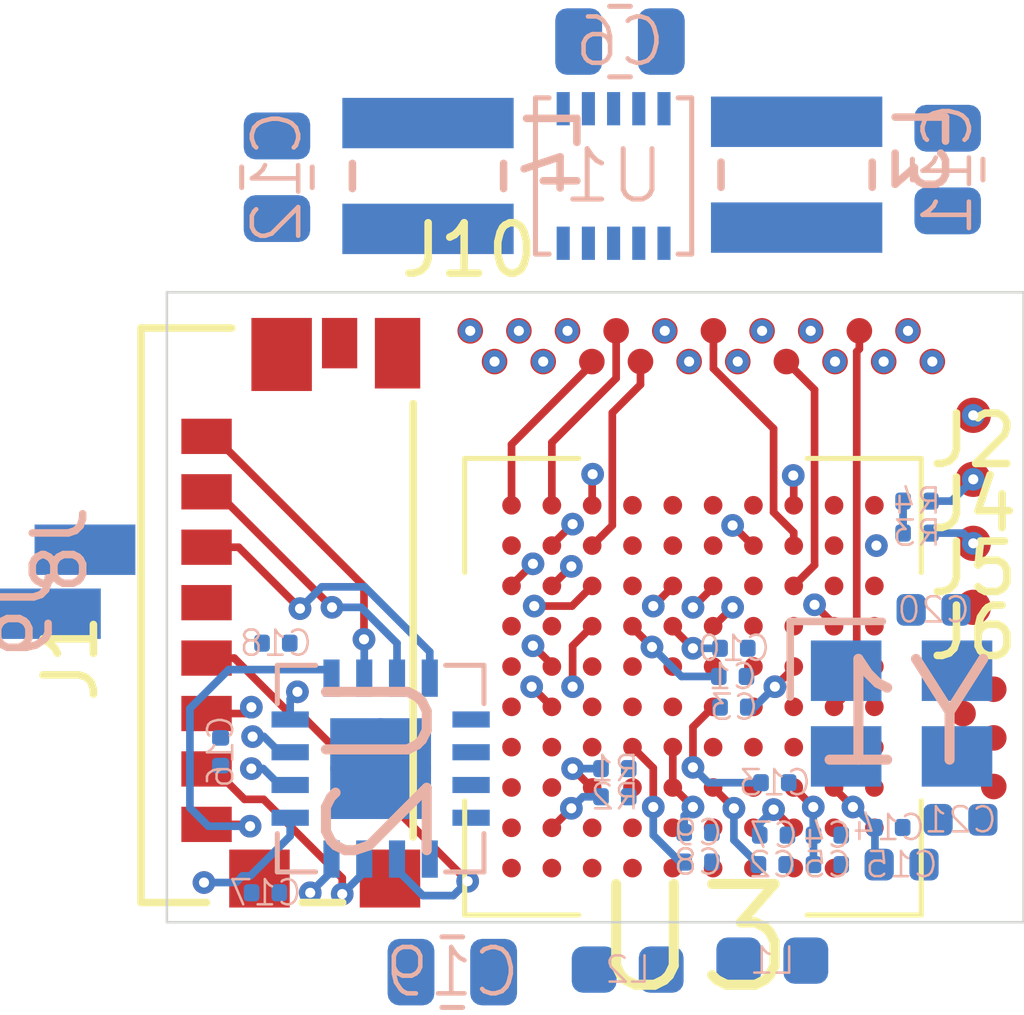
<source format=kicad_pcb>
(kicad_pcb (version 20171130) (host pcbnew "(5.1.0)-1")

  (general
    (thickness 1.2)
    (drawings 4)
    (tracks 287)
    (zones 0)
    (modules 42)
    (nets 98)
  )

  (page A4)
  (layers
    (0 F.Cu signal)
    (1 In1.Cu signal)
    (2 In2.Cu signal)
    (3 In3.Cu signal)
    (4 In4.Cu signal)
    (31 B.Cu signal)
    (32 B.Adhes user)
    (33 F.Adhes user)
    (34 B.Paste user)
    (35 F.Paste user)
    (36 B.SilkS user hide)
    (37 F.SilkS user hide)
    (38 B.Mask user)
    (39 F.Mask user)
    (40 Dwgs.User user)
    (41 Cmts.User user)
    (42 Eco1.User user)
    (43 Eco2.User user)
    (44 Edge.Cuts user)
    (45 Margin user)
    (46 B.CrtYd user hide)
    (47 F.CrtYd user hide)
    (48 B.Fab user hide)
    (49 F.Fab user hide)
  )

  (setup
    (last_trace_width 0.1524)
    (user_trace_width 0.0889)
    (user_trace_width 0.1016)
    (user_trace_width 0.127)
    (user_trace_width 0.1524)
    (user_trace_width 0.2032)
    (user_trace_width 0.254)
    (user_trace_width 0.3048)
    (trace_clearance 0.0889)
    (zone_clearance 0.1524)
    (zone_45_only no)
    (trace_min 0.0889)
    (via_size 0.45)
    (via_drill 0.2)
    (via_min_size 0.45)
    (via_min_drill 0.2)
    (user_via 0.45 0.2)
    (uvia_size 0.3)
    (uvia_drill 0.1)
    (uvias_allowed no)
    (uvia_min_size 0.2)
    (uvia_min_drill 0.1)
    (edge_width 0.05)
    (segment_width 0.2)
    (pcb_text_width 0.3)
    (pcb_text_size 1.5 1.5)
    (mod_edge_width 0.12)
    (mod_text_size 1 1)
    (mod_text_width 0.15)
    (pad_size 1 2)
    (pad_drill 0)
    (pad_to_mask_clearance 0.0254)
    (solder_mask_min_width 0.1016)
    (aux_axis_origin 101 98)
    (grid_origin 101 98)
    (visible_elements FFFFFF7F)
    (pcbplotparams
      (layerselection 0x010fc_ffffffff)
      (usegerberextensions false)
      (usegerberattributes false)
      (usegerberadvancedattributes false)
      (creategerberjobfile false)
      (excludeedgelayer true)
      (linewidth 0.100000)
      (plotframeref false)
      (viasonmask false)
      (mode 1)
      (useauxorigin false)
      (hpglpennumber 1)
      (hpglpenspeed 20)
      (hpglpendiameter 15.000000)
      (psnegative false)
      (psa4output false)
      (plotreference true)
      (plotvalue true)
      (plotinvisibletext false)
      (padsonsilk false)
      (subtractmaskfromsilk false)
      (outputformat 1)
      (mirror false)
      (drillshape 1)
      (scaleselection 1)
      (outputdirectory ""))
  )

  (net 0 "")
  (net 1 GND)
  (net 2 +1V8)
  (net 3 +1V2)
  (net 4 +BATT)
  (net 5 /VDDUTMIC)
  (net 6 /VDDPLL)
  (net 7 +3V3)
  (net 8 /XIN)
  (net 9 /XOUT)
  (net 10 "Net-(J1-PadG5)")
  (net 11 "Net-(J1-PadG4)")
  (net 12 "Net-(J1-PadP1)")
  (net 13 "Net-(J1-PadP2)")
  (net 14 "Net-(J1-PadP7)")
  (net 15 "Net-(J1-PadP3)")
  (net 16 "Net-(J1-PadP5)")
  (net 17 "Net-(J1-PadP8)")
  (net 18 /LED_ENT)
  (net 19 /SCL)
  (net 20 /SDA)
  (net 21 /SWDIO)
  (net 22 /SWDCLK)
  (net 23 "Net-(L3-Pad1)")
  (net 24 "Net-(L4-Pad1)")
  (net 25 /SDCLKA)
  (net 26 /SDCMDA)
  (net 27 /SD3)
  (net 28 /SD2)
  (net 29 /SD1)
  (net 30 /SD0)
  (net 31 /D6)
  (net 32 /D4)
  (net 33 "Net-(U3-PadK7)")
  (net 34 "Net-(U3-PadK6)")
  (net 35 "Net-(U3-PadK5)")
  (net 36 "Net-(U3-PadK4)")
  (net 37 /MISO)
  (net 38 "Net-(U3-PadK2)")
  (net 39 "Net-(U3-PadK1)")
  (net 40 "Net-(U3-PadJ10)")
  (net 41 /D3)
  (net 42 /D5)
  (net 43 "Net-(U3-PadJ7)")
  (net 44 "Net-(U3-PadJ6)")
  (net 45 "Net-(U3-PadJ5)")
  (net 46 /SCK)
  (net 47 "Net-(U3-PadJ2)")
  (net 48 /LV)
  (net 49 /D1)
  (net 50 /D2)
  (net 51 /FV)
  (net 52 /MOSI)
  (net 53 "Net-(U3-PadH4)")
  (net 54 /SS_N)
  (net 55 "Net-(U3-PadH2)")
  (net 56 /TRIGGER0)
  (net 57 "Net-(U3-PadG10)")
  (net 58 "Net-(U3-PadG9)")
  (net 59 /D7)
  (net 60 "Net-(U3-PadG4)")
  (net 61 "Net-(U3-PadG3)")
  (net 62 /MONITOR0)
  (net 63 "Net-(U3-PadG1)")
  (net 64 "Net-(U3-PadF10)")
  (net 65 /D0)
  (net 66 "Net-(U3-PadF7)")
  (net 67 "Net-(U3-PadF2)")
  (net 68 "Net-(U3-PadF1)")
  (net 69 "Net-(U3-PadE10)")
  (net 70 "Net-(U3-PadE8)")
  (net 71 "Net-(U3-PadE3)")
  (net 72 /RESET_N)
  (net 73 "Net-(U3-PadE1)")
  (net 74 "Net-(U3-PadD10)")
  (net 75 "Net-(U3-PadD9)")
  (net 76 "Net-(U3-PadD8)")
  (net 77 "Net-(U3-PadD5)")
  (net 78 "Net-(U3-PadD3)")
  (net 79 /STATUS_LED)
  (net 80 "Net-(U3-PadD1)")
  (net 81 "Net-(U3-PadC10)")
  (net 82 "Net-(U3-PadC9)")
  (net 83 /IR_REV)
  (net 84 "Net-(U3-PadB10)")
  (net 85 "Net-(U3-PadB8)")
  (net 86 "Net-(U3-PadB7)")
  (net 87 "Net-(U3-PadB6)")
  (net 88 "Net-(U3-PadB5)")
  (net 89 "Net-(U3-PadB4)")
  (net 90 "Net-(U3-PadB2)")
  (net 91 "Net-(U3-PadB1)")
  (net 92 "Net-(U3-PadA10)")
  (net 93 "Net-(U3-PadA6)")
  (net 94 "Net-(U3-PadA5)")
  (net 95 "Net-(U3-PadA4)")
  (net 96 "Net-(U3-PadA3)")
  (net 97 /PXL_CLK)

  (net_class Default "This is the default net class."
    (clearance 0.0889)
    (trace_width 0.0889)
    (via_dia 0.45)
    (via_drill 0.2)
    (uvia_dia 0.3)
    (uvia_drill 0.1)
    (add_net +1V2)
    (add_net +1V8)
    (add_net +3V3)
    (add_net +BATT)
    (add_net /D0)
    (add_net /D1)
    (add_net /D2)
    (add_net /D3)
    (add_net /D4)
    (add_net /D5)
    (add_net /D6)
    (add_net /D7)
    (add_net /FV)
    (add_net /IR_REV)
    (add_net /LED_ENT)
    (add_net /LV)
    (add_net /MISO)
    (add_net /MONITOR0)
    (add_net /MOSI)
    (add_net /PXL_CLK)
    (add_net /RESET_N)
    (add_net /SCK)
    (add_net /SCL)
    (add_net /SD0)
    (add_net /SD1)
    (add_net /SD2)
    (add_net /SD3)
    (add_net /SDA)
    (add_net /SDCLKA)
    (add_net /SDCMDA)
    (add_net /SS_N)
    (add_net /STATUS_LED)
    (add_net /SWDCLK)
    (add_net /SWDIO)
    (add_net /TRIGGER0)
    (add_net /VDDPLL)
    (add_net /VDDUTMIC)
    (add_net /XIN)
    (add_net /XOUT)
    (add_net GND)
    (add_net "Net-(J1-PadG4)")
    (add_net "Net-(J1-PadG5)")
    (add_net "Net-(J1-PadP1)")
    (add_net "Net-(J1-PadP2)")
    (add_net "Net-(J1-PadP3)")
    (add_net "Net-(J1-PadP5)")
    (add_net "Net-(J1-PadP7)")
    (add_net "Net-(J1-PadP8)")
    (add_net "Net-(L3-Pad1)")
    (add_net "Net-(L4-Pad1)")
    (add_net "Net-(U3-PadA10)")
    (add_net "Net-(U3-PadA3)")
    (add_net "Net-(U3-PadA4)")
    (add_net "Net-(U3-PadA5)")
    (add_net "Net-(U3-PadA6)")
    (add_net "Net-(U3-PadB1)")
    (add_net "Net-(U3-PadB10)")
    (add_net "Net-(U3-PadB2)")
    (add_net "Net-(U3-PadB4)")
    (add_net "Net-(U3-PadB5)")
    (add_net "Net-(U3-PadB6)")
    (add_net "Net-(U3-PadB7)")
    (add_net "Net-(U3-PadB8)")
    (add_net "Net-(U3-PadC10)")
    (add_net "Net-(U3-PadC9)")
    (add_net "Net-(U3-PadD1)")
    (add_net "Net-(U3-PadD10)")
    (add_net "Net-(U3-PadD3)")
    (add_net "Net-(U3-PadD5)")
    (add_net "Net-(U3-PadD8)")
    (add_net "Net-(U3-PadD9)")
    (add_net "Net-(U3-PadE1)")
    (add_net "Net-(U3-PadE10)")
    (add_net "Net-(U3-PadE3)")
    (add_net "Net-(U3-PadE8)")
    (add_net "Net-(U3-PadF1)")
    (add_net "Net-(U3-PadF10)")
    (add_net "Net-(U3-PadF2)")
    (add_net "Net-(U3-PadF7)")
    (add_net "Net-(U3-PadG1)")
    (add_net "Net-(U3-PadG10)")
    (add_net "Net-(U3-PadG3)")
    (add_net "Net-(U3-PadG4)")
    (add_net "Net-(U3-PadG9)")
    (add_net "Net-(U3-PadH2)")
    (add_net "Net-(U3-PadH4)")
    (add_net "Net-(U3-PadJ10)")
    (add_net "Net-(U3-PadJ2)")
    (add_net "Net-(U3-PadJ5)")
    (add_net "Net-(U3-PadJ6)")
    (add_net "Net-(U3-PadJ7)")
    (add_net "Net-(U3-PadK1)")
    (add_net "Net-(U3-PadK2)")
    (add_net "Net-(U3-PadK4)")
    (add_net "Net-(U3-PadK5)")
    (add_net "Net-(U3-PadK6)")
    (add_net "Net-(U3-PadK7)")
  )

  (module .Resistor:R_0201_0603Metric_ERJ_L (layer B.Cu) (tedit 5D79AF55) (tstamp 5D85C607)
    (at 115.8844 89.6434)
    (descr "Resistor, Chip; 0.60 mm L X 0.30 mm W X 0.26 mm H body")
    (path /5D8A9E0A)
    (attr smd)
    (fp_text reference R4 (at 0 0) (layer B.Fab)
      (effects (font (size 1 1) (thickness 0.1)) (justify mirror))
    )
    (fp_text value 100K (at 0 0) (layer B.Fab)
      (effects (font (size 1.2 1.2) (thickness 0.12)) (justify mirror))
    )
    (fp_line (start 0 0.135) (end 0 -0.135) (layer B.CrtYd) (width 0.05))
    (fp_line (start 0.135 0) (end -0.135 0) (layer B.CrtYd) (width 0.05))
    (fp_circle (center 0 0) (end 0 -0.1013) (layer B.CrtYd) (width 0.05))
    (fp_line (start 0.53 -0.27) (end -0.53 -0.27) (layer B.CrtYd) (width 0.05))
    (fp_line (start 0.53 0.27) (end 0.53 -0.27) (layer B.CrtYd) (width 0.05))
    (fp_line (start -0.53 0.27) (end 0.53 0.27) (layer B.CrtYd) (width 0.05))
    (fp_line (start -0.53 -0.27) (end -0.53 0.27) (layer B.CrtYd) (width 0.05))
    (fp_line (start 0.32 -0.17) (end -0.32 -0.17) (layer B.Fab) (width 0.12))
    (fp_line (start 0.32 0.17) (end 0.32 -0.17) (layer B.Fab) (width 0.12))
    (fp_line (start -0.32 0.17) (end 0.32 0.17) (layer B.Fab) (width 0.12))
    (fp_line (start -0.32 -0.17) (end -0.32 0.17) (layer B.Fab) (width 0.12))
    (fp_line (start 0.3 -0.15) (end -0.3 -0.15) (layer Dwgs.User) (width 0.025))
    (fp_line (start 0.3 0.15) (end 0.3 -0.15) (layer Dwgs.User) (width 0.025))
    (fp_line (start -0.3 0.15) (end 0.3 0.15) (layer Dwgs.User) (width 0.025))
    (fp_line (start -0.3 -0.15) (end -0.3 0.15) (layer Dwgs.User) (width 0.025))
    (fp_line (start 0.3 -0.15) (end 0.15 -0.15) (layer Dwgs.User) (width 0.025))
    (fp_line (start 0.3 0.15) (end 0.3 -0.15) (layer Dwgs.User) (width 0.025))
    (fp_line (start 0.15 0.15) (end 0.3 0.15) (layer Dwgs.User) (width 0.025))
    (fp_line (start 0.15 -0.15) (end 0.15 0.15) (layer Dwgs.User) (width 0.025))
    (fp_line (start -0.3 0.15) (end -0.15 0.15) (layer Dwgs.User) (width 0.025))
    (fp_line (start -0.3 -0.15) (end -0.3 0.15) (layer Dwgs.User) (width 0.025))
    (fp_line (start -0.15 -0.15) (end -0.3 -0.15) (layer Dwgs.User) (width 0.025))
    (fp_line (start -0.15 0.15) (end -0.15 -0.15) (layer Dwgs.User) (width 0.025))
    (fp_text user %R (at 0 0) (layer B.SilkS)
      (effects (font (size 0.5 0.5) (thickness 0.05)) (justify mirror))
    )
    (pad 2 smd roundrect (at 0.275 0) (size 0.31 0.34) (layers B.Cu B.Paste B.Mask) (roundrect_rratio 0.25)
      (net 21 /SWDIO))
    (pad 1 smd roundrect (at -0.275 0) (size 0.31 0.34) (layers B.Cu B.Paste B.Mask) (roundrect_rratio 0.25)
      (net 2 +1V8))
    (model ${KICAD_AHARONI_LAB}/Modules/Resistor.pretty/R_0201_0603Metric_ERJ_L.STEP
      (at (xyz 0 0 0))
      (scale (xyz 1 1 1))
      (rotate (xyz -90 0 0))
    )
  )

  (module .Resistor:R_0201_0603Metric_ERJ_L (layer B.Cu) (tedit 5D79AF55) (tstamp 5D85C5E9)
    (at 115.8844 90.2784)
    (descr "Resistor, Chip; 0.60 mm L X 0.30 mm W X 0.26 mm H body")
    (path /5D8A9E02)
    (attr smd)
    (fp_text reference R3 (at 0 0) (layer B.Fab)
      (effects (font (size 1 1) (thickness 0.1)) (justify mirror))
    )
    (fp_text value 100K (at 0 0) (layer B.Fab)
      (effects (font (size 1.2 1.2) (thickness 0.12)) (justify mirror))
    )
    (fp_line (start 0 0.135) (end 0 -0.135) (layer B.CrtYd) (width 0.05))
    (fp_line (start 0.135 0) (end -0.135 0) (layer B.CrtYd) (width 0.05))
    (fp_circle (center 0 0) (end 0 -0.1013) (layer B.CrtYd) (width 0.05))
    (fp_line (start 0.53 -0.27) (end -0.53 -0.27) (layer B.CrtYd) (width 0.05))
    (fp_line (start 0.53 0.27) (end 0.53 -0.27) (layer B.CrtYd) (width 0.05))
    (fp_line (start -0.53 0.27) (end 0.53 0.27) (layer B.CrtYd) (width 0.05))
    (fp_line (start -0.53 -0.27) (end -0.53 0.27) (layer B.CrtYd) (width 0.05))
    (fp_line (start 0.32 -0.17) (end -0.32 -0.17) (layer B.Fab) (width 0.12))
    (fp_line (start 0.32 0.17) (end 0.32 -0.17) (layer B.Fab) (width 0.12))
    (fp_line (start -0.32 0.17) (end 0.32 0.17) (layer B.Fab) (width 0.12))
    (fp_line (start -0.32 -0.17) (end -0.32 0.17) (layer B.Fab) (width 0.12))
    (fp_line (start 0.3 -0.15) (end -0.3 -0.15) (layer Dwgs.User) (width 0.025))
    (fp_line (start 0.3 0.15) (end 0.3 -0.15) (layer Dwgs.User) (width 0.025))
    (fp_line (start -0.3 0.15) (end 0.3 0.15) (layer Dwgs.User) (width 0.025))
    (fp_line (start -0.3 -0.15) (end -0.3 0.15) (layer Dwgs.User) (width 0.025))
    (fp_line (start 0.3 -0.15) (end 0.15 -0.15) (layer Dwgs.User) (width 0.025))
    (fp_line (start 0.3 0.15) (end 0.3 -0.15) (layer Dwgs.User) (width 0.025))
    (fp_line (start 0.15 0.15) (end 0.3 0.15) (layer Dwgs.User) (width 0.025))
    (fp_line (start 0.15 -0.15) (end 0.15 0.15) (layer Dwgs.User) (width 0.025))
    (fp_line (start -0.3 0.15) (end -0.15 0.15) (layer Dwgs.User) (width 0.025))
    (fp_line (start -0.3 -0.15) (end -0.3 0.15) (layer Dwgs.User) (width 0.025))
    (fp_line (start -0.15 -0.15) (end -0.3 -0.15) (layer Dwgs.User) (width 0.025))
    (fp_line (start -0.15 0.15) (end -0.15 -0.15) (layer Dwgs.User) (width 0.025))
    (fp_text user %R (at 0 0) (layer B.SilkS)
      (effects (font (size 0.5 0.5) (thickness 0.05)) (justify mirror))
    )
    (pad 2 smd roundrect (at 0.275 0) (size 0.31 0.34) (layers B.Cu B.Paste B.Mask) (roundrect_rratio 0.25)
      (net 22 /SWDCLK))
    (pad 1 smd roundrect (at -0.275 0) (size 0.31 0.34) (layers B.Cu B.Paste B.Mask) (roundrect_rratio 0.25)
      (net 2 +1V8))
    (model ${KICAD_AHARONI_LAB}/Modules/Resistor.pretty/R_0201_0603Metric_ERJ_L.STEP
      (at (xyz 0 0 0))
      (scale (xyz 1 1 1))
      (rotate (xyz -90 0 0))
    )
  )

  (module .Resistor:R_0201_0603Metric_ERJ_L (layer B.Cu) (tedit 5D79AF55) (tstamp 5D85C5CB)
    (at 109.89 95.5108 180)
    (descr "Resistor, Chip; 0.60 mm L X 0.30 mm W X 0.26 mm H body")
    (path /5D8F093A)
    (attr smd)
    (fp_text reference R2 (at 0 0 180) (layer B.Fab)
      (effects (font (size 1 1) (thickness 0.1)) (justify mirror))
    )
    (fp_text value 10K (at 0 0 180) (layer B.Fab)
      (effects (font (size 1.2 1.2) (thickness 0.12)) (justify mirror))
    )
    (fp_line (start 0 0.135) (end 0 -0.135) (layer B.CrtYd) (width 0.05))
    (fp_line (start 0.135 0) (end -0.135 0) (layer B.CrtYd) (width 0.05))
    (fp_circle (center 0 0) (end 0 -0.1013) (layer B.CrtYd) (width 0.05))
    (fp_line (start 0.53 -0.27) (end -0.53 -0.27) (layer B.CrtYd) (width 0.05))
    (fp_line (start 0.53 0.27) (end 0.53 -0.27) (layer B.CrtYd) (width 0.05))
    (fp_line (start -0.53 0.27) (end 0.53 0.27) (layer B.CrtYd) (width 0.05))
    (fp_line (start -0.53 -0.27) (end -0.53 0.27) (layer B.CrtYd) (width 0.05))
    (fp_line (start 0.32 -0.17) (end -0.32 -0.17) (layer B.Fab) (width 0.12))
    (fp_line (start 0.32 0.17) (end 0.32 -0.17) (layer B.Fab) (width 0.12))
    (fp_line (start -0.32 0.17) (end 0.32 0.17) (layer B.Fab) (width 0.12))
    (fp_line (start -0.32 -0.17) (end -0.32 0.17) (layer B.Fab) (width 0.12))
    (fp_line (start 0.3 -0.15) (end -0.3 -0.15) (layer Dwgs.User) (width 0.025))
    (fp_line (start 0.3 0.15) (end 0.3 -0.15) (layer Dwgs.User) (width 0.025))
    (fp_line (start -0.3 0.15) (end 0.3 0.15) (layer Dwgs.User) (width 0.025))
    (fp_line (start -0.3 -0.15) (end -0.3 0.15) (layer Dwgs.User) (width 0.025))
    (fp_line (start 0.3 -0.15) (end 0.15 -0.15) (layer Dwgs.User) (width 0.025))
    (fp_line (start 0.3 0.15) (end 0.3 -0.15) (layer Dwgs.User) (width 0.025))
    (fp_line (start 0.15 0.15) (end 0.3 0.15) (layer Dwgs.User) (width 0.025))
    (fp_line (start 0.15 -0.15) (end 0.15 0.15) (layer Dwgs.User) (width 0.025))
    (fp_line (start -0.3 0.15) (end -0.15 0.15) (layer Dwgs.User) (width 0.025))
    (fp_line (start -0.3 -0.15) (end -0.3 0.15) (layer Dwgs.User) (width 0.025))
    (fp_line (start -0.15 -0.15) (end -0.3 -0.15) (layer Dwgs.User) (width 0.025))
    (fp_line (start -0.15 0.15) (end -0.15 -0.15) (layer Dwgs.User) (width 0.025))
    (fp_text user %R (at 0 0 180) (layer B.SilkS)
      (effects (font (size 0.5 0.5) (thickness 0.05)) (justify mirror))
    )
    (pad 2 smd roundrect (at 0.275 0 180) (size 0.31 0.34) (layers B.Cu B.Paste B.Mask) (roundrect_rratio 0.25)
      (net 20 /SDA))
    (pad 1 smd roundrect (at -0.275 0 180) (size 0.31 0.34) (layers B.Cu B.Paste B.Mask) (roundrect_rratio 0.25)
      (net 2 +1V8))
    (model ${KICAD_AHARONI_LAB}/Modules/Resistor.pretty/R_0201_0603Metric_ERJ_L.STEP
      (at (xyz 0 0 0))
      (scale (xyz 1 1 1))
      (rotate (xyz -90 0 0))
    )
  )

  (module .Resistor:R_0201_0603Metric_ERJ_L (layer B.Cu) (tedit 5D79AF55) (tstamp 5D85C5AD)
    (at 109.89 94.952 180)
    (descr "Resistor, Chip; 0.60 mm L X 0.30 mm W X 0.26 mm H body")
    (path /5D8F0932)
    (attr smd)
    (fp_text reference R1 (at 0 0 180) (layer B.Fab)
      (effects (font (size 1 1) (thickness 0.1)) (justify mirror))
    )
    (fp_text value 10K (at 0 0 180) (layer B.Fab)
      (effects (font (size 1.2 1.2) (thickness 0.12)) (justify mirror))
    )
    (fp_line (start 0 0.135) (end 0 -0.135) (layer B.CrtYd) (width 0.05))
    (fp_line (start 0.135 0) (end -0.135 0) (layer B.CrtYd) (width 0.05))
    (fp_circle (center 0 0) (end 0 -0.1013) (layer B.CrtYd) (width 0.05))
    (fp_line (start 0.53 -0.27) (end -0.53 -0.27) (layer B.CrtYd) (width 0.05))
    (fp_line (start 0.53 0.27) (end 0.53 -0.27) (layer B.CrtYd) (width 0.05))
    (fp_line (start -0.53 0.27) (end 0.53 0.27) (layer B.CrtYd) (width 0.05))
    (fp_line (start -0.53 -0.27) (end -0.53 0.27) (layer B.CrtYd) (width 0.05))
    (fp_line (start 0.32 -0.17) (end -0.32 -0.17) (layer B.Fab) (width 0.12))
    (fp_line (start 0.32 0.17) (end 0.32 -0.17) (layer B.Fab) (width 0.12))
    (fp_line (start -0.32 0.17) (end 0.32 0.17) (layer B.Fab) (width 0.12))
    (fp_line (start -0.32 -0.17) (end -0.32 0.17) (layer B.Fab) (width 0.12))
    (fp_line (start 0.3 -0.15) (end -0.3 -0.15) (layer Dwgs.User) (width 0.025))
    (fp_line (start 0.3 0.15) (end 0.3 -0.15) (layer Dwgs.User) (width 0.025))
    (fp_line (start -0.3 0.15) (end 0.3 0.15) (layer Dwgs.User) (width 0.025))
    (fp_line (start -0.3 -0.15) (end -0.3 0.15) (layer Dwgs.User) (width 0.025))
    (fp_line (start 0.3 -0.15) (end 0.15 -0.15) (layer Dwgs.User) (width 0.025))
    (fp_line (start 0.3 0.15) (end 0.3 -0.15) (layer Dwgs.User) (width 0.025))
    (fp_line (start 0.15 0.15) (end 0.3 0.15) (layer Dwgs.User) (width 0.025))
    (fp_line (start 0.15 -0.15) (end 0.15 0.15) (layer Dwgs.User) (width 0.025))
    (fp_line (start -0.3 0.15) (end -0.15 0.15) (layer Dwgs.User) (width 0.025))
    (fp_line (start -0.3 -0.15) (end -0.3 0.15) (layer Dwgs.User) (width 0.025))
    (fp_line (start -0.15 -0.15) (end -0.3 -0.15) (layer Dwgs.User) (width 0.025))
    (fp_line (start -0.15 0.15) (end -0.15 -0.15) (layer Dwgs.User) (width 0.025))
    (fp_text user %R (at 0 0 180) (layer B.SilkS)
      (effects (font (size 0.5 0.5) (thickness 0.05)) (justify mirror))
    )
    (pad 2 smd roundrect (at 0.275 0 180) (size 0.31 0.34) (layers B.Cu B.Paste B.Mask) (roundrect_rratio 0.25)
      (net 19 /SCL))
    (pad 1 smd roundrect (at -0.275 0 180) (size 0.31 0.34) (layers B.Cu B.Paste B.Mask) (roundrect_rratio 0.25)
      (net 2 +1V8))
    (model ${KICAD_AHARONI_LAB}/Modules/Resistor.pretty/R_0201_0603Metric_ERJ_L.STEP
      (at (xyz 0 0 0))
      (scale (xyz 1 1 1))
      (rotate (xyz -90 0 0))
    )
  )

  (module .Oscillator:OSCCC320X250X100L80X100 (layer B.Cu) (tedit 5CAF08DE) (tstamp 5D865E6A)
    (at 115.5796 93.8598)
    (descr "Oscillator, Corner Concave; 3.20 mm L X 2.50 mm W X 1.00 mm H body")
    (path /5D8D378D)
    (attr smd)
    (fp_text reference Y1 (at 0 0) (layer B.Fab)
      (effects (font (size 1.5 1.5) (thickness 0.15)) (justify mirror))
    )
    (fp_text value ABM8G-12.000MHZ-4Y-T3 (at 0 0) (layer B.Fab)
      (effects (font (size 1.2 1.2) (thickness 0.12)) (justify mirror))
    )
    (fp_line (start -2.2098 -1.8288) (end -0.381 -1.8288) (layer B.SilkS) (width 0.15))
    (fp_line (start -2.2098 -0.3302) (end -2.2098 -1.8288) (layer B.SilkS) (width 0.15))
    (fp_line (start 1.65 -1.3) (end -1.65 -1.3) (layer B.Fab) (width 0.12))
    (fp_line (start 1.65 1.3) (end 1.65 -1.3) (layer B.Fab) (width 0.12))
    (fp_line (start -1.65 1.3) (end 1.65 1.3) (layer B.Fab) (width 0.12))
    (fp_line (start -1.65 -1.3) (end -1.65 1.3) (layer B.Fab) (width 0.12))
    (fp_line (start -0.35 0) (end 0.35 0) (layer Dwgs.User) (width 0.05))
    (fp_line (start 0 0.35) (end 0 -0.35) (layer Dwgs.User) (width 0.05))
    (fp_circle (center 0 0) (end 0.25 0) (layer Dwgs.User) (width 0.05))
    (fp_line (start 2.2 -1.85) (end -2.2 -1.85) (layer B.CrtYd) (width 0.05))
    (fp_line (start 2.2 1.85) (end 2.2 -1.85) (layer B.CrtYd) (width 0.05))
    (fp_line (start -2.2 1.85) (end 2.2 1.85) (layer B.CrtYd) (width 0.05))
    (fp_line (start -2.2 -1.85) (end -2.2 1.85) (layer B.CrtYd) (width 0.05))
    (fp_line (start 1.6 -1.25) (end -1.6 -1.25) (layer Dwgs.User) (width 0.025))
    (fp_line (start 1.6 1.25) (end 1.6 -1.25) (layer Dwgs.User) (width 0.025))
    (fp_line (start -1.6 1.25) (end 1.6 1.25) (layer Dwgs.User) (width 0.025))
    (fp_line (start -1.6 -1.25) (end -1.6 1.25) (layer Dwgs.User) (width 0.025))
    (fp_line (start -0.6 1.25) (end -0.6 0.45) (layer Dwgs.User) (width 0.025))
    (fp_line (start -1.6 1.25) (end -0.6 1.25) (layer Dwgs.User) (width 0.025))
    (fp_line (start -1.6 0.45) (end -1.6 1.25) (layer Dwgs.User) (width 0.025))
    (fp_line (start -0.6 0.45) (end -1.6 0.45) (layer Dwgs.User) (width 0.025))
    (fp_line (start 1.6 1.25) (end 1.6 0.45) (layer Dwgs.User) (width 0.025))
    (fp_line (start 0.6 1.25) (end 1.6 1.25) (layer Dwgs.User) (width 0.025))
    (fp_line (start 0.6 0.45) (end 0.6 1.25) (layer Dwgs.User) (width 0.025))
    (fp_line (start 1.6 0.45) (end 0.6 0.45) (layer Dwgs.User) (width 0.025))
    (fp_line (start 0.6 -1.25) (end 0.6 -0.45) (layer Dwgs.User) (width 0.025))
    (fp_line (start 1.6 -1.25) (end 0.6 -1.25) (layer Dwgs.User) (width 0.025))
    (fp_line (start 1.6 -0.45) (end 1.6 -1.25) (layer Dwgs.User) (width 0.025))
    (fp_line (start 0.6 -0.45) (end 1.6 -0.45) (layer Dwgs.User) (width 0.025))
    (fp_line (start -1.6 -1.25) (end -1.6 -0.45) (layer Dwgs.User) (width 0.025))
    (fp_line (start -0.6 -1.25) (end -1.6 -1.25) (layer Dwgs.User) (width 0.025))
    (fp_line (start -0.6 -0.45) (end -0.6 -1.25) (layer Dwgs.User) (width 0.025))
    (fp_line (start -1.6 -0.45) (end -0.6 -0.45) (layer Dwgs.User) (width 0.025))
    (fp_text user %R (at 0 0) (layer B.SilkS)
      (effects (font (size 2 2) (thickness 0.2)) (justify mirror))
    )
    (pad 4 smd rect (at -1.1 0.85 270) (size 1.2 1.4) (layers B.Cu B.Paste B.Mask)
      (net 1 GND))
    (pad 3 smd rect (at 1.1 0.85 270) (size 1.2 1.4) (layers B.Cu B.Paste B.Mask)
      (net 9 /XOUT))
    (pad 2 smd rect (at 1.1 -0.85 270) (size 1.2 1.4) (layers B.Cu B.Paste B.Mask)
      (net 1 GND))
    (pad 1 smd rect (at -1.1 -0.85 270) (size 1.2 1.4) (layers B.Cu B.Paste B.Mask)
      (net 8 /XIN))
    (model ${KICAD_AHARONI_LAB}/Modules/Oscillator.pretty/OSCCC320X250X100L80X100.STEP
      (at (xyz 0 0 0))
      (scale (xyz 1 1 1))
      (rotate (xyz -90 0 0))
    )
  )

  (module .Package_BGA:BGA_100_CP80_10X10_900X900X110B40L (layer F.Cu) (tedit 5CAF092F) (tstamp 5D86402A)
    (at 111.4394 93.3264 180)
    (descr "Ball Grid Array (BGA), 0.80 mm pitch, square; 100 pin, 9.00 mm L X 9.00 mm W X 1.10 mm H body")
    (path /5D85AF53)
    (attr smd)
    (fp_text reference U3 (at 0 0 180) (layer F.Fab)
      (effects (font (size 1 1) (thickness 0.1)))
    )
    (fp_text value ATSAME70N21A-CN (at 0 0 180) (layer F.Fab)
      (effects (font (size 1.2 1.2) (thickness 0.12)))
    )
    (fp_line (start 4.53 -4.53) (end 2.265 -4.53) (layer F.SilkS) (width 0.1))
    (fp_line (start 4.53 -2.265) (end 4.53 -4.53) (layer F.SilkS) (width 0.1))
    (fp_line (start 4.53 4.53) (end 2.265 4.53) (layer F.SilkS) (width 0.1))
    (fp_line (start 4.53 2.265) (end 4.53 4.53) (layer F.SilkS) (width 0.1))
    (fp_line (start -4.53 4.53) (end -2.265 4.53) (layer F.SilkS) (width 0.1))
    (fp_line (start -4.53 2.265) (end -4.53 4.53) (layer F.SilkS) (width 0.1))
    (fp_line (start -4.53 -4.53) (end -2.265 -4.53) (layer F.SilkS) (width 0.1))
    (fp_line (start -4.53 -2.265) (end -4.53 -4.53) (layer F.SilkS) (width 0.1))
    (fp_line (start 4.53 4.53) (end -4.53 4.53) (layer F.Fab) (width 0.12))
    (fp_line (start 4.53 -4.53) (end 4.53 4.53) (layer F.Fab) (width 0.12))
    (fp_line (start -4.53 -4.53) (end 4.53 -4.53) (layer F.Fab) (width 0.12))
    (fp_line (start -4.53 4.53) (end -4.53 -4.53) (layer F.Fab) (width 0.12))
    (fp_line (start 4.5 4.5) (end -4.5 4.5) (layer Dwgs.User) (width 0.025))
    (fp_line (start 4.5 -4.5) (end 4.5 4.5) (layer Dwgs.User) (width 0.025))
    (fp_line (start -4.5 -4.5) (end 4.5 -4.5) (layer Dwgs.User) (width 0.025))
    (fp_line (start -4.5 4.5) (end -4.5 -4.5) (layer Dwgs.User) (width 0.025))
    (fp_line (start 0 -0.35) (end 0 0.35) (layer Dwgs.User) (width 0.05))
    (fp_line (start 0.35 0) (end -0.35 0) (layer Dwgs.User) (width 0.05))
    (fp_circle (center 0 0) (end 0.25 0) (layer Dwgs.User) (width 0.05))
    (fp_line (start 5.05 5.05) (end -5.05 5.05) (layer F.CrtYd) (width 0.05))
    (fp_line (start 5.05 -5.05) (end 5.05 5.05) (layer F.CrtYd) (width 0.05))
    (fp_line (start -5.05 -5.05) (end 5.05 -5.05) (layer F.CrtYd) (width 0.05))
    (fp_line (start -5.05 5.05) (end -5.05 -5.05) (layer F.CrtYd) (width 0.05))
    (fp_circle (center 3.6 3.6) (end 3.6 3.8) (layer Dwgs.User) (width 0.025))
    (fp_circle (center 2.8 3.6) (end 2.8 3.8) (layer Dwgs.User) (width 0.025))
    (fp_circle (center 2 3.6) (end 2 3.8) (layer Dwgs.User) (width 0.025))
    (fp_circle (center 1.2 3.6) (end 1.2 3.8) (layer Dwgs.User) (width 0.025))
    (fp_circle (center 0.4 3.6) (end 0.4 3.8) (layer Dwgs.User) (width 0.025))
    (fp_circle (center -0.4 3.6) (end -0.4 3.8) (layer Dwgs.User) (width 0.025))
    (fp_circle (center -1.2 3.6) (end -1.2 3.8) (layer Dwgs.User) (width 0.025))
    (fp_circle (center -2 3.6) (end -2 3.8) (layer Dwgs.User) (width 0.025))
    (fp_circle (center -2.8 3.6) (end -2.8 3.8) (layer Dwgs.User) (width 0.025))
    (fp_circle (center -3.6 3.6) (end -3.6 3.8) (layer Dwgs.User) (width 0.025))
    (fp_circle (center 3.6 2.8) (end 3.6 3) (layer Dwgs.User) (width 0.025))
    (fp_circle (center 2.8 2.8) (end 2.8 3) (layer Dwgs.User) (width 0.025))
    (fp_circle (center 2 2.8) (end 2 3) (layer Dwgs.User) (width 0.025))
    (fp_circle (center 1.2 2.8) (end 1.2 3) (layer Dwgs.User) (width 0.025))
    (fp_circle (center 0.4 2.8) (end 0.4 3) (layer Dwgs.User) (width 0.025))
    (fp_circle (center -0.4 2.8) (end -0.4 3) (layer Dwgs.User) (width 0.025))
    (fp_circle (center -1.2 2.8) (end -1.2 3) (layer Dwgs.User) (width 0.025))
    (fp_circle (center -2 2.8) (end -2 3) (layer Dwgs.User) (width 0.025))
    (fp_circle (center -2.8 2.8) (end -2.8 3) (layer Dwgs.User) (width 0.025))
    (fp_circle (center -3.6 2.8) (end -3.6 3) (layer Dwgs.User) (width 0.025))
    (fp_circle (center 3.6 2) (end 3.6 2.2) (layer Dwgs.User) (width 0.025))
    (fp_circle (center 2.8 2) (end 2.8 2.2) (layer Dwgs.User) (width 0.025))
    (fp_circle (center 2 2) (end 2 2.2) (layer Dwgs.User) (width 0.025))
    (fp_circle (center 1.2 2) (end 1.2 2.2) (layer Dwgs.User) (width 0.025))
    (fp_circle (center 0.4 2) (end 0.4 2.2) (layer Dwgs.User) (width 0.025))
    (fp_circle (center -0.4 2) (end -0.4 2.2) (layer Dwgs.User) (width 0.025))
    (fp_circle (center -1.2 2) (end -1.2 2.2) (layer Dwgs.User) (width 0.025))
    (fp_circle (center -2 2) (end -2 2.2) (layer Dwgs.User) (width 0.025))
    (fp_circle (center -2.8 2) (end -2.8 2.2) (layer Dwgs.User) (width 0.025))
    (fp_circle (center -3.6 2) (end -3.6 2.2) (layer Dwgs.User) (width 0.025))
    (fp_circle (center 3.6 1.2) (end 3.6 1.4) (layer Dwgs.User) (width 0.025))
    (fp_circle (center 2.8 1.2) (end 2.8 1.4) (layer Dwgs.User) (width 0.025))
    (fp_circle (center 2 1.2) (end 2 1.4) (layer Dwgs.User) (width 0.025))
    (fp_circle (center 1.2 1.2) (end 1.2 1.4) (layer Dwgs.User) (width 0.025))
    (fp_circle (center 0.4 1.2) (end 0.4 1.4) (layer Dwgs.User) (width 0.025))
    (fp_circle (center -0.4 1.2) (end -0.4 1.4) (layer Dwgs.User) (width 0.025))
    (fp_circle (center -1.2 1.2) (end -1.2 1.4) (layer Dwgs.User) (width 0.025))
    (fp_circle (center -2 1.2) (end -2 1.4) (layer Dwgs.User) (width 0.025))
    (fp_circle (center -2.8 1.2) (end -2.8 1.4) (layer Dwgs.User) (width 0.025))
    (fp_circle (center -3.6 1.2) (end -3.6 1.4) (layer Dwgs.User) (width 0.025))
    (fp_circle (center 3.6 0.4) (end 3.6 0.6) (layer Dwgs.User) (width 0.025))
    (fp_circle (center 2.8 0.4) (end 2.8 0.6) (layer Dwgs.User) (width 0.025))
    (fp_circle (center 2 0.4) (end 2 0.6) (layer Dwgs.User) (width 0.025))
    (fp_circle (center 1.2 0.4) (end 1.2 0.6) (layer Dwgs.User) (width 0.025))
    (fp_circle (center 0.4 0.4) (end 0.4 0.6) (layer Dwgs.User) (width 0.025))
    (fp_circle (center -0.4 0.4) (end -0.4 0.6) (layer Dwgs.User) (width 0.025))
    (fp_circle (center -1.2 0.4) (end -1.2 0.6) (layer Dwgs.User) (width 0.025))
    (fp_circle (center -2 0.4) (end -2 0.6) (layer Dwgs.User) (width 0.025))
    (fp_circle (center -2.8 0.4) (end -2.8 0.6) (layer Dwgs.User) (width 0.025))
    (fp_circle (center -3.6 0.4) (end -3.6 0.6) (layer Dwgs.User) (width 0.025))
    (fp_circle (center 3.6 -0.4) (end 3.6 -0.2) (layer Dwgs.User) (width 0.025))
    (fp_circle (center 2.8 -0.4) (end 2.8 -0.2) (layer Dwgs.User) (width 0.025))
    (fp_circle (center 2 -0.4) (end 2 -0.2) (layer Dwgs.User) (width 0.025))
    (fp_circle (center 1.2 -0.4) (end 1.2 -0.2) (layer Dwgs.User) (width 0.025))
    (fp_circle (center 0.4 -0.4) (end 0.4 -0.2) (layer Dwgs.User) (width 0.025))
    (fp_circle (center -0.4 -0.4) (end -0.4 -0.2) (layer Dwgs.User) (width 0.025))
    (fp_circle (center -1.2 -0.4) (end -1.2 -0.2) (layer Dwgs.User) (width 0.025))
    (fp_circle (center -2 -0.4) (end -2 -0.2) (layer Dwgs.User) (width 0.025))
    (fp_circle (center -2.8 -0.4) (end -2.8 -0.2) (layer Dwgs.User) (width 0.025))
    (fp_circle (center -3.6 -0.4) (end -3.6 -0.2) (layer Dwgs.User) (width 0.025))
    (fp_circle (center 3.6 -1.2) (end 3.6 -1) (layer Dwgs.User) (width 0.025))
    (fp_circle (center 2.8 -1.2) (end 2.8 -1) (layer Dwgs.User) (width 0.025))
    (fp_circle (center 2 -1.2) (end 2 -1) (layer Dwgs.User) (width 0.025))
    (fp_circle (center 1.2 -1.2) (end 1.2 -1) (layer Dwgs.User) (width 0.025))
    (fp_circle (center 0.4 -1.2) (end 0.4 -1) (layer Dwgs.User) (width 0.025))
    (fp_circle (center -0.4 -1.2) (end -0.4 -1) (layer Dwgs.User) (width 0.025))
    (fp_circle (center -1.2 -1.2) (end -1.2 -1) (layer Dwgs.User) (width 0.025))
    (fp_circle (center -2 -1.2) (end -2 -1) (layer Dwgs.User) (width 0.025))
    (fp_circle (center -2.8 -1.2) (end -2.8 -1) (layer Dwgs.User) (width 0.025))
    (fp_circle (center -3.6 -1.2) (end -3.6 -1) (layer Dwgs.User) (width 0.025))
    (fp_circle (center 3.6 -2) (end 3.6 -1.8) (layer Dwgs.User) (width 0.025))
    (fp_circle (center 2.8 -2) (end 2.8 -1.8) (layer Dwgs.User) (width 0.025))
    (fp_circle (center 2 -2) (end 2 -1.8) (layer Dwgs.User) (width 0.025))
    (fp_circle (center 1.2 -2) (end 1.2 -1.8) (layer Dwgs.User) (width 0.025))
    (fp_circle (center 0.4 -2) (end 0.4 -1.8) (layer Dwgs.User) (width 0.025))
    (fp_circle (center -0.4 -2) (end -0.4 -1.8) (layer Dwgs.User) (width 0.025))
    (fp_circle (center -1.2 -2) (end -1.2 -1.8) (layer Dwgs.User) (width 0.025))
    (fp_circle (center -2 -2) (end -2 -1.8) (layer Dwgs.User) (width 0.025))
    (fp_circle (center -2.8 -2) (end -2.8 -1.8) (layer Dwgs.User) (width 0.025))
    (fp_circle (center -3.6 -2) (end -3.6 -1.8) (layer Dwgs.User) (width 0.025))
    (fp_circle (center 3.6 -2.8) (end 3.6 -2.6) (layer Dwgs.User) (width 0.025))
    (fp_circle (center 2.8 -2.8) (end 2.8 -2.6) (layer Dwgs.User) (width 0.025))
    (fp_circle (center 2 -2.8) (end 2 -2.6) (layer Dwgs.User) (width 0.025))
    (fp_circle (center 1.2 -2.8) (end 1.2 -2.6) (layer Dwgs.User) (width 0.025))
    (fp_circle (center 0.4 -2.8) (end 0.4 -2.6) (layer Dwgs.User) (width 0.025))
    (fp_circle (center -0.4 -2.8) (end -0.4 -2.6) (layer Dwgs.User) (width 0.025))
    (fp_circle (center -1.2 -2.8) (end -1.2 -2.6) (layer Dwgs.User) (width 0.025))
    (fp_circle (center -2 -2.8) (end -2 -2.6) (layer Dwgs.User) (width 0.025))
    (fp_circle (center -2.8 -2.8) (end -2.8 -2.6) (layer Dwgs.User) (width 0.025))
    (fp_circle (center -3.6 -2.8) (end -3.6 -2.6) (layer Dwgs.User) (width 0.025))
    (fp_circle (center 3.6 -3.6) (end 3.6 -3.4) (layer Dwgs.User) (width 0.025))
    (fp_circle (center 2.8 -3.6) (end 2.8 -3.4) (layer Dwgs.User) (width 0.025))
    (fp_circle (center 2 -3.6) (end 2 -3.4) (layer Dwgs.User) (width 0.025))
    (fp_circle (center 1.2 -3.6) (end 1.2 -3.4) (layer Dwgs.User) (width 0.025))
    (fp_circle (center 0.4 -3.6) (end 0.4 -3.4) (layer Dwgs.User) (width 0.025))
    (fp_circle (center -0.4 -3.6) (end -0.4 -3.4) (layer Dwgs.User) (width 0.025))
    (fp_circle (center -1.2 -3.6) (end -1.2 -3.4) (layer Dwgs.User) (width 0.025))
    (fp_circle (center -2 -3.6) (end -2 -3.4) (layer Dwgs.User) (width 0.025))
    (fp_circle (center -2.8 -3.6) (end -2.8 -3.4) (layer Dwgs.User) (width 0.025))
    (fp_circle (center -3.6 -3.6) (end -3.6 -3.4) (layer Dwgs.User) (width 0.025))
    (fp_text user %R (at 0 -5 180) (layer F.SilkS)
      (effects (font (size 2 2) (thickness 0.2)))
    )
    (pad K10 smd circle (at 3.6 3.6 180) (size 0.37 0.37) (layers F.Cu F.Paste F.Mask)
      (net 31 /D6))
    (pad K9 smd circle (at 2.8 3.6 180) (size 0.37 0.37) (layers F.Cu F.Paste F.Mask)
      (net 32 /D4))
    (pad K8 smd circle (at 2 3.6 180) (size 0.37 0.37) (layers F.Cu F.Paste F.Mask)
      (net 28 /SD2))
    (pad K7 smd circle (at 1.2 3.6 180) (size 0.37 0.37) (layers F.Cu F.Paste F.Mask)
      (net 33 "Net-(U3-PadK7)"))
    (pad K6 smd circle (at 0.4 3.6 180) (size 0.37 0.37) (layers F.Cu F.Paste F.Mask)
      (net 34 "Net-(U3-PadK6)"))
    (pad K5 smd circle (at -0.4 3.6 180) (size 0.37 0.37) (layers F.Cu F.Paste F.Mask)
      (net 35 "Net-(U3-PadK5)"))
    (pad K4 smd circle (at -1.2 3.6 180) (size 0.37 0.37) (layers F.Cu F.Paste F.Mask)
      (net 36 "Net-(U3-PadK4)"))
    (pad K3 smd circle (at -2 3.6 180) (size 0.37 0.37) (layers F.Cu F.Paste F.Mask)
      (net 37 /MISO))
    (pad K2 smd circle (at -2.8 3.6 180) (size 0.37 0.37) (layers F.Cu F.Paste F.Mask)
      (net 38 "Net-(U3-PadK2)"))
    (pad K1 smd circle (at -3.6 3.6 180) (size 0.37 0.37) (layers F.Cu F.Paste F.Mask)
      (net 39 "Net-(U3-PadK1)"))
    (pad J10 smd circle (at 3.6 2.8 180) (size 0.37 0.37) (layers F.Cu F.Paste F.Mask)
      (net 40 "Net-(U3-PadJ10)"))
    (pad J9 smd circle (at 2.8 2.8 180) (size 0.37 0.37) (layers F.Cu F.Paste F.Mask)
      (net 41 /D3))
    (pad J8 smd circle (at 2 2.8 180) (size 0.37 0.37) (layers F.Cu F.Paste F.Mask)
      (net 42 /D5))
    (pad J7 smd circle (at 1.2 2.8 180) (size 0.37 0.37) (layers F.Cu F.Paste F.Mask)
      (net 43 "Net-(U3-PadJ7)"))
    (pad J6 smd circle (at 0.4 2.8 180) (size 0.37 0.37) (layers F.Cu F.Paste F.Mask)
      (net 44 "Net-(U3-PadJ6)"))
    (pad J5 smd circle (at -0.4 2.8 180) (size 0.37 0.37) (layers F.Cu F.Paste F.Mask)
      (net 45 "Net-(U3-PadJ5)"))
    (pad J4 smd circle (at -1.2 2.8 180) (size 0.37 0.37) (layers F.Cu F.Paste F.Mask)
      (net 46 /SCK))
    (pad J3 smd circle (at -2 2.8 180) (size 0.37 0.37) (layers F.Cu F.Paste F.Mask)
      (net 97 /PXL_CLK))
    (pad J2 smd circle (at -2.8 2.8 180) (size 0.37 0.37) (layers F.Cu F.Paste F.Mask)
      (net 47 "Net-(U3-PadJ2)"))
    (pad J1 smd circle (at -3.6 2.8 180) (size 0.37 0.37) (layers F.Cu F.Paste F.Mask)
      (net 48 /LV))
    (pad H10 smd circle (at 3.6 2 180) (size 0.37 0.37) (layers F.Cu F.Paste F.Mask)
      (net 49 /D1))
    (pad H9 smd circle (at 2.8 2 180) (size 0.37 0.37) (layers F.Cu F.Paste F.Mask)
      (net 50 /D2))
    (pad H8 smd circle (at 2 2 180) (size 0.37 0.37) (layers F.Cu F.Paste F.Mask)
      (net 27 /SD3))
    (pad H7 smd circle (at 1.2 2 180) (size 0.37 0.37) (layers F.Cu F.Paste F.Mask)
      (net 25 /SDCLKA))
    (pad H6 smd circle (at 0.4 2 180) (size 0.37 0.37) (layers F.Cu F.Paste F.Mask)
      (net 51 /FV))
    (pad H5 smd circle (at -0.4 2 180) (size 0.37 0.37) (layers F.Cu F.Paste F.Mask)
      (net 52 /MOSI))
    (pad H4 smd circle (at -1.2 2 180) (size 0.37 0.37) (layers F.Cu F.Paste F.Mask)
      (net 53 "Net-(U3-PadH4)"))
    (pad H3 smd circle (at -2 2 180) (size 0.37 0.37) (layers F.Cu F.Paste F.Mask)
      (net 54 /SS_N))
    (pad H2 smd circle (at -2.8 2 180) (size 0.37 0.37) (layers F.Cu F.Paste F.Mask)
      (net 55 "Net-(U3-PadH2)"))
    (pad H1 smd circle (at -3.6 2 180) (size 0.37 0.37) (layers F.Cu F.Paste F.Mask)
      (net 56 /TRIGGER0))
    (pad G10 smd circle (at 3.6 1.2 180) (size 0.37 0.37) (layers F.Cu F.Paste F.Mask)
      (net 57 "Net-(U3-PadG10)"))
    (pad G9 smd circle (at 2.8 1.2 180) (size 0.37 0.37) (layers F.Cu F.Paste F.Mask)
      (net 58 "Net-(U3-PadG9)"))
    (pad G8 smd circle (at 2 1.2 180) (size 0.37 0.37) (layers F.Cu F.Paste F.Mask)
      (net 21 /SWDIO))
    (pad G7 smd circle (at 1.2 1.2 180) (size 0.37 0.37) (layers F.Cu F.Paste F.Mask)
      (net 2 +1V8))
    (pad G6 smd circle (at 0.4 1.2 180) (size 0.37 0.37) (layers F.Cu F.Paste F.Mask)
      (net 3 +1V2))
    (pad G5 smd circle (at -0.4 1.2 180) (size 0.37 0.37) (layers F.Cu F.Paste F.Mask)
      (net 59 /D7))
    (pad G4 smd circle (at -1.2 1.2 180) (size 0.37 0.37) (layers F.Cu F.Paste F.Mask)
      (net 60 "Net-(U3-PadG4)"))
    (pad G3 smd circle (at -2 1.2 180) (size 0.37 0.37) (layers F.Cu F.Paste F.Mask)
      (net 61 "Net-(U3-PadG3)"))
    (pad G2 smd circle (at -2.8 1.2 180) (size 0.37 0.37) (layers F.Cu F.Paste F.Mask)
      (net 62 /MONITOR0))
    (pad G1 smd circle (at -3.6 1.2 180) (size 0.37 0.37) (layers F.Cu F.Paste F.Mask)
      (net 63 "Net-(U3-PadG1)"))
    (pad F10 smd circle (at 3.6 0.4 180) (size 0.37 0.37) (layers F.Cu F.Paste F.Mask)
      (net 64 "Net-(U3-PadF10)"))
    (pad F9 smd circle (at 2.8 0.4 180) (size 0.37 0.37) (layers F.Cu F.Paste F.Mask)
      (net 65 /D0))
    (pad F8 smd circle (at 2 0.4 180) (size 0.37 0.37) (layers F.Cu F.Paste F.Mask)
      (net 18 /LED_ENT))
    (pad F7 smd circle (at 1.2 0.4 180) (size 0.37 0.37) (layers F.Cu F.Paste F.Mask)
      (net 66 "Net-(U3-PadF7)"))
    (pad F6 smd circle (at 0.4 0.4 180) (size 0.37 0.37) (layers F.Cu F.Paste F.Mask)
      (net 1 GND))
    (pad F5 smd circle (at -0.4 0.4 180) (size 0.37 0.37) (layers F.Cu F.Paste F.Mask)
      (net 1 GND))
    (pad F4 smd circle (at -1.2 0.4 180) (size 0.37 0.37) (layers F.Cu F.Paste F.Mask)
      (net 1 GND))
    (pad F3 smd circle (at -2 0.4 180) (size 0.37 0.37) (layers F.Cu F.Paste F.Mask)
      (net 2 +1V8))
    (pad F2 smd circle (at -2.8 0.4 180) (size 0.37 0.37) (layers F.Cu F.Paste F.Mask)
      (net 67 "Net-(U3-PadF2)"))
    (pad F1 smd circle (at -3.6 0.4 180) (size 0.37 0.37) (layers F.Cu F.Paste F.Mask)
      (net 68 "Net-(U3-PadF1)"))
    (pad E10 smd circle (at 3.6 -0.4 180) (size 0.37 0.37) (layers F.Cu F.Paste F.Mask)
      (net 69 "Net-(U3-PadE10)"))
    (pad E9 smd circle (at 2.8 -0.4 180) (size 0.37 0.37) (layers F.Cu F.Paste F.Mask)
      (net 22 /SWDCLK))
    (pad E8 smd circle (at 2 -0.4 180) (size 0.37 0.37) (layers F.Cu F.Paste F.Mask)
      (net 70 "Net-(U3-PadE8)"))
    (pad E7 smd circle (at 1.2 -0.4 180) (size 0.37 0.37) (layers F.Cu F.Paste F.Mask)
      (net 1 GND))
    (pad E6 smd circle (at 0.4 -0.4 180) (size 0.37 0.37) (layers F.Cu F.Paste F.Mask)
      (net 2 +1V8))
    (pad E5 smd circle (at -0.4 -0.4 180) (size 0.37 0.37) (layers F.Cu F.Paste F.Mask)
      (net 2 +1V8))
    (pad E4 smd circle (at -1.2 -0.4 180) (size 0.37 0.37) (layers F.Cu F.Paste F.Mask)
      (net 1 GND))
    (pad E3 smd circle (at -2 -0.4 180) (size 0.37 0.37) (layers F.Cu F.Paste F.Mask)
      (net 71 "Net-(U3-PadE3)"))
    (pad E2 smd circle (at -2.8 -0.4 180) (size 0.37 0.37) (layers F.Cu F.Paste F.Mask)
      (net 72 /RESET_N))
    (pad E1 smd circle (at -3.6 -0.4 180) (size 0.37 0.37) (layers F.Cu F.Paste F.Mask)
      (net 73 "Net-(U3-PadE1)"))
    (pad D10 smd circle (at 3.6 -1.2 180) (size 0.37 0.37) (layers F.Cu F.Paste F.Mask)
      (net 74 "Net-(U3-PadD10)"))
    (pad D9 smd circle (at 2.8 -1.2 180) (size 0.37 0.37) (layers F.Cu F.Paste F.Mask)
      (net 75 "Net-(U3-PadD9)"))
    (pad D8 smd circle (at 2 -1.2 180) (size 0.37 0.37) (layers F.Cu F.Paste F.Mask)
      (net 76 "Net-(U3-PadD8)"))
    (pad D7 smd circle (at 1.2 -1.2 180) (size 0.37 0.37) (layers F.Cu F.Paste F.Mask)
      (net 6 /VDDPLL))
    (pad D6 smd circle (at 0.4 -1.2 180) (size 0.37 0.37) (layers F.Cu F.Paste F.Mask)
      (net 3 +1V2))
    (pad D5 smd circle (at -0.4 -1.2 180) (size 0.37 0.37) (layers F.Cu F.Paste F.Mask)
      (net 77 "Net-(U3-PadD5)"))
    (pad D4 smd circle (at -1.2 -1.2 180) (size 0.37 0.37) (layers F.Cu F.Paste F.Mask)
      (net 1 GND))
    (pad D3 smd circle (at -2 -1.2 180) (size 0.37 0.37) (layers F.Cu F.Paste F.Mask)
      (net 78 "Net-(U3-PadD3)"))
    (pad D2 smd circle (at -2.8 -1.2 180) (size 0.37 0.37) (layers F.Cu F.Paste F.Mask)
      (net 79 /STATUS_LED))
    (pad D1 smd circle (at -3.6 -1.2 180) (size 0.37 0.37) (layers F.Cu F.Paste F.Mask)
      (net 80 "Net-(U3-PadD1)"))
    (pad C10 smd circle (at 3.6 -2 180) (size 0.37 0.37) (layers F.Cu F.Paste F.Mask)
      (net 81 "Net-(U3-PadC10)"))
    (pad C9 smd circle (at 2.8 -2 180) (size 0.37 0.37) (layers F.Cu F.Paste F.Mask)
      (net 82 "Net-(U3-PadC9)"))
    (pad C8 smd circle (at 2 -2 180) (size 0.37 0.37) (layers F.Cu F.Paste F.Mask)
      (net 19 /SCL))
    (pad C7 smd circle (at 1.2 -2 180) (size 0.37 0.37) (layers F.Cu F.Paste F.Mask)
      (net 30 /SD0))
    (pad C6 smd circle (at 0.4 -2 180) (size 0.37 0.37) (layers F.Cu F.Paste F.Mask)
      (net 3 +1V2))
    (pad C5 smd circle (at -0.4 -2 180) (size 0.37 0.37) (layers F.Cu F.Paste F.Mask)
      (net 2 +1V8))
    (pad C4 smd circle (at -1.2 -2 180) (size 0.37 0.37) (layers F.Cu F.Paste F.Mask)
      (net 1 GND))
    (pad C3 smd circle (at -2 -2 180) (size 0.37 0.37) (layers F.Cu F.Paste F.Mask)
      (net 3 +1V2))
    (pad C2 smd circle (at -2.8 -2 180) (size 0.37 0.37) (layers F.Cu F.Paste F.Mask)
      (net 2 +1V8))
    (pad C1 smd circle (at -3.6 -2 180) (size 0.37 0.37) (layers F.Cu F.Paste F.Mask)
      (net 83 /IR_REV))
    (pad B10 smd circle (at 3.6 -2.8 180) (size 0.37 0.37) (layers F.Cu F.Paste F.Mask)
      (net 84 "Net-(U3-PadB10)"))
    (pad B9 smd circle (at 2.8 -2.8 180) (size 0.37 0.37) (layers F.Cu F.Paste F.Mask)
      (net 20 /SDA))
    (pad B8 smd circle (at 2 -2.8 180) (size 0.37 0.37) (layers F.Cu F.Paste F.Mask)
      (net 85 "Net-(U3-PadB8)"))
    (pad B7 smd circle (at 1.2 -2.8 180) (size 0.37 0.37) (layers F.Cu F.Paste F.Mask)
      (net 86 "Net-(U3-PadB7)"))
    (pad B6 smd circle (at 0.4 -2.8 180) (size 0.37 0.37) (layers F.Cu F.Paste F.Mask)
      (net 87 "Net-(U3-PadB6)"))
    (pad B5 smd circle (at -0.4 -2.8 180) (size 0.37 0.37) (layers F.Cu F.Paste F.Mask)
      (net 88 "Net-(U3-PadB5)"))
    (pad B4 smd circle (at -1.2 -2.8 180) (size 0.37 0.37) (layers F.Cu F.Paste F.Mask)
      (net 89 "Net-(U3-PadB4)"))
    (pad B3 smd circle (at -2 -2.8 180) (size 0.37 0.37) (layers F.Cu F.Paste F.Mask)
      (net 5 /VDDUTMIC))
    (pad B2 smd circle (at -2.8 -2.8 180) (size 0.37 0.37) (layers F.Cu F.Paste F.Mask)
      (net 90 "Net-(U3-PadB2)"))
    (pad B1 smd circle (at -3.6 -2.8 180) (size 0.37 0.37) (layers F.Cu F.Paste F.Mask)
      (net 91 "Net-(U3-PadB1)"))
    (pad A10 smd circle (at 3.6 -3.6 180) (size 0.37 0.37) (layers F.Cu F.Paste F.Mask)
      (net 92 "Net-(U3-PadA10)"))
    (pad A9 smd circle (at 2.8 -3.6 180) (size 0.37 0.37) (layers F.Cu F.Paste F.Mask)
      (net 26 /SDCMDA))
    (pad A8 smd circle (at 2 -3.6 180) (size 0.37 0.37) (layers F.Cu F.Paste F.Mask)
      (net 1 GND))
    (pad A7 smd circle (at 1.2 -3.6 180) (size 0.37 0.37) (layers F.Cu F.Paste F.Mask)
      (net 29 /SD1))
    (pad A6 smd circle (at 0.4 -3.6 180) (size 0.37 0.37) (layers F.Cu F.Paste F.Mask)
      (net 93 "Net-(U3-PadA6)"))
    (pad A5 smd circle (at -0.4 -3.6 180) (size 0.37 0.37) (layers F.Cu F.Paste F.Mask)
      (net 94 "Net-(U3-PadA5)"))
    (pad A4 smd circle (at -1.2 -3.6 180) (size 0.37 0.37) (layers F.Cu F.Paste F.Mask)
      (net 95 "Net-(U3-PadA4)"))
    (pad A3 smd circle (at -2 -3.6 180) (size 0.37 0.37) (layers F.Cu F.Paste F.Mask)
      (net 96 "Net-(U3-PadA3)"))
    (pad A2 smd circle (at -2.8 -3.6 180) (size 0.37 0.37) (layers F.Cu F.Paste F.Mask)
      (net 9 /XOUT))
    (pad A1 smd circle (at -3.6 -3.6 180) (size 0.37 0.37) (layers F.Cu F.Paste F.Mask)
      (net 8 /XIN))
    (model ${KICAD_AHARONI_LAB}/Modules/Package_BGA.pretty/BGA_100_CP80_10X10_900X900X110B40L.STEP
      (at (xyz 0 0 0))
      (scale (xyz 1 1 1))
      (rotate (xyz -90 0 0))
    )
  )

  (module .Package_QFN:QFN_17_P65_400X400X80L50X30T210L (layer B.Cu) (tedit 5CAF0986) (tstamp 5D85C6E4)
    (at 105.2418 94.952 90)
    (descr "Quad Flat No-Lead (QFN with Tab), 0.65 mm pitch; square, 4 pin X 4 pin, 4.00 mm L X 4.00 mm W X 0.80 mm H body")
    (path /5D9AB210)
    (attr smd)
    (fp_text reference U2 (at 0 0 90) (layer B.Fab)
      (effects (font (size 1 1) (thickness 0.1)) (justify mirror))
    )
    (fp_text value MAX13030EETE+ (at 0 0 90) (layer B.Fab)
      (effects (font (size 1.2 1.2) (thickness 0.12)) (justify mirror))
    )
    (fp_line (start 1.235 -2.15) (end 2.15 -2.15) (layer B.CrtYd) (width 0.05))
    (fp_line (start 1.235 -2.265) (end 1.235 -2.15) (layer B.CrtYd) (width 0.05))
    (fp_line (start -1.235 -2.265) (end 1.235 -2.265) (layer B.CrtYd) (width 0.05))
    (fp_line (start -1.235 -2.15) (end -1.235 -2.265) (layer B.CrtYd) (width 0.05))
    (fp_line (start -2.15 -2.15) (end -1.235 -2.15) (layer B.CrtYd) (width 0.05))
    (fp_line (start -2.15 -1.235) (end -2.15 -2.15) (layer B.CrtYd) (width 0.05))
    (fp_line (start -2.265 -1.235) (end -2.15 -1.235) (layer B.CrtYd) (width 0.05))
    (fp_line (start -2.265 1.235) (end -2.265 -1.235) (layer B.CrtYd) (width 0.05))
    (fp_line (start -2.15 1.235) (end -2.265 1.235) (layer B.CrtYd) (width 0.05))
    (fp_line (start -2.15 2.15) (end -2.15 1.235) (layer B.CrtYd) (width 0.05))
    (fp_line (start -1.235 2.15) (end -2.15 2.15) (layer B.CrtYd) (width 0.05))
    (fp_line (start -1.235 2.265) (end -1.235 2.15) (layer B.CrtYd) (width 0.05))
    (fp_line (start 1.235 2.265) (end -1.235 2.265) (layer B.CrtYd) (width 0.05))
    (fp_line (start 1.235 2.15) (end 1.235 2.265) (layer B.CrtYd) (width 0.05))
    (fp_line (start 2.15 2.15) (end 1.235 2.15) (layer B.CrtYd) (width 0.05))
    (fp_line (start 2.15 1.235) (end 2.15 2.15) (layer B.CrtYd) (width 0.05))
    (fp_line (start 2.265 1.235) (end 2.15 1.235) (layer B.CrtYd) (width 0.05))
    (fp_line (start 2.265 -1.235) (end 2.265 1.235) (layer B.CrtYd) (width 0.05))
    (fp_line (start 2.15 -1.235) (end 2.265 -1.235) (layer B.CrtYd) (width 0.05))
    (fp_line (start 2.15 -2.15) (end 2.15 -1.235) (layer B.CrtYd) (width 0.05))
    (fp_line (start -2.05 2.05) (end -2.05 1.29) (layer B.SilkS) (width 0.1))
    (fp_line (start -1.29 2.05) (end -2.05 2.05) (layer B.SilkS) (width 0.1))
    (fp_line (start 2.05 2.05) (end 2.05 1.29) (layer B.SilkS) (width 0.1))
    (fp_line (start 1.29 2.05) (end 2.05 2.05) (layer B.SilkS) (width 0.1))
    (fp_line (start 2.05 -2.05) (end 2.05 -1.29) (layer B.SilkS) (width 0.1))
    (fp_line (start 1.29 -2.05) (end 2.05 -2.05) (layer B.SilkS) (width 0.1))
    (fp_line (start -2.05 -2.05) (end -2.05 -1.29) (layer B.SilkS) (width 0.1))
    (fp_line (start -1.29 -2.05) (end -2.05 -2.05) (layer B.SilkS) (width 0.1))
    (fp_line (start -0.35 0) (end 0.35 0) (layer Dwgs.User) (width 0.05))
    (fp_line (start 0 0.35) (end 0 -0.35) (layer Dwgs.User) (width 0.05))
    (fp_circle (center 0 0) (end 0.25 0) (layer Dwgs.User) (width 0.05))
    (fp_line (start 2.05 -2.05) (end -2.05 -2.05) (layer B.Fab) (width 0.12))
    (fp_line (start 2.05 2.05) (end 2.05 -2.05) (layer B.Fab) (width 0.12))
    (fp_line (start -2.05 2.05) (end 2.05 2.05) (layer B.Fab) (width 0.12))
    (fp_line (start -2.05 -2.05) (end -2.05 2.05) (layer B.Fab) (width 0.12))
    (fp_line (start 2 -2) (end -2 -2) (layer Dwgs.User) (width 0.025))
    (fp_line (start 2 2) (end 2 -2) (layer Dwgs.User) (width 0.025))
    (fp_line (start -2 2) (end 2 2) (layer Dwgs.User) (width 0.025))
    (fp_line (start -2 -2) (end -2 2) (layer Dwgs.User) (width 0.025))
    (fp_line (start -1.05 -0.7) (end -0.7 -1.05) (layer Dwgs.User) (width 0.025))
    (fp_line (start -1.05 1.05) (end -1.05 -0.7) (layer Dwgs.User) (width 0.025))
    (fp_line (start 1.05 1.05) (end -1.05 1.05) (layer Dwgs.User) (width 0.025))
    (fp_line (start 1.05 -1.05) (end 1.05 1.05) (layer Dwgs.User) (width 0.025))
    (fp_line (start -0.7 -1.05) (end 1.05 -1.05) (layer Dwgs.User) (width 0.025))
    (fp_line (start -2 -0.825) (end -1.5 -0.825) (layer Dwgs.User) (width 0.025))
    (fp_line (start -2 -1.125) (end -2 -0.825) (layer Dwgs.User) (width 0.025))
    (fp_line (start -1.5 -1.125) (end -2 -1.125) (layer Dwgs.User) (width 0.025))
    (fp_line (start -1.5 -0.825) (end -1.5 -1.125) (layer Dwgs.User) (width 0.025))
    (fp_line (start -2 -0.175) (end -1.5 -0.175) (layer Dwgs.User) (width 0.025))
    (fp_line (start -2 -0.475) (end -2 -0.175) (layer Dwgs.User) (width 0.025))
    (fp_line (start -1.5 -0.475) (end -2 -0.475) (layer Dwgs.User) (width 0.025))
    (fp_line (start -1.5 -0.175) (end -1.5 -0.475) (layer Dwgs.User) (width 0.025))
    (fp_line (start -2 0.475) (end -1.5 0.475) (layer Dwgs.User) (width 0.025))
    (fp_line (start -2 0.175) (end -2 0.475) (layer Dwgs.User) (width 0.025))
    (fp_line (start -1.5 0.175) (end -2 0.175) (layer Dwgs.User) (width 0.025))
    (fp_line (start -1.5 0.475) (end -1.5 0.175) (layer Dwgs.User) (width 0.025))
    (fp_line (start -2 1.125) (end -1.5 1.125) (layer Dwgs.User) (width 0.025))
    (fp_line (start -2 0.825) (end -2 1.125) (layer Dwgs.User) (width 0.025))
    (fp_line (start -1.5 0.825) (end -2 0.825) (layer Dwgs.User) (width 0.025))
    (fp_line (start -1.5 1.125) (end -1.5 0.825) (layer Dwgs.User) (width 0.025))
    (fp_line (start -0.825 2) (end -0.825 1.5) (layer Dwgs.User) (width 0.025))
    (fp_line (start -1.125 2) (end -0.825 2) (layer Dwgs.User) (width 0.025))
    (fp_line (start -1.125 1.5) (end -1.125 2) (layer Dwgs.User) (width 0.025))
    (fp_line (start -0.825 1.5) (end -1.125 1.5) (layer Dwgs.User) (width 0.025))
    (fp_line (start -0.175 2) (end -0.175 1.5) (layer Dwgs.User) (width 0.025))
    (fp_line (start -0.475 2) (end -0.175 2) (layer Dwgs.User) (width 0.025))
    (fp_line (start -0.475 1.5) (end -0.475 2) (layer Dwgs.User) (width 0.025))
    (fp_line (start -0.175 1.5) (end -0.475 1.5) (layer Dwgs.User) (width 0.025))
    (fp_line (start 0.475 2) (end 0.475 1.5) (layer Dwgs.User) (width 0.025))
    (fp_line (start 0.175 2) (end 0.475 2) (layer Dwgs.User) (width 0.025))
    (fp_line (start 0.175 1.5) (end 0.175 2) (layer Dwgs.User) (width 0.025))
    (fp_line (start 0.475 1.5) (end 0.175 1.5) (layer Dwgs.User) (width 0.025))
    (fp_line (start 1.125 2) (end 1.125 1.5) (layer Dwgs.User) (width 0.025))
    (fp_line (start 0.825 2) (end 1.125 2) (layer Dwgs.User) (width 0.025))
    (fp_line (start 0.825 1.5) (end 0.825 2) (layer Dwgs.User) (width 0.025))
    (fp_line (start 1.125 1.5) (end 0.825 1.5) (layer Dwgs.User) (width 0.025))
    (fp_line (start 2 0.825) (end 1.5 0.825) (layer Dwgs.User) (width 0.025))
    (fp_line (start 2 1.125) (end 2 0.825) (layer Dwgs.User) (width 0.025))
    (fp_line (start 1.5 1.125) (end 2 1.125) (layer Dwgs.User) (width 0.025))
    (fp_line (start 1.5 0.825) (end 1.5 1.125) (layer Dwgs.User) (width 0.025))
    (fp_line (start 2 0.175) (end 1.5 0.175) (layer Dwgs.User) (width 0.025))
    (fp_line (start 2 0.475) (end 2 0.175) (layer Dwgs.User) (width 0.025))
    (fp_line (start 1.5 0.475) (end 2 0.475) (layer Dwgs.User) (width 0.025))
    (fp_line (start 1.5 0.175) (end 1.5 0.475) (layer Dwgs.User) (width 0.025))
    (fp_line (start 2 -0.475) (end 1.5 -0.475) (layer Dwgs.User) (width 0.025))
    (fp_line (start 2 -0.175) (end 2 -0.475) (layer Dwgs.User) (width 0.025))
    (fp_line (start 1.5 -0.175) (end 2 -0.175) (layer Dwgs.User) (width 0.025))
    (fp_line (start 1.5 -0.475) (end 1.5 -0.175) (layer Dwgs.User) (width 0.025))
    (fp_line (start 2 -1.125) (end 1.5 -1.125) (layer Dwgs.User) (width 0.025))
    (fp_line (start 2 -0.825) (end 2 -1.125) (layer Dwgs.User) (width 0.025))
    (fp_line (start 1.5 -0.825) (end 2 -0.825) (layer Dwgs.User) (width 0.025))
    (fp_line (start 1.5 -1.125) (end 1.5 -0.825) (layer Dwgs.User) (width 0.025))
    (fp_line (start 0.825 -2) (end 0.825 -1.5) (layer Dwgs.User) (width 0.025))
    (fp_line (start 1.125 -2) (end 0.825 -2) (layer Dwgs.User) (width 0.025))
    (fp_line (start 1.125 -1.5) (end 1.125 -2) (layer Dwgs.User) (width 0.025))
    (fp_line (start 0.825 -1.5) (end 1.125 -1.5) (layer Dwgs.User) (width 0.025))
    (fp_line (start 0.175 -2) (end 0.175 -1.5) (layer Dwgs.User) (width 0.025))
    (fp_line (start 0.475 -2) (end 0.175 -2) (layer Dwgs.User) (width 0.025))
    (fp_line (start 0.475 -1.5) (end 0.475 -2) (layer Dwgs.User) (width 0.025))
    (fp_line (start 0.175 -1.5) (end 0.475 -1.5) (layer Dwgs.User) (width 0.025))
    (fp_line (start -0.475 -2) (end -0.475 -1.5) (layer Dwgs.User) (width 0.025))
    (fp_line (start -0.175 -2) (end -0.475 -2) (layer Dwgs.User) (width 0.025))
    (fp_line (start -0.175 -1.5) (end -0.175 -2) (layer Dwgs.User) (width 0.025))
    (fp_line (start -0.475 -1.5) (end -0.175 -1.5) (layer Dwgs.User) (width 0.025))
    (fp_line (start -1.125 -2) (end -1.125 -1.5) (layer Dwgs.User) (width 0.025))
    (fp_line (start -0.825 -2) (end -1.125 -2) (layer Dwgs.User) (width 0.025))
    (fp_line (start -0.825 -1.5) (end -0.825 -2) (layer Dwgs.User) (width 0.025))
    (fp_line (start -1.125 -1.5) (end -0.825 -1.5) (layer Dwgs.User) (width 0.025))
    (fp_text user %R (at 0 0 90) (layer B.SilkS)
      (effects (font (size 2 2) (thickness 0.2)) (justify mirror))
    )
    (pad "" smd rect (at -0.475 0.475) (size 0.74 0.74) (layers B.Paste))
    (pad "" smd rect (at -0.475 -0.475) (size 0.74 0.74) (layers B.Paste))
    (pad "" smd rect (at 0.475 0.475) (size 0.74 0.74) (layers B.Paste))
    (pad "" smd rect (at 0.475 -0.475) (size 0.74 0.74) (layers B.Paste))
    (pad 17 smd rect (at -0.475 0.475 90) (size 1.05 1.05) (layers B.Cu B.Paste B.Mask)
      (net 1 GND) (solder_paste_margin_ratio -0.3))
    (pad 17 smd rect (at -0.475 -0.475 90) (size 1.05 1.05) (layers B.Cu B.Paste B.Mask)
      (net 1 GND) (solder_paste_margin_ratio -0.3))
    (pad 17 smd rect (at 0.475 0.475 90) (size 1.05 1.05) (layers B.Cu B.Paste B.Mask)
      (net 1 GND) (solder_paste_margin_ratio -0.3))
    (pad 17 smd rect (at 0.475 -0.475 90) (size 1.05 1.05) (layers B.Cu B.Paste B.Mask)
      (net 1 GND) (solder_paste_margin_ratio -0.3))
    (pad 16 smd rect (at -1.795 -0.975 90) (size 0.74 0.32) (layers B.Cu B.Paste B.Mask)
      (net 7 +3V3))
    (pad 15 smd rect (at -1.795 -0.325 90) (size 0.74 0.32) (layers B.Cu B.Paste B.Mask)
      (net 14 "Net-(J1-PadP7)"))
    (pad 14 smd rect (at -1.795 0.325 90) (size 0.74 0.32) (layers B.Cu B.Paste B.Mask)
      (net 16 "Net-(J1-PadP5)"))
    (pad 13 smd rect (at -1.795 0.975 90) (size 0.74 0.32) (layers B.Cu B.Paste B.Mask)
      (net 1 GND))
    (pad 12 smd rect (at -0.975 1.795) (size 0.74 0.32) (layers B.Cu B.Paste B.Mask)
      (net 25 /SDCLKA))
    (pad 11 smd rect (at -0.325 1.795) (size 0.74 0.32) (layers B.Cu B.Paste B.Mask)
      (net 2 +1V8))
    (pad 10 smd rect (at 0.325 1.795) (size 0.74 0.32) (layers B.Cu B.Paste B.Mask)
      (net 26 /SDCMDA))
    (pad 9 smd rect (at 0.975 1.795) (size 0.74 0.32) (layers B.Cu B.Paste B.Mask)
      (net 27 /SD3))
    (pad 8 smd rect (at 1.795 0.975 90) (size 0.74 0.32) (layers B.Cu B.Paste B.Mask)
      (net 15 "Net-(J1-PadP3)"))
    (pad 7 smd rect (at 1.795 0.325 90) (size 0.74 0.32) (layers B.Cu B.Paste B.Mask)
      (net 13 "Net-(J1-PadP2)"))
    (pad 6 smd rect (at 1.795 -0.325 90) (size 0.74 0.32) (layers B.Cu B.Paste B.Mask)
      (net 12 "Net-(J1-PadP1)"))
    (pad 5 smd rect (at 1.795 -0.975 90) (size 0.74 0.32) (layers B.Cu B.Paste B.Mask)
      (net 17 "Net-(J1-PadP8)"))
    (pad 4 smd rect (at 0.975 -1.795) (size 0.74 0.32) (layers B.Cu B.Paste B.Mask)
      (net 28 /SD2))
    (pad 3 smd rect (at 0.325 -1.795) (size 0.74 0.32) (layers B.Cu B.Paste B.Mask)
      (net 29 /SD1))
    (pad 2 smd rect (at -0.325 -1.795) (size 0.74 0.32) (layers B.Cu B.Paste B.Mask)
      (net 2 +1V8))
    (pad 1 smd rect (at -0.975 -1.795) (size 0.74 0.32) (layers B.Cu B.Paste B.Mask)
      (net 30 /SD0))
    (model ${KICAD_AHARONI_LAB}/Modules/Package_QFN.pretty/QFN_17_P65_400X400X80L50X30T210L.STEP
      (at (xyz 0 0 0))
      (scale (xyz 1 1 1))
      (rotate (xyz -90 0 0))
    )
  )

  (module .Package_SON:SON_10_P50_300X300X100L40X24L (layer B.Cu) (tedit 5CAF09AB) (tstamp 5D85C65B)
    (at 109.8646 83.1918)
    (descr "Small Outline No-Lead (SON), 0.50 mm pitch; 10 pin, 3.00 mm L X 3.00 mm W X 1.00 mm H body")
    (path /5D974F93)
    (attr smd)
    (fp_text reference U1 (at 0 0) (layer B.SilkS)
      (effects (font (size 1 1) (thickness 0.1)) (justify mirror))
    )
    (fp_text value TPS62402-Q1 (at 0 0) (layer B.Fab)
      (effects (font (size 1.2 1.2) (thickness 0.12)) (justify mirror))
    )
    (fp_line (start 1.23 -1.65) (end 1.65 -1.65) (layer B.CrtYd) (width 0.05))
    (fp_line (start 1.23 -1.765) (end 1.23 -1.65) (layer B.CrtYd) (width 0.05))
    (fp_line (start -1.23 -1.765) (end 1.23 -1.765) (layer B.CrtYd) (width 0.05))
    (fp_line (start -1.23 -1.65) (end -1.23 -1.765) (layer B.CrtYd) (width 0.05))
    (fp_line (start -1.65 -1.65) (end -1.23 -1.65) (layer B.CrtYd) (width 0.05))
    (fp_line (start -1.65 1.65) (end -1.65 -1.65) (layer B.CrtYd) (width 0.05))
    (fp_line (start -1.23 1.65) (end -1.65 1.65) (layer B.CrtYd) (width 0.05))
    (fp_line (start -1.23 1.765) (end -1.23 1.65) (layer B.CrtYd) (width 0.05))
    (fp_line (start 1.23 1.765) (end -1.23 1.765) (layer B.CrtYd) (width 0.05))
    (fp_line (start 1.23 1.65) (end 1.23 1.765) (layer B.CrtYd) (width 0.05))
    (fp_line (start 1.65 1.65) (end 1.23 1.65) (layer B.CrtYd) (width 0.05))
    (fp_line (start 1.65 -1.65) (end 1.65 1.65) (layer B.CrtYd) (width 0.05))
    (fp_line (start -1.55 1.55) (end -1.28 1.55) (layer B.SilkS) (width 0.1))
    (fp_line (start -1.55 -1.55) (end -1.55 1.55) (layer B.SilkS) (width 0.1))
    (fp_line (start -1.28 -1.55) (end -1.55 -1.55) (layer B.SilkS) (width 0.1))
    (fp_line (start 1.55 1.55) (end 1.28 1.55) (layer B.SilkS) (width 0.1))
    (fp_line (start 1.55 -1.55) (end 1.55 1.55) (layer B.SilkS) (width 0.1))
    (fp_line (start 1.28 -1.55) (end 1.55 -1.55) (layer B.SilkS) (width 0.1))
    (fp_line (start -0.35 0) (end 0.35 0) (layer Dwgs.User) (width 0.05))
    (fp_line (start 0 0.35) (end 0 -0.35) (layer Dwgs.User) (width 0.05))
    (fp_circle (center 0 0) (end 0.25 0) (layer Dwgs.User) (width 0.05))
    (fp_line (start 1.55 -1.55) (end -1.55 -1.55) (layer B.Fab) (width 0.12))
    (fp_line (start 1.55 1.55) (end 1.55 -1.55) (layer B.Fab) (width 0.12))
    (fp_line (start -1.55 1.55) (end 1.55 1.55) (layer B.Fab) (width 0.12))
    (fp_line (start -1.55 -1.55) (end -1.55 1.55) (layer B.Fab) (width 0.12))
    (fp_line (start 1.5 -1.5) (end -1.5 -1.5) (layer Dwgs.User) (width 0.025))
    (fp_line (start 1.5 1.5) (end 1.5 -1.5) (layer Dwgs.User) (width 0.025))
    (fp_line (start -1.5 1.5) (end 1.5 1.5) (layer Dwgs.User) (width 0.025))
    (fp_line (start -1.5 -1.5) (end -1.5 1.5) (layer Dwgs.User) (width 0.025))
    (fp_line (start -0.88 1.5) (end -1.12 1.5) (layer Dwgs.User) (width 0.025))
    (fp_line (start -0.88 1.22) (end -0.88 1.5) (layer Dwgs.User) (width 0.025))
    (fp_arc (start -1 1.22) (end -0.88 1.22) (angle -180) (layer Dwgs.User) (width 0.025))
    (fp_line (start -1.12 1.5) (end -1.12 1.22) (layer Dwgs.User) (width 0.025))
    (fp_line (start -0.38 1.5) (end -0.62 1.5) (layer Dwgs.User) (width 0.025))
    (fp_line (start -0.38 1.22) (end -0.38 1.5) (layer Dwgs.User) (width 0.025))
    (fp_arc (start -0.5 1.22) (end -0.38 1.22) (angle -180) (layer Dwgs.User) (width 0.025))
    (fp_line (start -0.62 1.5) (end -0.62 1.22) (layer Dwgs.User) (width 0.025))
    (fp_line (start 0.12 1.5) (end -0.12 1.5) (layer Dwgs.User) (width 0.025))
    (fp_line (start 0.12 1.22) (end 0.12 1.5) (layer Dwgs.User) (width 0.025))
    (fp_arc (start 0 1.22) (end 0.12 1.22) (angle -180) (layer Dwgs.User) (width 0.025))
    (fp_line (start -0.12 1.5) (end -0.12 1.22) (layer Dwgs.User) (width 0.025))
    (fp_line (start 0.62 1.5) (end 0.38 1.5) (layer Dwgs.User) (width 0.025))
    (fp_line (start 0.62 1.22) (end 0.62 1.5) (layer Dwgs.User) (width 0.025))
    (fp_arc (start 0.5 1.22) (end 0.62 1.22) (angle -180) (layer Dwgs.User) (width 0.025))
    (fp_line (start 0.38 1.5) (end 0.38 1.22) (layer Dwgs.User) (width 0.025))
    (fp_line (start 1.12 1.5) (end 0.88 1.5) (layer Dwgs.User) (width 0.025))
    (fp_line (start 1.12 1.22) (end 1.12 1.5) (layer Dwgs.User) (width 0.025))
    (fp_arc (start 1 1.22) (end 1.12 1.22) (angle -180) (layer Dwgs.User) (width 0.025))
    (fp_line (start 0.88 1.5) (end 0.88 1.22) (layer Dwgs.User) (width 0.025))
    (fp_line (start 0.88 -1.5) (end 1.12 -1.5) (layer Dwgs.User) (width 0.025))
    (fp_line (start 0.88 -1.22) (end 0.88 -1.5) (layer Dwgs.User) (width 0.025))
    (fp_arc (start 1 -1.22) (end 0.88 -1.22) (angle -180) (layer Dwgs.User) (width 0.025))
    (fp_line (start 1.12 -1.5) (end 1.12 -1.22) (layer Dwgs.User) (width 0.025))
    (fp_line (start 0.38 -1.5) (end 0.62 -1.5) (layer Dwgs.User) (width 0.025))
    (fp_line (start 0.38 -1.22) (end 0.38 -1.5) (layer Dwgs.User) (width 0.025))
    (fp_arc (start 0.5 -1.22) (end 0.38 -1.22) (angle -180) (layer Dwgs.User) (width 0.025))
    (fp_line (start 0.62 -1.5) (end 0.62 -1.22) (layer Dwgs.User) (width 0.025))
    (fp_line (start -0.12 -1.5) (end 0.12 -1.5) (layer Dwgs.User) (width 0.025))
    (fp_line (start -0.12 -1.22) (end -0.12 -1.5) (layer Dwgs.User) (width 0.025))
    (fp_arc (start 0 -1.22) (end -0.12 -1.22) (angle -180) (layer Dwgs.User) (width 0.025))
    (fp_line (start 0.12 -1.5) (end 0.12 -1.22) (layer Dwgs.User) (width 0.025))
    (fp_line (start -0.62 -1.5) (end -0.38 -1.5) (layer Dwgs.User) (width 0.025))
    (fp_line (start -0.62 -1.22) (end -0.62 -1.5) (layer Dwgs.User) (width 0.025))
    (fp_arc (start -0.5 -1.22) (end -0.62 -1.22) (angle -180) (layer Dwgs.User) (width 0.025))
    (fp_line (start -0.38 -1.5) (end -0.38 -1.22) (layer Dwgs.User) (width 0.025))
    (fp_line (start -1.12 -1.5) (end -0.88 -1.5) (layer Dwgs.User) (width 0.025))
    (fp_line (start -1.12 -1.22) (end -1.12 -1.5) (layer Dwgs.User) (width 0.025))
    (fp_arc (start -1 -1.22) (end -1.12 -1.22) (angle -180) (layer Dwgs.User) (width 0.025))
    (fp_line (start -0.88 -1.5) (end -0.88 -1.22) (layer Dwgs.User) (width 0.025))
    (fp_text user %R (at 0 0) (layer B.Fab)
      (effects (font (size 2 2) (thickness 0.2)) (justify mirror))
    )
    (pad 10 smd rect (at -1 1.335 270) (size 0.66 0.26) (layers B.Cu B.Paste B.Mask)
      (net 24 "Net-(L4-Pad1)"))
    (pad 9 smd rect (at -0.5 1.335 270) (size 0.66 0.26) (layers B.Cu B.Paste B.Mask)
      (net 4 +BATT))
    (pad 8 smd rect (at 0 1.335 270) (size 0.66 0.26) (layers B.Cu B.Paste B.Mask)
      (net 1 GND))
    (pad 7 smd rect (at 0.5 1.335 270) (size 0.66 0.26) (layers B.Cu B.Paste B.Mask)
      (net 4 +BATT))
    (pad 6 smd rect (at 1 1.335 270) (size 0.66 0.26) (layers B.Cu B.Paste B.Mask)
      (net 23 "Net-(L3-Pad1)"))
    (pad 5 smd rect (at 1 -1.335 270) (size 0.66 0.26) (layers B.Cu B.Paste B.Mask)
      (net 4 +BATT))
    (pad 4 smd rect (at 0.5 -1.335 270) (size 0.66 0.26) (layers B.Cu B.Paste B.Mask)
      (net 2 +1V8))
    (pad 3 smd rect (at 0 -1.335 270) (size 0.66 0.26) (layers B.Cu B.Paste B.Mask)
      (net 4 +BATT))
    (pad 2 smd rect (at -0.5 -1.335 270) (size 0.66 0.26) (layers B.Cu B.Paste B.Mask)
      (net 1 GND))
    (pad 1 smd rect (at -1 -1.335 270) (size 0.66 0.26) (layers B.Cu B.Paste B.Mask)
      (net 7 +3V3))
    (model ${KICAD_AHARONI_LAB}/Modules/Package_SON.pretty/SON_10_P50_300X300X100L40X24L.STEP
      (at (xyz 0 0 0))
      (scale (xyz 1 1 1))
      (rotate (xyz -90 0 0))
    )
  )

  (module .Inductor:VLS3012HBX-2R2M (layer B.Cu) (tedit 5C55285A) (tstamp 5D85C58F)
    (at 106.1816 83.1918 90)
    (path /5D974F49)
    (fp_text reference L4 (at 0.5 2.5 90) (layer B.SilkS)
      (effects (font (size 1 1) (thickness 0.15)) (justify mirror))
    )
    (fp_text value VLS3012HBX-2R2M (at 0 0.5 90) (layer B.Fab)
      (effects (font (size 1 1) (thickness 0.15)) (justify mirror))
    )
    (fp_line (start 0.25 -1.5) (end -0.25 -1.5) (layer B.SilkS) (width 0.15))
    (fp_line (start -0.25 1.5) (end 0.25 1.5) (layer B.SilkS) (width 0.15))
    (pad 2 smd rect (at 1.05 0 90) (size 1 3.4) (layers B.Cu B.Paste B.Mask)
      (net 7 +3V3))
    (pad 1 smd rect (at -1.05 0 90) (size 1 3.4) (layers B.Cu B.Paste B.Mask)
      (net 24 "Net-(L4-Pad1)"))
    (model ${KICAD_AHARONI_LAB}/Modules/Inductor.pretty/vls3012hbx.step
      (at (xyz 0 0 0))
      (scale (xyz 1 1 1))
      (rotate (xyz -90 0 0))
    )
  )

  (module .Inductor:VLS3012HBX-2R2M (layer B.Cu) (tedit 5C55285A) (tstamp 5D85C587)
    (at 113.4968 83.1664 90)
    (path /5D974F41)
    (fp_text reference L3 (at 0.5 2.5 90) (layer B.SilkS)
      (effects (font (size 1 1) (thickness 0.15)) (justify mirror))
    )
    (fp_text value VLS3012HBX-2R2M (at 0 0.5 90) (layer B.Fab)
      (effects (font (size 1 1) (thickness 0.15)) (justify mirror))
    )
    (fp_line (start 0.25 -1.5) (end -0.25 -1.5) (layer B.SilkS) (width 0.15))
    (fp_line (start -0.25 1.5) (end 0.25 1.5) (layer B.SilkS) (width 0.15))
    (pad 2 smd rect (at 1.05 0 90) (size 1 3.4) (layers B.Cu B.Paste B.Mask)
      (net 2 +1V8))
    (pad 1 smd rect (at -1.05 0 90) (size 1 3.4) (layers B.Cu B.Paste B.Mask)
      (net 23 "Net-(L3-Pad1)"))
    (model ${KICAD_AHARONI_LAB}/Modules/Inductor.pretty/vls3012hbx.step
      (at (xyz 0 0 0))
      (scale (xyz 1 1 1))
      (rotate (xyz -90 0 0))
    )
  )

  (module .Inductor:L_0603_1608Metric_L (layer B.Cu) (tedit 5D79AF65) (tstamp 5D85C57F)
    (at 110.144 98.9398)
    (descr "Inductor, Chip; 1.60 mm L X 0.80 mm W X 1.00 mm H body")
    (path /5D8C0560)
    (attr smd)
    (fp_text reference L2 (at 0 0) (layer B.Fab)
      (effects (font (size 1 1) (thickness 0.1)) (justify mirror))
    )
    (fp_text value BLM18PG471SN1D (at 0 0) (layer B.Fab)
      (effects (font (size 1.2 1.2) (thickness 0.12)) (justify mirror))
    )
    (fp_line (start 0 0.3) (end 0 -0.3) (layer Dwgs.User) (width 0.05))
    (fp_line (start 0.3 0) (end -0.3 0) (layer Dwgs.User) (width 0.05))
    (fp_circle (center 0 0) (end 0.225 0) (layer Dwgs.User) (width 0.05))
    (fp_line (start 1.21 -0.6) (end -1.21 -0.6) (layer B.CrtYd) (width 0.05))
    (fp_line (start 1.21 0.6) (end 1.21 -0.6) (layer B.CrtYd) (width 0.05))
    (fp_line (start -1.21 0.6) (end 1.21 0.6) (layer B.CrtYd) (width 0.05))
    (fp_line (start -1.21 -0.6) (end -1.21 0.6) (layer B.CrtYd) (width 0.05))
    (fp_line (start 0.9 -0.5) (end -0.9 -0.5) (layer B.Fab) (width 0.12))
    (fp_line (start 0.9 0.5) (end 0.9 -0.5) (layer B.Fab) (width 0.12))
    (fp_line (start -0.9 0.5) (end 0.9 0.5) (layer B.Fab) (width 0.12))
    (fp_line (start -0.9 -0.5) (end -0.9 0.5) (layer B.Fab) (width 0.12))
    (fp_line (start 0.8 -0.4) (end -0.8 -0.4) (layer Dwgs.User) (width 0.025))
    (fp_line (start 0.8 0.4) (end 0.8 -0.4) (layer Dwgs.User) (width 0.025))
    (fp_line (start -0.8 0.4) (end 0.8 0.4) (layer Dwgs.User) (width 0.025))
    (fp_line (start -0.8 -0.4) (end -0.8 0.4) (layer Dwgs.User) (width 0.025))
    (fp_line (start 0.8 -0.4) (end 0.4 -0.4) (layer Dwgs.User) (width 0.025))
    (fp_line (start 0.8 0.4) (end 0.8 -0.4) (layer Dwgs.User) (width 0.025))
    (fp_line (start 0.4 0.4) (end 0.8 0.4) (layer Dwgs.User) (width 0.025))
    (fp_line (start 0.4 -0.4) (end 0.4 0.4) (layer Dwgs.User) (width 0.025))
    (fp_line (start -0.8 0.4) (end -0.4 0.4) (layer Dwgs.User) (width 0.025))
    (fp_line (start -0.8 -0.4) (end -0.8 0.4) (layer Dwgs.User) (width 0.025))
    (fp_line (start -0.4 -0.4) (end -0.8 -0.4) (layer Dwgs.User) (width 0.025))
    (fp_line (start -0.4 0.4) (end -0.4 -0.4) (layer Dwgs.User) (width 0.025))
    (fp_text user %R (at 0 0) (layer B.SilkS)
      (effects (font (size 0.52 0.52) (thickness 0.05)) (justify mirror))
    )
    (pad 2 smd roundrect (at 0.665 0) (size 0.89 0.92) (layers B.Cu B.Paste B.Mask) (roundrect_rratio 0.25)
      (net 6 /VDDPLL))
    (pad 1 smd roundrect (at -0.665 0) (size 0.89 0.92) (layers B.Cu B.Paste B.Mask) (roundrect_rratio 0.25)
      (net 3 +1V2))
    (model ${KICAD_AHARONI_LAB}/Modules/Inductor.pretty/L_0603_1608Metric_L.STEP
      (at (xyz 0 0 0))
      (scale (xyz 1 1 1))
      (rotate (xyz -90 0 0))
    )
  )

  (module .Inductor:L_0603_1608Metric_L (layer B.Cu) (tedit 5D79AF65) (tstamp 5D85C561)
    (at 113.0142 98.762)
    (descr "Inductor, Chip; 1.60 mm L X 0.80 mm W X 1.00 mm H body")
    (path /5D8B882E)
    (attr smd)
    (fp_text reference L1 (at 0 0) (layer B.Fab)
      (effects (font (size 1 1) (thickness 0.1)) (justify mirror))
    )
    (fp_text value BLM18PG471SN1D (at 0 0) (layer B.Fab)
      (effects (font (size 1.2 1.2) (thickness 0.12)) (justify mirror))
    )
    (fp_line (start 0 0.3) (end 0 -0.3) (layer Dwgs.User) (width 0.05))
    (fp_line (start 0.3 0) (end -0.3 0) (layer Dwgs.User) (width 0.05))
    (fp_circle (center 0 0) (end 0.225 0) (layer Dwgs.User) (width 0.05))
    (fp_line (start 1.21 -0.6) (end -1.21 -0.6) (layer B.CrtYd) (width 0.05))
    (fp_line (start 1.21 0.6) (end 1.21 -0.6) (layer B.CrtYd) (width 0.05))
    (fp_line (start -1.21 0.6) (end 1.21 0.6) (layer B.CrtYd) (width 0.05))
    (fp_line (start -1.21 -0.6) (end -1.21 0.6) (layer B.CrtYd) (width 0.05))
    (fp_line (start 0.9 -0.5) (end -0.9 -0.5) (layer B.Fab) (width 0.12))
    (fp_line (start 0.9 0.5) (end 0.9 -0.5) (layer B.Fab) (width 0.12))
    (fp_line (start -0.9 0.5) (end 0.9 0.5) (layer B.Fab) (width 0.12))
    (fp_line (start -0.9 -0.5) (end -0.9 0.5) (layer B.Fab) (width 0.12))
    (fp_line (start 0.8 -0.4) (end -0.8 -0.4) (layer Dwgs.User) (width 0.025))
    (fp_line (start 0.8 0.4) (end 0.8 -0.4) (layer Dwgs.User) (width 0.025))
    (fp_line (start -0.8 0.4) (end 0.8 0.4) (layer Dwgs.User) (width 0.025))
    (fp_line (start -0.8 -0.4) (end -0.8 0.4) (layer Dwgs.User) (width 0.025))
    (fp_line (start 0.8 -0.4) (end 0.4 -0.4) (layer Dwgs.User) (width 0.025))
    (fp_line (start 0.8 0.4) (end 0.8 -0.4) (layer Dwgs.User) (width 0.025))
    (fp_line (start 0.4 0.4) (end 0.8 0.4) (layer Dwgs.User) (width 0.025))
    (fp_line (start 0.4 -0.4) (end 0.4 0.4) (layer Dwgs.User) (width 0.025))
    (fp_line (start -0.8 0.4) (end -0.4 0.4) (layer Dwgs.User) (width 0.025))
    (fp_line (start -0.8 -0.4) (end -0.8 0.4) (layer Dwgs.User) (width 0.025))
    (fp_line (start -0.4 -0.4) (end -0.8 -0.4) (layer Dwgs.User) (width 0.025))
    (fp_line (start -0.4 0.4) (end -0.4 -0.4) (layer Dwgs.User) (width 0.025))
    (fp_text user %R (at 0 0) (layer B.SilkS)
      (effects (font (size 0.52 0.52) (thickness 0.05)) (justify mirror))
    )
    (pad 2 smd roundrect (at 0.665 0) (size 0.89 0.92) (layers B.Cu B.Paste B.Mask) (roundrect_rratio 0.25)
      (net 5 /VDDUTMIC))
    (pad 1 smd roundrect (at -0.665 0) (size 0.89 0.92) (layers B.Cu B.Paste B.Mask) (roundrect_rratio 0.25)
      (net 3 +1V2))
    (model ${KICAD_AHARONI_LAB}/Modules/Inductor.pretty/L_0603_1608Metric_L.STEP
      (at (xyz 0 0 0))
      (scale (xyz 1 1 1))
      (rotate (xyz -90 0 0))
    )
  )

  (module .Connector:B2B_Flex_20_Dual_Row_38milx24mil_Pad_20mil (layer F.Cu) (tedit 5C2C5AC0) (tstamp 5D85C543)
    (at 107.0198 86.2652)
    (path /5DA69BAD)
    (fp_text reference J10 (at -0.0254 -1.6002) (layer F.SilkS)
      (effects (font (size 1 1) (thickness 0.15)))
    )
    (fp_text value Conn_01x20 (at 0.3556 3.048) (layer F.Fab)
      (effects (font (size 1 1) (thickness 0.15)))
    )
    (pad 20 smd circle (at 9.16939 0.6096) (size 0.508 0.508) (layers F.Cu F.Paste F.Mask)
      (net 52 /MOSI) (zone_connect 0))
    (pad 19 smd circle (at 8.686791 0) (size 0.508 0.508) (layers F.Cu F.Paste F.Mask)
      (net 37 /MISO) (zone_connect 0))
    (pad 18 smd circle (at 8.204191 0.6096) (size 0.508 0.508) (layers F.Cu F.Paste F.Mask)
      (net 62 /MONITOR0) (zone_connect 0))
    (pad 17 smd circle (at 7.721592 0) (size 0.508 0.508) (layers F.Cu F.Paste F.Mask)
      (net 72 /RESET_N) (zone_connect 0))
    (pad 16 smd circle (at 7.238992 0.6096) (size 0.508 0.508) (layers F.Cu F.Paste F.Mask)
      (net 46 /SCK) (zone_connect 0))
    (pad 15 smd circle (at 6.756393 0) (size 0.508 0.508) (layers F.Cu F.Paste F.Mask)
      (net 2 +1V8) (zone_connect 0))
    (pad 14 smd circle (at 6.273793 0.6096) (size 0.508 0.508) (layers F.Cu F.Paste F.Mask)
      (net 54 /SS_N) (zone_connect 0))
    (pad 13 smd circle (at 5.791194 0) (size 0.508 0.508) (layers F.Cu F.Paste F.Mask)
      (net 65 /D0) (zone_connect 0))
    (pad 12 smd circle (at 5.308594 0.6096) (size 0.508 0.508) (layers F.Cu F.Paste F.Mask)
      (net 49 /D1) (zone_connect 0))
    (pad 11 smd circle (at 4.825995 0) (size 0.508 0.508) (layers F.Cu F.Paste F.Mask)
      (net 97 /PXL_CLK) (zone_connect 0))
    (pad 10 smd circle (at 4.343395 0.6096) (size 0.508 0.508) (layers F.Cu F.Paste F.Mask)
      (net 50 /D2) (zone_connect 0))
    (pad 9 smd circle (at 3.860796 0) (size 0.508 0.508) (layers F.Cu F.Paste F.Mask)
      (net 41 /D3) (zone_connect 0))
    (pad 8 smd circle (at 3.378196 0.6096) (size 0.508 0.508) (layers F.Cu F.Paste F.Mask)
      (net 42 /D5) (zone_connect 0))
    (pad 7 smd circle (at 2.895597 0) (size 0.508 0.508) (layers F.Cu F.Paste F.Mask)
      (net 32 /D4) (zone_connect 0))
    (pad 6 smd circle (at 2.412997 0.6096) (size 0.508 0.508) (layers F.Cu F.Paste F.Mask)
      (net 31 /D6) (zone_connect 0))
    (pad 5 smd circle (at 1.930398 0) (size 0.508 0.508) (layers F.Cu F.Paste F.Mask)
      (net 59 /D7) (zone_connect 0))
    (pad 4 smd circle (at 1.447798 0.6096) (size 0.508 0.508) (layers F.Cu F.Paste F.Mask)
      (net 51 /FV) (zone_connect 0))
    (pad 3 smd circle (at 0.965199 0) (size 0.508 0.508) (layers F.Cu F.Paste F.Mask)
      (net 48 /LV) (zone_connect 0))
    (pad 2 smd circle (at 0.482599 0.6096) (size 0.508 0.508) (layers F.Cu F.Paste F.Mask)
      (net 1 GND) (zone_connect 0))
    (pad 1 smd circle (at 0 0) (size 0.508 0.508) (layers F.Cu F.Paste F.Mask)
      (net 7 +3V3) (zone_connect 0))
  )

  (module .Connector:Conn_1x1_250x750_Pad (layer B.Cu) (tedit 5D85C284) (tstamp 5D85C52B)
    (at 98.6886 91.8786 90)
    (path /5DA3FB67)
    (fp_text reference J9 (at 0 -0.5 90) (layer B.SilkS)
      (effects (font (size 1 1) (thickness 0.15)) (justify mirror))
    )
    (fp_text value Conn_01x01 (at 0 0.5 90) (layer B.Fab)
      (effects (font (size 1 1) (thickness 0.15)) (justify mirror))
    )
    (pad 1 smd rect (at 0 0 90) (size 1 2) (layers B.Cu B.Paste B.Mask)
      (net 1 GND))
  )

  (module .Connector:Conn_1x1_250x750_Pad (layer B.Cu) (tedit 5D85C292) (tstamp 5D85C526)
    (at 99.3744 90.6086 90)
    (path /5DA3FB61)
    (fp_text reference J8 (at 0 -0.5 90) (layer B.SilkS)
      (effects (font (size 1 1) (thickness 0.15)) (justify mirror))
    )
    (fp_text value Conn_01x01 (at 0 0.5 90) (layer B.Fab)
      (effects (font (size 1 1) (thickness 0.15)) (justify mirror))
    )
    (pad 1 smd rect (at 0 0 90) (size 1 2) (layers B.Cu B.Paste B.Mask)
      (net 4 +BATT))
  )

  (module .Connector:Conn_1x1_700_Circular_Pad (layer F.Cu) (tedit 5C2DB783) (tstamp 5D85C521)
    (at 117.002 91.7516)
    (path /5DA3FB57)
    (fp_text reference J6 (at 0 0.5) (layer F.SilkS)
      (effects (font (size 1 1) (thickness 0.15)))
    )
    (fp_text value Conn_01x01 (at 0 -0.5) (layer F.Fab)
      (effects (font (size 1 1) (thickness 0.15)))
    )
    (pad 1 smd circle (at 0 0) (size 0.7 0.7) (layers F.Cu F.Paste F.Mask)
      (net 1 GND))
  )

  (module .Connector:Conn_1x1_700_Circular_Pad (layer F.Cu) (tedit 5C2DB783) (tstamp 5D85C51C)
    (at 117.002 90.4816)
    (path /5DA3FB51)
    (fp_text reference J5 (at 0 0.5) (layer F.SilkS)
      (effects (font (size 1 1) (thickness 0.15)))
    )
    (fp_text value Conn_01x01 (at 0 -0.5) (layer F.Fab)
      (effects (font (size 1 1) (thickness 0.15)))
    )
    (pad 1 smd circle (at 0 0) (size 0.7 0.7) (layers F.Cu F.Paste F.Mask)
      (net 22 /SWDCLK))
  )

  (module .Connector:Conn_1x1_700_Circular_Pad (layer F.Cu) (tedit 5C2DB783) (tstamp 5D85C517)
    (at 117.002 89.2116)
    (path /5DA3FB4B)
    (fp_text reference J4 (at 0 0.5) (layer F.SilkS)
      (effects (font (size 1 1) (thickness 0.15)))
    )
    (fp_text value Conn_01x01 (at 0 -0.5) (layer F.Fab)
      (effects (font (size 1 1) (thickness 0.15)))
    )
    (pad 1 smd circle (at 0 0) (size 0.7 0.7) (layers F.Cu F.Paste F.Mask)
      (net 21 /SWDIO))
  )

  (module .Connector:B2B_Flex_05_Dual_Row_38milx24mil_Pad_20mil_copy (layer F.Cu) (tedit 5C2DBA66) (tstamp 5D85C512)
    (at 117.4084 93.3772 270)
    (path /5DA3FB8D)
    (fp_text reference J3 (at -0.0254 -1.6002 270) (layer F.SilkS)
      (effects (font (size 1 1) (thickness 0.15)))
    )
    (fp_text value Conn_01x05 (at 0.3556 3.048 270) (layer F.Fab)
      (effects (font (size 1 1) (thickness 0.15)))
    )
    (pad 1 smd circle (at 0 0 270) (size 0.508 0.508) (layers F.Cu F.Paste F.Mask)
      (net 18 /LED_ENT) (zone_connect 0))
    (pad 2 smd circle (at 0.482599 0.6096 270) (size 0.508 0.508) (layers F.Cu F.Paste F.Mask)
      (net 19 /SCL) (zone_connect 0))
    (pad 3 smd circle (at 0.965199 0 270) (size 0.508 0.508) (layers F.Cu F.Paste F.Mask)
      (net 20 /SDA) (zone_connect 0))
    (pad 4 smd circle (at 1.447798 0.6096 270) (size 0.508 0.508) (layers F.Cu F.Paste F.Mask)
      (net 1 GND) (zone_connect 0))
    (pad 5 smd circle (at 1.930398 0 270) (size 0.508 0.508) (layers F.Cu F.Paste F.Mask)
      (net 7 +3V3) (zone_connect 0))
  )

  (module .Connector:Conn_1x1_700_Circular_Pad (layer F.Cu) (tedit 5C2DB783) (tstamp 5D85C509)
    (at 117.002 87.9416)
    (path /5DA3FB45)
    (fp_text reference J2 (at 0 0.5) (layer F.SilkS)
      (effects (font (size 1 1) (thickness 0.15)))
    )
    (fp_text value Conn_01x01 (at 0 -0.5) (layer F.Fab)
      (effects (font (size 1 1) (thickness 0.15)))
    )
    (pad 1 smd circle (at 0 0) (size 0.7 0.7) (layers F.Cu F.Paste F.Mask)
      (net 2 +1V8))
  )

  (module .Connector:0475710001 (layer F.Cu) (tedit 5C2467EF) (tstamp 5D868D56)
    (at 101.7874 92.2088 90)
    (path /5D9AB199)
    (fp_text reference J1 (at -0.55 -2.7 90) (layer F.SilkS)
      (effects (font (size 1 1) (thickness 0.15)))
    )
    (fp_text value 0475710001 (at 0.05 -1.2 90) (layer F.Fab)
      (effects (font (size 1 1) (thickness 0.15)))
    )
    (fp_line (start -5.4 1.9) (end -5.4 2.7) (layer F.SilkS) (width 0.15))
    (fp_line (start 4.5 4.1) (end -4.1 4.1) (layer F.SilkS) (width 0.15))
    (fp_line (start 6 -1.3) (end 6 0.5) (layer F.SilkS) (width 0.15))
    (fp_line (start -5.4 -1.3) (end -5.4 0) (layer F.SilkS) (width 0.15))
    (fp_line (start 6 -1.3) (end -5.4 -1.3) (layer F.SilkS) (width 0.15))
    (pad G5 smd rect (at 5.5 3.79 90) (size 1.4 0.9) (layers F.Cu F.Paste F.Mask)
      (net 10 "Net-(J1-PadG5)"))
    (pad G4 smd rect (at 5.7 2.64 90) (size 1 0.7) (layers F.Cu F.Paste F.Mask)
      (net 11 "Net-(J1-PadG4)"))
    (pad G3 smd rect (at 5.475 1.49 90) (size 1.45 1.2) (layers F.Cu F.Paste F.Mask)
      (net 1 GND))
    (pad P1 smd rect (at 3.85 0 90) (size 0.7 1) (layers F.Cu F.Paste F.Mask)
      (net 12 "Net-(J1-PadP1)"))
    (pad P2 smd rect (at 2.75 0 90) (size 0.7 1) (layers F.Cu F.Paste F.Mask)
      (net 13 "Net-(J1-PadP2)"))
    (pad P7 smd rect (at -2.75 0 90) (size 0.7 1) (layers F.Cu F.Paste F.Mask)
      (net 14 "Net-(J1-PadP7)"))
    (pad P6 smd rect (at -1.65 0 90) (size 0.7 1) (layers F.Cu F.Paste F.Mask)
      (net 1 GND))
    (pad P3 smd rect (at 1.65 0 90) (size 0.7 1) (layers F.Cu F.Paste F.Mask)
      (net 15 "Net-(J1-PadP3)"))
    (pad P4 smd rect (at 0.55 0 90) (size 0.7 1) (layers F.Cu F.Paste F.Mask)
      (net 7 +3V3))
    (pad P5 smd rect (at -0.55 0 90) (size 0.7 1) (layers F.Cu F.Paste F.Mask)
      (net 16 "Net-(J1-PadP5)"))
    (pad P8 smd rect (at -3.85 0 90) (size 0.7 1) (layers F.Cu F.Paste F.Mask)
      (net 17 "Net-(J1-PadP8)"))
    (pad G1 smd rect (at -4.925 1.05 90) (size 1.15 1.2) (layers F.Cu F.Paste F.Mask)
      (net 1 GND))
    (pad G2 smd rect (at -4.925 3.64 90) (size 1.15 1.2) (layers F.Cu F.Paste F.Mask)
      (net 1 GND))
    (model ${KICAD_AHARONI_LAB}/Modules/Connector.pretty/475710001.stp
      (offset (xyz 0 -1.8 0))
      (scale (xyz 1 1 1))
      (rotate (xyz -90 0 180))
    )
  )

  (module .Capacitor:C_0402_1005Metric_L (layer B.Cu) (tedit 5D79AF1C) (tstamp 5D85C4EE)
    (at 116.748 95.968 180)
    (descr "Capacitor, Chip; 1.00 mm L X 0.50 mm W X 0.65 mm H body")
    (path /5D914418)
    (attr smd)
    (fp_text reference C21 (at 0 0 180) (layer B.Fab)
      (effects (font (size 1 1) (thickness 0.1)) (justify mirror))
    )
    (fp_text value GRM1555C1H120JA01D (at 0 0 180) (layer B.Fab)
      (effects (font (size 1.2 1.2) (thickness 0.12)) (justify mirror))
    )
    (fp_line (start 0 0.215) (end 0 -0.215) (layer Dwgs.User) (width 0.05))
    (fp_line (start 0.215 0) (end -0.215 0) (layer Dwgs.User) (width 0.05))
    (fp_circle (center 0 0) (end 0.1612 0) (layer Dwgs.User) (width 0.05))
    (fp_line (start 0.84 -0.43) (end -0.84 -0.43) (layer B.CrtYd) (width 0.05))
    (fp_line (start 0.84 0.43) (end 0.84 -0.43) (layer B.CrtYd) (width 0.05))
    (fp_line (start -0.84 0.43) (end 0.84 0.43) (layer B.CrtYd) (width 0.05))
    (fp_line (start -0.84 -0.43) (end -0.84 0.43) (layer B.CrtYd) (width 0.05))
    (fp_line (start 0.58 -0.33) (end -0.58 -0.33) (layer B.Fab) (width 0.12))
    (fp_line (start 0.58 0.33) (end 0.58 -0.33) (layer B.Fab) (width 0.12))
    (fp_line (start -0.58 0.33) (end 0.58 0.33) (layer B.Fab) (width 0.12))
    (fp_line (start -0.58 -0.33) (end -0.58 0.33) (layer B.Fab) (width 0.12))
    (fp_line (start 0.5 -0.25) (end -0.5 -0.25) (layer Dwgs.User) (width 0.025))
    (fp_line (start 0.5 0.25) (end 0.5 -0.25) (layer Dwgs.User) (width 0.025))
    (fp_line (start -0.5 0.25) (end 0.5 0.25) (layer Dwgs.User) (width 0.025))
    (fp_line (start -0.5 -0.25) (end -0.5 0.25) (layer Dwgs.User) (width 0.025))
    (fp_line (start 0.5 -0.25) (end 0.25 -0.25) (layer Dwgs.User) (width 0.025))
    (fp_line (start 0.5 0.25) (end 0.5 -0.25) (layer Dwgs.User) (width 0.025))
    (fp_line (start 0.25 0.25) (end 0.5 0.25) (layer Dwgs.User) (width 0.025))
    (fp_line (start 0.25 -0.25) (end 0.25 0.25) (layer Dwgs.User) (width 0.025))
    (fp_line (start -0.5 0.25) (end -0.25 0.25) (layer Dwgs.User) (width 0.025))
    (fp_line (start -0.5 -0.25) (end -0.5 0.25) (layer Dwgs.User) (width 0.025))
    (fp_line (start -0.25 -0.25) (end -0.5 -0.25) (layer Dwgs.User) (width 0.025))
    (fp_line (start -0.25 0.25) (end -0.25 -0.25) (layer Dwgs.User) (width 0.025))
    (fp_text user %R (at 0 0 180) (layer B.SilkS)
      (effects (font (size 0.5 0.5) (thickness 0.05)) (justify mirror))
    )
    (pad 2 smd roundrect (at 0.445 0 180) (size 0.58 0.63) (layers B.Cu B.Paste B.Mask) (roundrect_rratio 0.25)
      (net 9 /XOUT))
    (pad 1 smd roundrect (at -0.445 0 180) (size 0.58 0.63) (layers B.Cu B.Paste B.Mask) (roundrect_rratio 0.25)
      (net 1 GND))
    (model ${KICAD_AHARONI_LAB}/Modules/Capacitor.pretty/C_0402_1005Metric_L.STEP
      (at (xyz 0 0 0))
      (scale (xyz 1 1 1))
      (rotate (xyz -90 0 0))
    )
  )

  (module .Capacitor:C_0402_1005Metric_L (layer B.Cu) (tedit 5D79AF1C) (tstamp 5D85C4D0)
    (at 116.2146 91.8024 180)
    (descr "Capacitor, Chip; 1.00 mm L X 0.50 mm W X 0.65 mm H body")
    (path /5D91389E)
    (attr smd)
    (fp_text reference C20 (at 0 0 180) (layer B.Fab)
      (effects (font (size 1 1) (thickness 0.1)) (justify mirror))
    )
    (fp_text value GRM1555C1H120JA01D (at 0 0 180) (layer B.Fab)
      (effects (font (size 1.2 1.2) (thickness 0.12)) (justify mirror))
    )
    (fp_line (start 0 0.215) (end 0 -0.215) (layer Dwgs.User) (width 0.05))
    (fp_line (start 0.215 0) (end -0.215 0) (layer Dwgs.User) (width 0.05))
    (fp_circle (center 0 0) (end 0.1612 0) (layer Dwgs.User) (width 0.05))
    (fp_line (start 0.84 -0.43) (end -0.84 -0.43) (layer B.CrtYd) (width 0.05))
    (fp_line (start 0.84 0.43) (end 0.84 -0.43) (layer B.CrtYd) (width 0.05))
    (fp_line (start -0.84 0.43) (end 0.84 0.43) (layer B.CrtYd) (width 0.05))
    (fp_line (start -0.84 -0.43) (end -0.84 0.43) (layer B.CrtYd) (width 0.05))
    (fp_line (start 0.58 -0.33) (end -0.58 -0.33) (layer B.Fab) (width 0.12))
    (fp_line (start 0.58 0.33) (end 0.58 -0.33) (layer B.Fab) (width 0.12))
    (fp_line (start -0.58 0.33) (end 0.58 0.33) (layer B.Fab) (width 0.12))
    (fp_line (start -0.58 -0.33) (end -0.58 0.33) (layer B.Fab) (width 0.12))
    (fp_line (start 0.5 -0.25) (end -0.5 -0.25) (layer Dwgs.User) (width 0.025))
    (fp_line (start 0.5 0.25) (end 0.5 -0.25) (layer Dwgs.User) (width 0.025))
    (fp_line (start -0.5 0.25) (end 0.5 0.25) (layer Dwgs.User) (width 0.025))
    (fp_line (start -0.5 -0.25) (end -0.5 0.25) (layer Dwgs.User) (width 0.025))
    (fp_line (start 0.5 -0.25) (end 0.25 -0.25) (layer Dwgs.User) (width 0.025))
    (fp_line (start 0.5 0.25) (end 0.5 -0.25) (layer Dwgs.User) (width 0.025))
    (fp_line (start 0.25 0.25) (end 0.5 0.25) (layer Dwgs.User) (width 0.025))
    (fp_line (start 0.25 -0.25) (end 0.25 0.25) (layer Dwgs.User) (width 0.025))
    (fp_line (start -0.5 0.25) (end -0.25 0.25) (layer Dwgs.User) (width 0.025))
    (fp_line (start -0.5 -0.25) (end -0.5 0.25) (layer Dwgs.User) (width 0.025))
    (fp_line (start -0.25 -0.25) (end -0.5 -0.25) (layer Dwgs.User) (width 0.025))
    (fp_line (start -0.25 0.25) (end -0.25 -0.25) (layer Dwgs.User) (width 0.025))
    (fp_text user %R (at 0 0 180) (layer B.SilkS)
      (effects (font (size 0.5 0.5) (thickness 0.05)) (justify mirror))
    )
    (pad 2 smd roundrect (at 0.445 0 180) (size 0.58 0.63) (layers B.Cu B.Paste B.Mask) (roundrect_rratio 0.25)
      (net 8 /XIN))
    (pad 1 smd roundrect (at -0.445 0 180) (size 0.58 0.63) (layers B.Cu B.Paste B.Mask) (roundrect_rratio 0.25)
      (net 1 GND))
    (model ${KICAD_AHARONI_LAB}/Modules/Capacitor.pretty/C_0402_1005Metric_L.STEP
      (at (xyz 0 0 0))
      (scale (xyz 1 1 1))
      (rotate (xyz -90 0 0))
    )
  )

  (module .Capacitor:C_0805_2012Metric_L (layer B.Cu) (tedit 5D79AF37) (tstamp 5D85C4B2)
    (at 106.6642 98.9906)
    (descr "Capacitor, Chip; 2.00 mm L X 1.25 mm W X 1.40 mm H body")
    (path /5D9542D6)
    (attr smd)
    (fp_text reference C19 (at 0 0) (layer B.Fab)
      (effects (font (size 1 1) (thickness 0.1)) (justify mirror))
    )
    (fp_text value 47uF (at 0 0) (layer B.Fab)
      (effects (font (size 1.2 1.2) (thickness 0.12)) (justify mirror))
    )
    (fp_line (start 0 0.35) (end 0 -0.35) (layer Dwgs.User) (width 0.05))
    (fp_line (start 0.35 0) (end -0.35 0) (layer Dwgs.User) (width 0.05))
    (fp_circle (center 0 0) (end 0.25 0) (layer Dwgs.User) (width 0.05))
    (fp_line (start 1.39 -0.8) (end -1.39 -0.8) (layer B.CrtYd) (width 0.05))
    (fp_line (start 1.39 0.8) (end 1.39 -0.8) (layer B.CrtYd) (width 0.05))
    (fp_line (start -1.39 0.8) (end 1.39 0.8) (layer B.CrtYd) (width 0.05))
    (fp_line (start -1.39 -0.8) (end -1.39 0.8) (layer B.CrtYd) (width 0.05))
    (fp_line (start -0.205 -0.7) (end 0.205 -0.7) (layer B.SilkS) (width 0.1))
    (fp_line (start -0.205 0.7) (end 0.205 0.7) (layer B.SilkS) (width 0.1))
    (fp_line (start 1.08 -0.7) (end -1.08 -0.7) (layer B.Fab) (width 0.12))
    (fp_line (start 1.08 0.7) (end 1.08 -0.7) (layer B.Fab) (width 0.12))
    (fp_line (start -1.08 0.7) (end 1.08 0.7) (layer B.Fab) (width 0.12))
    (fp_line (start -1.08 -0.7) (end -1.08 0.7) (layer B.Fab) (width 0.12))
    (fp_line (start 1 -0.625) (end -1 -0.625) (layer Dwgs.User) (width 0.025))
    (fp_line (start 1 0.625) (end 1 -0.625) (layer Dwgs.User) (width 0.025))
    (fp_line (start -1 0.625) (end 1 0.625) (layer Dwgs.User) (width 0.025))
    (fp_line (start -1 -0.625) (end -1 0.625) (layer Dwgs.User) (width 0.025))
    (fp_line (start 1 -0.625) (end 0.55 -0.625) (layer Dwgs.User) (width 0.025))
    (fp_line (start 1 0.625) (end 1 -0.625) (layer Dwgs.User) (width 0.025))
    (fp_line (start 0.55 0.625) (end 1 0.625) (layer Dwgs.User) (width 0.025))
    (fp_line (start 0.55 -0.625) (end 0.55 0.625) (layer Dwgs.User) (width 0.025))
    (fp_line (start -1 0.625) (end -0.55 0.625) (layer Dwgs.User) (width 0.025))
    (fp_line (start -1 -0.625) (end -1 0.625) (layer Dwgs.User) (width 0.025))
    (fp_line (start -0.55 -0.625) (end -1 -0.625) (layer Dwgs.User) (width 0.025))
    (fp_line (start -0.55 0.625) (end -0.55 -0.625) (layer Dwgs.User) (width 0.025))
    (fp_text user %R (at 0 0) (layer B.SilkS)
      (effects (font (size 0.92 0.92) (thickness 0.09)) (justify mirror))
    )
    (pad 2 smd roundrect (at 0.82 0) (size 0.93 1.32) (layers B.Cu B.Paste B.Mask) (roundrect_rratio 0.25)
      (net 7 +3V3))
    (pad 1 smd roundrect (at -0.82 0) (size 0.93 1.32) (layers B.Cu B.Paste B.Mask) (roundrect_rratio 0.25)
      (net 1 GND))
    (model ${KICAD_AHARONI_LAB}/Modules/Capacitor.pretty/C_0805_2012Metric_L.STEP
      (at (xyz 0 0 0))
      (scale (xyz 1 1 1))
      (rotate (xyz -90 0 0))
    )
  )

  (module .Capacitor:C_0201_0603Metric_L (layer B.Cu) (tedit 5D79AF0E) (tstamp 5D85C492)
    (at 103.1634 92.4628)
    (descr "Capacitor, Chip; 0.60 mm L X 0.30 mm W X 0.33 mm H body")
    (path /5D9AB221)
    (attr smd)
    (fp_text reference C18 (at 0 0) (layer B.Fab)
      (effects (font (size 1 1) (thickness 0.1)) (justify mirror))
    )
    (fp_text value GRM033R61A104ME15D (at 0 0) (layer B.Fab)
      (effects (font (size 1.2 1.2) (thickness 0.12)) (justify mirror))
    )
    (fp_line (start 0 0.135) (end 0 -0.135) (layer B.CrtYd) (width 0.05))
    (fp_line (start 0.135 0) (end -0.135 0) (layer B.CrtYd) (width 0.05))
    (fp_circle (center 0 0) (end 0 -0.1013) (layer B.CrtYd) (width 0.05))
    (fp_line (start 0.53 -0.27) (end -0.53 -0.27) (layer B.CrtYd) (width 0.05))
    (fp_line (start 0.53 0.27) (end 0.53 -0.27) (layer B.CrtYd) (width 0.05))
    (fp_line (start -0.53 0.27) (end 0.53 0.27) (layer B.CrtYd) (width 0.05))
    (fp_line (start -0.53 -0.27) (end -0.53 0.27) (layer B.CrtYd) (width 0.05))
    (fp_line (start 0.32 -0.17) (end -0.32 -0.17) (layer B.Fab) (width 0.12))
    (fp_line (start 0.32 0.17) (end 0.32 -0.17) (layer B.Fab) (width 0.12))
    (fp_line (start -0.32 0.17) (end 0.32 0.17) (layer B.Fab) (width 0.12))
    (fp_line (start -0.32 -0.17) (end -0.32 0.17) (layer B.Fab) (width 0.12))
    (fp_line (start 0.3 -0.15) (end -0.3 -0.15) (layer Dwgs.User) (width 0.025))
    (fp_line (start 0.3 0.15) (end 0.3 -0.15) (layer Dwgs.User) (width 0.025))
    (fp_line (start -0.3 0.15) (end 0.3 0.15) (layer Dwgs.User) (width 0.025))
    (fp_line (start -0.3 -0.15) (end -0.3 0.15) (layer Dwgs.User) (width 0.025))
    (fp_line (start 0.3 -0.15) (end 0.15 -0.15) (layer Dwgs.User) (width 0.025))
    (fp_line (start 0.3 0.15) (end 0.3 -0.15) (layer Dwgs.User) (width 0.025))
    (fp_line (start 0.15 0.15) (end 0.3 0.15) (layer Dwgs.User) (width 0.025))
    (fp_line (start 0.15 -0.15) (end 0.15 0.15) (layer Dwgs.User) (width 0.025))
    (fp_line (start -0.3 0.15) (end -0.15 0.15) (layer Dwgs.User) (width 0.025))
    (fp_line (start -0.3 -0.15) (end -0.3 0.15) (layer Dwgs.User) (width 0.025))
    (fp_line (start -0.15 -0.15) (end -0.3 -0.15) (layer Dwgs.User) (width 0.025))
    (fp_line (start -0.15 0.15) (end -0.15 -0.15) (layer Dwgs.User) (width 0.025))
    (fp_text user %R (at 0 0) (layer B.SilkS)
      (effects (font (size 0.5 0.5) (thickness 0.05)) (justify mirror))
    )
    (pad 2 smd roundrect (at 0.275 0) (size 0.31 0.34) (layers B.Cu B.Paste B.Mask) (roundrect_rratio 0.25)
      (net 1 GND))
    (pad 1 smd roundrect (at -0.275 0) (size 0.31 0.34) (layers B.Cu B.Paste B.Mask) (roundrect_rratio 0.25)
      (net 7 +3V3))
    (model ${KICAD_AHARONI_LAB}/Modules/Capacitor.pretty/C_0201_0603Metric_L.STEP
      (at (xyz 0 0 0))
      (scale (xyz 1 1 1))
      (rotate (xyz -90 0 0))
    )
  )

  (module .Capacitor:C_0201_0603Metric_L (layer B.Cu) (tedit 5D79AF0E) (tstamp 5D85C474)
    (at 102.9558 97.4158 180)
    (descr "Capacitor, Chip; 0.60 mm L X 0.30 mm W X 0.33 mm H body")
    (path /5D9AB229)
    (attr smd)
    (fp_text reference C17 (at 0 0 180) (layer B.Fab)
      (effects (font (size 1 1) (thickness 0.1)) (justify mirror))
    )
    (fp_text value GRM033R61A104ME15D (at 0 0 180) (layer B.Fab)
      (effects (font (size 1.2 1.2) (thickness 0.12)) (justify mirror))
    )
    (fp_line (start 0 0.135) (end 0 -0.135) (layer B.CrtYd) (width 0.05))
    (fp_line (start 0.135 0) (end -0.135 0) (layer B.CrtYd) (width 0.05))
    (fp_circle (center 0 0) (end 0 -0.1013) (layer B.CrtYd) (width 0.05))
    (fp_line (start 0.53 -0.27) (end -0.53 -0.27) (layer B.CrtYd) (width 0.05))
    (fp_line (start 0.53 0.27) (end 0.53 -0.27) (layer B.CrtYd) (width 0.05))
    (fp_line (start -0.53 0.27) (end 0.53 0.27) (layer B.CrtYd) (width 0.05))
    (fp_line (start -0.53 -0.27) (end -0.53 0.27) (layer B.CrtYd) (width 0.05))
    (fp_line (start 0.32 -0.17) (end -0.32 -0.17) (layer B.Fab) (width 0.12))
    (fp_line (start 0.32 0.17) (end 0.32 -0.17) (layer B.Fab) (width 0.12))
    (fp_line (start -0.32 0.17) (end 0.32 0.17) (layer B.Fab) (width 0.12))
    (fp_line (start -0.32 -0.17) (end -0.32 0.17) (layer B.Fab) (width 0.12))
    (fp_line (start 0.3 -0.15) (end -0.3 -0.15) (layer Dwgs.User) (width 0.025))
    (fp_line (start 0.3 0.15) (end 0.3 -0.15) (layer Dwgs.User) (width 0.025))
    (fp_line (start -0.3 0.15) (end 0.3 0.15) (layer Dwgs.User) (width 0.025))
    (fp_line (start -0.3 -0.15) (end -0.3 0.15) (layer Dwgs.User) (width 0.025))
    (fp_line (start 0.3 -0.15) (end 0.15 -0.15) (layer Dwgs.User) (width 0.025))
    (fp_line (start 0.3 0.15) (end 0.3 -0.15) (layer Dwgs.User) (width 0.025))
    (fp_line (start 0.15 0.15) (end 0.3 0.15) (layer Dwgs.User) (width 0.025))
    (fp_line (start 0.15 -0.15) (end 0.15 0.15) (layer Dwgs.User) (width 0.025))
    (fp_line (start -0.3 0.15) (end -0.15 0.15) (layer Dwgs.User) (width 0.025))
    (fp_line (start -0.3 -0.15) (end -0.3 0.15) (layer Dwgs.User) (width 0.025))
    (fp_line (start -0.15 -0.15) (end -0.3 -0.15) (layer Dwgs.User) (width 0.025))
    (fp_line (start -0.15 0.15) (end -0.15 -0.15) (layer Dwgs.User) (width 0.025))
    (fp_text user %R (at 0 0 180) (layer B.SilkS)
      (effects (font (size 0.5 0.5) (thickness 0.05)) (justify mirror))
    )
    (pad 2 smd roundrect (at 0.275 0 180) (size 0.31 0.34) (layers B.Cu B.Paste B.Mask) (roundrect_rratio 0.25)
      (net 1 GND))
    (pad 1 smd roundrect (at -0.275 0 180) (size 0.31 0.34) (layers B.Cu B.Paste B.Mask) (roundrect_rratio 0.25)
      (net 7 +3V3))
    (model ${KICAD_AHARONI_LAB}/Modules/Capacitor.pretty/C_0201_0603Metric_L.STEP
      (at (xyz 0 0 0))
      (scale (xyz 1 1 1))
      (rotate (xyz -90 0 0))
    )
  )

  (module .Capacitor:C_0201_0603Metric_L (layer B.Cu) (tedit 5D79AF0E) (tstamp 5D85C456)
    (at 102.0668 94.6174 90)
    (descr "Capacitor, Chip; 0.60 mm L X 0.30 mm W X 0.33 mm H body")
    (path /5D9AB231)
    (attr smd)
    (fp_text reference C16 (at 0 0 90) (layer B.Fab)
      (effects (font (size 1 1) (thickness 0.1)) (justify mirror))
    )
    (fp_text value GRM033R61A104ME15D (at 0 0 90) (layer B.Fab)
      (effects (font (size 1.2 1.2) (thickness 0.12)) (justify mirror))
    )
    (fp_line (start 0 0.135) (end 0 -0.135) (layer B.CrtYd) (width 0.05))
    (fp_line (start 0.135 0) (end -0.135 0) (layer B.CrtYd) (width 0.05))
    (fp_circle (center 0 0) (end 0 -0.1013) (layer B.CrtYd) (width 0.05))
    (fp_line (start 0.53 -0.27) (end -0.53 -0.27) (layer B.CrtYd) (width 0.05))
    (fp_line (start 0.53 0.27) (end 0.53 -0.27) (layer B.CrtYd) (width 0.05))
    (fp_line (start -0.53 0.27) (end 0.53 0.27) (layer B.CrtYd) (width 0.05))
    (fp_line (start -0.53 -0.27) (end -0.53 0.27) (layer B.CrtYd) (width 0.05))
    (fp_line (start 0.32 -0.17) (end -0.32 -0.17) (layer B.Fab) (width 0.12))
    (fp_line (start 0.32 0.17) (end 0.32 -0.17) (layer B.Fab) (width 0.12))
    (fp_line (start -0.32 0.17) (end 0.32 0.17) (layer B.Fab) (width 0.12))
    (fp_line (start -0.32 -0.17) (end -0.32 0.17) (layer B.Fab) (width 0.12))
    (fp_line (start 0.3 -0.15) (end -0.3 -0.15) (layer Dwgs.User) (width 0.025))
    (fp_line (start 0.3 0.15) (end 0.3 -0.15) (layer Dwgs.User) (width 0.025))
    (fp_line (start -0.3 0.15) (end 0.3 0.15) (layer Dwgs.User) (width 0.025))
    (fp_line (start -0.3 -0.15) (end -0.3 0.15) (layer Dwgs.User) (width 0.025))
    (fp_line (start 0.3 -0.15) (end 0.15 -0.15) (layer Dwgs.User) (width 0.025))
    (fp_line (start 0.3 0.15) (end 0.3 -0.15) (layer Dwgs.User) (width 0.025))
    (fp_line (start 0.15 0.15) (end 0.3 0.15) (layer Dwgs.User) (width 0.025))
    (fp_line (start 0.15 -0.15) (end 0.15 0.15) (layer Dwgs.User) (width 0.025))
    (fp_line (start -0.3 0.15) (end -0.15 0.15) (layer Dwgs.User) (width 0.025))
    (fp_line (start -0.3 -0.15) (end -0.3 0.15) (layer Dwgs.User) (width 0.025))
    (fp_line (start -0.15 -0.15) (end -0.3 -0.15) (layer Dwgs.User) (width 0.025))
    (fp_line (start -0.15 0.15) (end -0.15 -0.15) (layer Dwgs.User) (width 0.025))
    (fp_text user %R (at 0 0 90) (layer B.SilkS)
      (effects (font (size 0.5 0.5) (thickness 0.05)) (justify mirror))
    )
    (pad 2 smd roundrect (at 0.275 0 90) (size 0.31 0.34) (layers B.Cu B.Paste B.Mask) (roundrect_rratio 0.25)
      (net 1 GND))
    (pad 1 smd roundrect (at -0.275 0 90) (size 0.31 0.34) (layers B.Cu B.Paste B.Mask) (roundrect_rratio 0.25)
      (net 2 +1V8))
    (model ${KICAD_AHARONI_LAB}/Modules/Capacitor.pretty/C_0201_0603Metric_L.STEP
      (at (xyz 0 0 0))
      (scale (xyz 1 1 1))
      (rotate (xyz -90 0 0))
    )
  )

  (module .Capacitor:C_0402_1005Metric_L (layer B.Cu) (tedit 5D79AF1C) (tstamp 5D85C438)
    (at 115.5796 96.857)
    (descr "Capacitor, Chip; 1.00 mm L X 0.50 mm W X 0.65 mm H body")
    (path /5D8C7EB3)
    (attr smd)
    (fp_text reference C15 (at 0 0) (layer B.Fab)
      (effects (font (size 1 1) (thickness 0.1)) (justify mirror))
    )
    (fp_text value GRM155R60J475ME87D (at 0 0) (layer B.Fab)
      (effects (font (size 1.2 1.2) (thickness 0.12)) (justify mirror))
    )
    (fp_line (start 0 0.215) (end 0 -0.215) (layer Dwgs.User) (width 0.05))
    (fp_line (start 0.215 0) (end -0.215 0) (layer Dwgs.User) (width 0.05))
    (fp_circle (center 0 0) (end 0.1612 0) (layer Dwgs.User) (width 0.05))
    (fp_line (start 0.84 -0.43) (end -0.84 -0.43) (layer B.CrtYd) (width 0.05))
    (fp_line (start 0.84 0.43) (end 0.84 -0.43) (layer B.CrtYd) (width 0.05))
    (fp_line (start -0.84 0.43) (end 0.84 0.43) (layer B.CrtYd) (width 0.05))
    (fp_line (start -0.84 -0.43) (end -0.84 0.43) (layer B.CrtYd) (width 0.05))
    (fp_line (start 0.58 -0.33) (end -0.58 -0.33) (layer B.Fab) (width 0.12))
    (fp_line (start 0.58 0.33) (end 0.58 -0.33) (layer B.Fab) (width 0.12))
    (fp_line (start -0.58 0.33) (end 0.58 0.33) (layer B.Fab) (width 0.12))
    (fp_line (start -0.58 -0.33) (end -0.58 0.33) (layer B.Fab) (width 0.12))
    (fp_line (start 0.5 -0.25) (end -0.5 -0.25) (layer Dwgs.User) (width 0.025))
    (fp_line (start 0.5 0.25) (end 0.5 -0.25) (layer Dwgs.User) (width 0.025))
    (fp_line (start -0.5 0.25) (end 0.5 0.25) (layer Dwgs.User) (width 0.025))
    (fp_line (start -0.5 -0.25) (end -0.5 0.25) (layer Dwgs.User) (width 0.025))
    (fp_line (start 0.5 -0.25) (end 0.25 -0.25) (layer Dwgs.User) (width 0.025))
    (fp_line (start 0.5 0.25) (end 0.5 -0.25) (layer Dwgs.User) (width 0.025))
    (fp_line (start 0.25 0.25) (end 0.5 0.25) (layer Dwgs.User) (width 0.025))
    (fp_line (start 0.25 -0.25) (end 0.25 0.25) (layer Dwgs.User) (width 0.025))
    (fp_line (start -0.5 0.25) (end -0.25 0.25) (layer Dwgs.User) (width 0.025))
    (fp_line (start -0.5 -0.25) (end -0.5 0.25) (layer Dwgs.User) (width 0.025))
    (fp_line (start -0.25 -0.25) (end -0.5 -0.25) (layer Dwgs.User) (width 0.025))
    (fp_line (start -0.25 0.25) (end -0.25 -0.25) (layer Dwgs.User) (width 0.025))
    (fp_text user %R (at 0 0) (layer B.SilkS)
      (effects (font (size 0.5 0.5) (thickness 0.05)) (justify mirror))
    )
    (pad 2 smd roundrect (at 0.445 0) (size 0.58 0.63) (layers B.Cu B.Paste B.Mask) (roundrect_rratio 0.25)
      (net 1 GND))
    (pad 1 smd roundrect (at -0.445 0) (size 0.58 0.63) (layers B.Cu B.Paste B.Mask) (roundrect_rratio 0.25)
      (net 2 +1V8))
    (model ${KICAD_AHARONI_LAB}/Modules/Capacitor.pretty/C_0402_1005Metric_L.STEP
      (at (xyz 0 0 0))
      (scale (xyz 1 1 1))
      (rotate (xyz -90 0 0))
    )
  )

  (module .Capacitor:C_0201_0603Metric_L (layer B.Cu) (tedit 5D79AF0E) (tstamp 5D85C41A)
    (at 115.3256 96.1204)
    (descr "Capacitor, Chip; 0.60 mm L X 0.30 mm W X 0.33 mm H body")
    (path /5D8A9E2A)
    (attr smd)
    (fp_text reference C14 (at 0 0) (layer B.Fab)
      (effects (font (size 1 1) (thickness 0.1)) (justify mirror))
    )
    (fp_text value GRM033R61A104ME15D (at 0 0) (layer B.Fab)
      (effects (font (size 1.2 1.2) (thickness 0.12)) (justify mirror))
    )
    (fp_line (start 0 0.135) (end 0 -0.135) (layer B.CrtYd) (width 0.05))
    (fp_line (start 0.135 0) (end -0.135 0) (layer B.CrtYd) (width 0.05))
    (fp_circle (center 0 0) (end 0 -0.1013) (layer B.CrtYd) (width 0.05))
    (fp_line (start 0.53 -0.27) (end -0.53 -0.27) (layer B.CrtYd) (width 0.05))
    (fp_line (start 0.53 0.27) (end 0.53 -0.27) (layer B.CrtYd) (width 0.05))
    (fp_line (start -0.53 0.27) (end 0.53 0.27) (layer B.CrtYd) (width 0.05))
    (fp_line (start -0.53 -0.27) (end -0.53 0.27) (layer B.CrtYd) (width 0.05))
    (fp_line (start 0.32 -0.17) (end -0.32 -0.17) (layer B.Fab) (width 0.12))
    (fp_line (start 0.32 0.17) (end 0.32 -0.17) (layer B.Fab) (width 0.12))
    (fp_line (start -0.32 0.17) (end 0.32 0.17) (layer B.Fab) (width 0.12))
    (fp_line (start -0.32 -0.17) (end -0.32 0.17) (layer B.Fab) (width 0.12))
    (fp_line (start 0.3 -0.15) (end -0.3 -0.15) (layer Dwgs.User) (width 0.025))
    (fp_line (start 0.3 0.15) (end 0.3 -0.15) (layer Dwgs.User) (width 0.025))
    (fp_line (start -0.3 0.15) (end 0.3 0.15) (layer Dwgs.User) (width 0.025))
    (fp_line (start -0.3 -0.15) (end -0.3 0.15) (layer Dwgs.User) (width 0.025))
    (fp_line (start 0.3 -0.15) (end 0.15 -0.15) (layer Dwgs.User) (width 0.025))
    (fp_line (start 0.3 0.15) (end 0.3 -0.15) (layer Dwgs.User) (width 0.025))
    (fp_line (start 0.15 0.15) (end 0.3 0.15) (layer Dwgs.User) (width 0.025))
    (fp_line (start 0.15 -0.15) (end 0.15 0.15) (layer Dwgs.User) (width 0.025))
    (fp_line (start -0.3 0.15) (end -0.15 0.15) (layer Dwgs.User) (width 0.025))
    (fp_line (start -0.3 -0.15) (end -0.3 0.15) (layer Dwgs.User) (width 0.025))
    (fp_line (start -0.15 -0.15) (end -0.3 -0.15) (layer Dwgs.User) (width 0.025))
    (fp_line (start -0.15 0.15) (end -0.15 -0.15) (layer Dwgs.User) (width 0.025))
    (fp_text user %R (at 0 0) (layer B.SilkS)
      (effects (font (size 0.5 0.5) (thickness 0.05)) (justify mirror))
    )
    (pad 2 smd roundrect (at 0.275 0) (size 0.31 0.34) (layers B.Cu B.Paste B.Mask) (roundrect_rratio 0.25)
      (net 1 GND))
    (pad 1 smd roundrect (at -0.275 0) (size 0.31 0.34) (layers B.Cu B.Paste B.Mask) (roundrect_rratio 0.25)
      (net 2 +1V8))
    (model ${KICAD_AHARONI_LAB}/Modules/Capacitor.pretty/C_0201_0603Metric_L.STEP
      (at (xyz 0 0 0))
      (scale (xyz 1 1 1))
      (rotate (xyz -90 0 0))
    )
  )

  (module .Capacitor:C_0201_0603Metric_L (layer B.Cu) (tedit 5D79AF0E) (tstamp 5D8614A7)
    (at 113.065 95.2314)
    (descr "Capacitor, Chip; 0.60 mm L X 0.30 mm W X 0.33 mm H body")
    (path /5D8A9E42)
    (attr smd)
    (fp_text reference C13 (at 0 0) (layer B.Fab)
      (effects (font (size 1 1) (thickness 0.1)) (justify mirror))
    )
    (fp_text value GRM033R61A104ME15D (at 0 0) (layer B.Fab)
      (effects (font (size 1.2 1.2) (thickness 0.12)) (justify mirror))
    )
    (fp_line (start 0 0.135) (end 0 -0.135) (layer B.CrtYd) (width 0.05))
    (fp_line (start 0.135 0) (end -0.135 0) (layer B.CrtYd) (width 0.05))
    (fp_circle (center 0 0) (end 0 -0.1013) (layer B.CrtYd) (width 0.05))
    (fp_line (start 0.53 -0.27) (end -0.53 -0.27) (layer B.CrtYd) (width 0.05))
    (fp_line (start 0.53 0.27) (end 0.53 -0.27) (layer B.CrtYd) (width 0.05))
    (fp_line (start -0.53 0.27) (end 0.53 0.27) (layer B.CrtYd) (width 0.05))
    (fp_line (start -0.53 -0.27) (end -0.53 0.27) (layer B.CrtYd) (width 0.05))
    (fp_line (start 0.32 -0.17) (end -0.32 -0.17) (layer B.Fab) (width 0.12))
    (fp_line (start 0.32 0.17) (end 0.32 -0.17) (layer B.Fab) (width 0.12))
    (fp_line (start -0.32 0.17) (end 0.32 0.17) (layer B.Fab) (width 0.12))
    (fp_line (start -0.32 -0.17) (end -0.32 0.17) (layer B.Fab) (width 0.12))
    (fp_line (start 0.3 -0.15) (end -0.3 -0.15) (layer Dwgs.User) (width 0.025))
    (fp_line (start 0.3 0.15) (end 0.3 -0.15) (layer Dwgs.User) (width 0.025))
    (fp_line (start -0.3 0.15) (end 0.3 0.15) (layer Dwgs.User) (width 0.025))
    (fp_line (start -0.3 -0.15) (end -0.3 0.15) (layer Dwgs.User) (width 0.025))
    (fp_line (start 0.3 -0.15) (end 0.15 -0.15) (layer Dwgs.User) (width 0.025))
    (fp_line (start 0.3 0.15) (end 0.3 -0.15) (layer Dwgs.User) (width 0.025))
    (fp_line (start 0.15 0.15) (end 0.3 0.15) (layer Dwgs.User) (width 0.025))
    (fp_line (start 0.15 -0.15) (end 0.15 0.15) (layer Dwgs.User) (width 0.025))
    (fp_line (start -0.3 0.15) (end -0.15 0.15) (layer Dwgs.User) (width 0.025))
    (fp_line (start -0.3 -0.15) (end -0.3 0.15) (layer Dwgs.User) (width 0.025))
    (fp_line (start -0.15 -0.15) (end -0.3 -0.15) (layer Dwgs.User) (width 0.025))
    (fp_line (start -0.15 0.15) (end -0.15 -0.15) (layer Dwgs.User) (width 0.025))
    (fp_text user %R (at 0 0) (layer B.SilkS)
      (effects (font (size 0.5 0.5) (thickness 0.05)) (justify mirror))
    )
    (pad 2 smd roundrect (at 0.275 0) (size 0.31 0.34) (layers B.Cu B.Paste B.Mask) (roundrect_rratio 0.25)
      (net 1 GND))
    (pad 1 smd roundrect (at -0.275 0) (size 0.31 0.34) (layers B.Cu B.Paste B.Mask) (roundrect_rratio 0.25)
      (net 2 +1V8))
    (model ${KICAD_AHARONI_LAB}/Modules/Capacitor.pretty/C_0201_0603Metric_L.STEP
      (at (xyz 0 0 0))
      (scale (xyz 1 1 1))
      (rotate (xyz -90 0 0))
    )
  )

  (module .Capacitor:C_0805_2012Metric_L (layer B.Cu) (tedit 5D79AF37) (tstamp 5D85C3DE)
    (at 103.1844 83.2172 270)
    (descr "Capacitor, Chip; 2.00 mm L X 1.25 mm W X 1.40 mm H body")
    (path /5D974F63)
    (attr smd)
    (fp_text reference C12 (at 0 0 270) (layer B.Fab)
      (effects (font (size 1 1) (thickness 0.1)) (justify mirror))
    )
    (fp_text value GRM21BR61C226ME44L (at 0 0 270) (layer B.Fab)
      (effects (font (size 1.2 1.2) (thickness 0.12)) (justify mirror))
    )
    (fp_line (start 0 0.35) (end 0 -0.35) (layer Dwgs.User) (width 0.05))
    (fp_line (start 0.35 0) (end -0.35 0) (layer Dwgs.User) (width 0.05))
    (fp_circle (center 0 0) (end 0.25 0) (layer Dwgs.User) (width 0.05))
    (fp_line (start 1.39 -0.8) (end -1.39 -0.8) (layer B.CrtYd) (width 0.05))
    (fp_line (start 1.39 0.8) (end 1.39 -0.8) (layer B.CrtYd) (width 0.05))
    (fp_line (start -1.39 0.8) (end 1.39 0.8) (layer B.CrtYd) (width 0.05))
    (fp_line (start -1.39 -0.8) (end -1.39 0.8) (layer B.CrtYd) (width 0.05))
    (fp_line (start -0.205 -0.7) (end 0.205 -0.7) (layer B.SilkS) (width 0.1))
    (fp_line (start -0.205 0.7) (end 0.205 0.7) (layer B.SilkS) (width 0.1))
    (fp_line (start 1.08 -0.7) (end -1.08 -0.7) (layer B.Fab) (width 0.12))
    (fp_line (start 1.08 0.7) (end 1.08 -0.7) (layer B.Fab) (width 0.12))
    (fp_line (start -1.08 0.7) (end 1.08 0.7) (layer B.Fab) (width 0.12))
    (fp_line (start -1.08 -0.7) (end -1.08 0.7) (layer B.Fab) (width 0.12))
    (fp_line (start 1 -0.625) (end -1 -0.625) (layer Dwgs.User) (width 0.025))
    (fp_line (start 1 0.625) (end 1 -0.625) (layer Dwgs.User) (width 0.025))
    (fp_line (start -1 0.625) (end 1 0.625) (layer Dwgs.User) (width 0.025))
    (fp_line (start -1 -0.625) (end -1 0.625) (layer Dwgs.User) (width 0.025))
    (fp_line (start 1 -0.625) (end 0.55 -0.625) (layer Dwgs.User) (width 0.025))
    (fp_line (start 1 0.625) (end 1 -0.625) (layer Dwgs.User) (width 0.025))
    (fp_line (start 0.55 0.625) (end 1 0.625) (layer Dwgs.User) (width 0.025))
    (fp_line (start 0.55 -0.625) (end 0.55 0.625) (layer Dwgs.User) (width 0.025))
    (fp_line (start -1 0.625) (end -0.55 0.625) (layer Dwgs.User) (width 0.025))
    (fp_line (start -1 -0.625) (end -1 0.625) (layer Dwgs.User) (width 0.025))
    (fp_line (start -0.55 -0.625) (end -1 -0.625) (layer Dwgs.User) (width 0.025))
    (fp_line (start -0.55 0.625) (end -0.55 -0.625) (layer Dwgs.User) (width 0.025))
    (fp_text user %R (at 0 0 270) (layer B.SilkS)
      (effects (font (size 0.92 0.92) (thickness 0.09)) (justify mirror))
    )
    (pad 2 smd roundrect (at 0.82 0 270) (size 0.93 1.32) (layers B.Cu B.Paste B.Mask) (roundrect_rratio 0.25)
      (net 1 GND))
    (pad 1 smd roundrect (at -0.82 0 270) (size 0.93 1.32) (layers B.Cu B.Paste B.Mask) (roundrect_rratio 0.25)
      (net 7 +3V3))
    (model ${KICAD_AHARONI_LAB}/Modules/Capacitor.pretty/C_0805_2012Metric_L.STEP
      (at (xyz 0 0 0))
      (scale (xyz 1 1 1))
      (rotate (xyz -90 0 0))
    )
  )

  (module .Capacitor:C_0805_2012Metric_L (layer B.Cu) (tedit 5D79AF37) (tstamp 5D85C3BE)
    (at 116.494 83.0648 270)
    (descr "Capacitor, Chip; 2.00 mm L X 1.25 mm W X 1.40 mm H body")
    (path /5D974F51)
    (attr smd)
    (fp_text reference C11 (at 0 0 270) (layer B.Fab)
      (effects (font (size 1 1) (thickness 0.1)) (justify mirror))
    )
    (fp_text value GRM21BR61C226ME44L (at 0 0 270) (layer B.Fab)
      (effects (font (size 1.2 1.2) (thickness 0.12)) (justify mirror))
    )
    (fp_line (start 0 0.35) (end 0 -0.35) (layer Dwgs.User) (width 0.05))
    (fp_line (start 0.35 0) (end -0.35 0) (layer Dwgs.User) (width 0.05))
    (fp_circle (center 0 0) (end 0.25 0) (layer Dwgs.User) (width 0.05))
    (fp_line (start 1.39 -0.8) (end -1.39 -0.8) (layer B.CrtYd) (width 0.05))
    (fp_line (start 1.39 0.8) (end 1.39 -0.8) (layer B.CrtYd) (width 0.05))
    (fp_line (start -1.39 0.8) (end 1.39 0.8) (layer B.CrtYd) (width 0.05))
    (fp_line (start -1.39 -0.8) (end -1.39 0.8) (layer B.CrtYd) (width 0.05))
    (fp_line (start -0.205 -0.7) (end 0.205 -0.7) (layer B.SilkS) (width 0.1))
    (fp_line (start -0.205 0.7) (end 0.205 0.7) (layer B.SilkS) (width 0.1))
    (fp_line (start 1.08 -0.7) (end -1.08 -0.7) (layer B.Fab) (width 0.12))
    (fp_line (start 1.08 0.7) (end 1.08 -0.7) (layer B.Fab) (width 0.12))
    (fp_line (start -1.08 0.7) (end 1.08 0.7) (layer B.Fab) (width 0.12))
    (fp_line (start -1.08 -0.7) (end -1.08 0.7) (layer B.Fab) (width 0.12))
    (fp_line (start 1 -0.625) (end -1 -0.625) (layer Dwgs.User) (width 0.025))
    (fp_line (start 1 0.625) (end 1 -0.625) (layer Dwgs.User) (width 0.025))
    (fp_line (start -1 0.625) (end 1 0.625) (layer Dwgs.User) (width 0.025))
    (fp_line (start -1 -0.625) (end -1 0.625) (layer Dwgs.User) (width 0.025))
    (fp_line (start 1 -0.625) (end 0.55 -0.625) (layer Dwgs.User) (width 0.025))
    (fp_line (start 1 0.625) (end 1 -0.625) (layer Dwgs.User) (width 0.025))
    (fp_line (start 0.55 0.625) (end 1 0.625) (layer Dwgs.User) (width 0.025))
    (fp_line (start 0.55 -0.625) (end 0.55 0.625) (layer Dwgs.User) (width 0.025))
    (fp_line (start -1 0.625) (end -0.55 0.625) (layer Dwgs.User) (width 0.025))
    (fp_line (start -1 -0.625) (end -1 0.625) (layer Dwgs.User) (width 0.025))
    (fp_line (start -0.55 -0.625) (end -1 -0.625) (layer Dwgs.User) (width 0.025))
    (fp_line (start -0.55 0.625) (end -0.55 -0.625) (layer Dwgs.User) (width 0.025))
    (fp_text user %R (at 0 0 270) (layer B.SilkS)
      (effects (font (size 0.92 0.92) (thickness 0.09)) (justify mirror))
    )
    (pad 2 smd roundrect (at 0.82 0 270) (size 0.93 1.32) (layers B.Cu B.Paste B.Mask) (roundrect_rratio 0.25)
      (net 1 GND))
    (pad 1 smd roundrect (at -0.82 0 270) (size 0.93 1.32) (layers B.Cu B.Paste B.Mask) (roundrect_rratio 0.25)
      (net 2 +1V8))
    (model ${KICAD_AHARONI_LAB}/Modules/Capacitor.pretty/C_0805_2012Metric_L.STEP
      (at (xyz 0 0 0))
      (scale (xyz 1 1 1))
      (rotate (xyz -90 0 0))
    )
  )

  (module .Capacitor:C_0201_0603Metric_L (layer B.Cu) (tedit 5D79AF0E) (tstamp 5D85C39E)
    (at 112.2522 92.5644)
    (descr "Capacitor, Chip; 0.60 mm L X 0.30 mm W X 0.33 mm H body")
    (path /5D8A9E4A)
    (attr smd)
    (fp_text reference C10 (at 0 0) (layer B.Fab)
      (effects (font (size 1 1) (thickness 0.1)) (justify mirror))
    )
    (fp_text value GRM033R61A104ME15D (at 0 0) (layer B.Fab)
      (effects (font (size 1.2 1.2) (thickness 0.12)) (justify mirror))
    )
    (fp_line (start 0 0.135) (end 0 -0.135) (layer B.CrtYd) (width 0.05))
    (fp_line (start 0.135 0) (end -0.135 0) (layer B.CrtYd) (width 0.05))
    (fp_circle (center 0 0) (end 0 -0.1013) (layer B.CrtYd) (width 0.05))
    (fp_line (start 0.53 -0.27) (end -0.53 -0.27) (layer B.CrtYd) (width 0.05))
    (fp_line (start 0.53 0.27) (end 0.53 -0.27) (layer B.CrtYd) (width 0.05))
    (fp_line (start -0.53 0.27) (end 0.53 0.27) (layer B.CrtYd) (width 0.05))
    (fp_line (start -0.53 -0.27) (end -0.53 0.27) (layer B.CrtYd) (width 0.05))
    (fp_line (start 0.32 -0.17) (end -0.32 -0.17) (layer B.Fab) (width 0.12))
    (fp_line (start 0.32 0.17) (end 0.32 -0.17) (layer B.Fab) (width 0.12))
    (fp_line (start -0.32 0.17) (end 0.32 0.17) (layer B.Fab) (width 0.12))
    (fp_line (start -0.32 -0.17) (end -0.32 0.17) (layer B.Fab) (width 0.12))
    (fp_line (start 0.3 -0.15) (end -0.3 -0.15) (layer Dwgs.User) (width 0.025))
    (fp_line (start 0.3 0.15) (end 0.3 -0.15) (layer Dwgs.User) (width 0.025))
    (fp_line (start -0.3 0.15) (end 0.3 0.15) (layer Dwgs.User) (width 0.025))
    (fp_line (start -0.3 -0.15) (end -0.3 0.15) (layer Dwgs.User) (width 0.025))
    (fp_line (start 0.3 -0.15) (end 0.15 -0.15) (layer Dwgs.User) (width 0.025))
    (fp_line (start 0.3 0.15) (end 0.3 -0.15) (layer Dwgs.User) (width 0.025))
    (fp_line (start 0.15 0.15) (end 0.3 0.15) (layer Dwgs.User) (width 0.025))
    (fp_line (start 0.15 -0.15) (end 0.15 0.15) (layer Dwgs.User) (width 0.025))
    (fp_line (start -0.3 0.15) (end -0.15 0.15) (layer Dwgs.User) (width 0.025))
    (fp_line (start -0.3 -0.15) (end -0.3 0.15) (layer Dwgs.User) (width 0.025))
    (fp_line (start -0.15 -0.15) (end -0.3 -0.15) (layer Dwgs.User) (width 0.025))
    (fp_line (start -0.15 0.15) (end -0.15 -0.15) (layer Dwgs.User) (width 0.025))
    (fp_text user %R (at 0 0) (layer B.SilkS)
      (effects (font (size 0.5 0.5) (thickness 0.05)) (justify mirror))
    )
    (pad 2 smd roundrect (at 0.275 0) (size 0.31 0.34) (layers B.Cu B.Paste B.Mask) (roundrect_rratio 0.25)
      (net 1 GND))
    (pad 1 smd roundrect (at -0.275 0) (size 0.31 0.34) (layers B.Cu B.Paste B.Mask) (roundrect_rratio 0.25)
      (net 3 +1V2))
    (model ${KICAD_AHARONI_LAB}/Modules/Capacitor.pretty/C_0201_0603Metric_L.STEP
      (at (xyz 0 0 0))
      (scale (xyz 1 1 1))
      (rotate (xyz -90 0 0))
    )
  )

  (module .Capacitor:C_0201_0603Metric_L (layer B.Cu) (tedit 5D79AF0E) (tstamp 5D85C380)
    (at 111.541 96.222)
    (descr "Capacitor, Chip; 0.60 mm L X 0.30 mm W X 0.33 mm H body")
    (path /5D8A9E56)
    (attr smd)
    (fp_text reference C9 (at 0 0) (layer B.Fab)
      (effects (font (size 1 1) (thickness 0.1)) (justify mirror))
    )
    (fp_text value GRM033R61A104ME15D (at 0 0) (layer B.Fab)
      (effects (font (size 1.2 1.2) (thickness 0.12)) (justify mirror))
    )
    (fp_line (start 0 0.135) (end 0 -0.135) (layer B.CrtYd) (width 0.05))
    (fp_line (start 0.135 0) (end -0.135 0) (layer B.CrtYd) (width 0.05))
    (fp_circle (center 0 0) (end 0 -0.1013) (layer B.CrtYd) (width 0.05))
    (fp_line (start 0.53 -0.27) (end -0.53 -0.27) (layer B.CrtYd) (width 0.05))
    (fp_line (start 0.53 0.27) (end 0.53 -0.27) (layer B.CrtYd) (width 0.05))
    (fp_line (start -0.53 0.27) (end 0.53 0.27) (layer B.CrtYd) (width 0.05))
    (fp_line (start -0.53 -0.27) (end -0.53 0.27) (layer B.CrtYd) (width 0.05))
    (fp_line (start 0.32 -0.17) (end -0.32 -0.17) (layer B.Fab) (width 0.12))
    (fp_line (start 0.32 0.17) (end 0.32 -0.17) (layer B.Fab) (width 0.12))
    (fp_line (start -0.32 0.17) (end 0.32 0.17) (layer B.Fab) (width 0.12))
    (fp_line (start -0.32 -0.17) (end -0.32 0.17) (layer B.Fab) (width 0.12))
    (fp_line (start 0.3 -0.15) (end -0.3 -0.15) (layer Dwgs.User) (width 0.025))
    (fp_line (start 0.3 0.15) (end 0.3 -0.15) (layer Dwgs.User) (width 0.025))
    (fp_line (start -0.3 0.15) (end 0.3 0.15) (layer Dwgs.User) (width 0.025))
    (fp_line (start -0.3 -0.15) (end -0.3 0.15) (layer Dwgs.User) (width 0.025))
    (fp_line (start 0.3 -0.15) (end 0.15 -0.15) (layer Dwgs.User) (width 0.025))
    (fp_line (start 0.3 0.15) (end 0.3 -0.15) (layer Dwgs.User) (width 0.025))
    (fp_line (start 0.15 0.15) (end 0.3 0.15) (layer Dwgs.User) (width 0.025))
    (fp_line (start 0.15 -0.15) (end 0.15 0.15) (layer Dwgs.User) (width 0.025))
    (fp_line (start -0.3 0.15) (end -0.15 0.15) (layer Dwgs.User) (width 0.025))
    (fp_line (start -0.3 -0.15) (end -0.3 0.15) (layer Dwgs.User) (width 0.025))
    (fp_line (start -0.15 -0.15) (end -0.3 -0.15) (layer Dwgs.User) (width 0.025))
    (fp_line (start -0.15 0.15) (end -0.15 -0.15) (layer Dwgs.User) (width 0.025))
    (fp_text user %R (at 0 0) (layer B.SilkS)
      (effects (font (size 0.5 0.5) (thickness 0.05)) (justify mirror))
    )
    (pad 2 smd roundrect (at 0.275 0) (size 0.31 0.34) (layers B.Cu B.Paste B.Mask) (roundrect_rratio 0.25)
      (net 1 GND))
    (pad 1 smd roundrect (at -0.275 0) (size 0.31 0.34) (layers B.Cu B.Paste B.Mask) (roundrect_rratio 0.25)
      (net 3 +1V2))
    (model ${KICAD_AHARONI_LAB}/Modules/Capacitor.pretty/C_0201_0603Metric_L.STEP
      (at (xyz 0 0 0))
      (scale (xyz 1 1 1))
      (rotate (xyz -90 0 0))
    )
  )

  (module .Capacitor:C_0201_0603Metric_L (layer B.Cu) (tedit 5D79AF0E) (tstamp 5D85C362)
    (at 111.541 96.8062)
    (descr "Capacitor, Chip; 0.60 mm L X 0.30 mm W X 0.33 mm H body")
    (path /5D8A9E3A)
    (attr smd)
    (fp_text reference C8 (at 0 0) (layer B.Fab)
      (effects (font (size 1 1) (thickness 0.1)) (justify mirror))
    )
    (fp_text value GRM033R61A104ME15D (at 0 0) (layer B.Fab)
      (effects (font (size 1.2 1.2) (thickness 0.12)) (justify mirror))
    )
    (fp_line (start 0 0.135) (end 0 -0.135) (layer B.CrtYd) (width 0.05))
    (fp_line (start 0.135 0) (end -0.135 0) (layer B.CrtYd) (width 0.05))
    (fp_circle (center 0 0) (end 0 -0.1013) (layer B.CrtYd) (width 0.05))
    (fp_line (start 0.53 -0.27) (end -0.53 -0.27) (layer B.CrtYd) (width 0.05))
    (fp_line (start 0.53 0.27) (end 0.53 -0.27) (layer B.CrtYd) (width 0.05))
    (fp_line (start -0.53 0.27) (end 0.53 0.27) (layer B.CrtYd) (width 0.05))
    (fp_line (start -0.53 -0.27) (end -0.53 0.27) (layer B.CrtYd) (width 0.05))
    (fp_line (start 0.32 -0.17) (end -0.32 -0.17) (layer B.Fab) (width 0.12))
    (fp_line (start 0.32 0.17) (end 0.32 -0.17) (layer B.Fab) (width 0.12))
    (fp_line (start -0.32 0.17) (end 0.32 0.17) (layer B.Fab) (width 0.12))
    (fp_line (start -0.32 -0.17) (end -0.32 0.17) (layer B.Fab) (width 0.12))
    (fp_line (start 0.3 -0.15) (end -0.3 -0.15) (layer Dwgs.User) (width 0.025))
    (fp_line (start 0.3 0.15) (end 0.3 -0.15) (layer Dwgs.User) (width 0.025))
    (fp_line (start -0.3 0.15) (end 0.3 0.15) (layer Dwgs.User) (width 0.025))
    (fp_line (start -0.3 -0.15) (end -0.3 0.15) (layer Dwgs.User) (width 0.025))
    (fp_line (start 0.3 -0.15) (end 0.15 -0.15) (layer Dwgs.User) (width 0.025))
    (fp_line (start 0.3 0.15) (end 0.3 -0.15) (layer Dwgs.User) (width 0.025))
    (fp_line (start 0.15 0.15) (end 0.3 0.15) (layer Dwgs.User) (width 0.025))
    (fp_line (start 0.15 -0.15) (end 0.15 0.15) (layer Dwgs.User) (width 0.025))
    (fp_line (start -0.3 0.15) (end -0.15 0.15) (layer Dwgs.User) (width 0.025))
    (fp_line (start -0.3 -0.15) (end -0.3 0.15) (layer Dwgs.User) (width 0.025))
    (fp_line (start -0.15 -0.15) (end -0.3 -0.15) (layer Dwgs.User) (width 0.025))
    (fp_line (start -0.15 0.15) (end -0.15 -0.15) (layer Dwgs.User) (width 0.025))
    (fp_text user %R (at 0 0) (layer B.SilkS)
      (effects (font (size 0.5 0.5) (thickness 0.05)) (justify mirror))
    )
    (pad 2 smd roundrect (at 0.275 0) (size 0.31 0.34) (layers B.Cu B.Paste B.Mask) (roundrect_rratio 0.25)
      (net 1 GND))
    (pad 1 smd roundrect (at -0.275 0) (size 0.31 0.34) (layers B.Cu B.Paste B.Mask) (roundrect_rratio 0.25)
      (net 6 /VDDPLL))
    (model ${KICAD_AHARONI_LAB}/Modules/Capacitor.pretty/C_0201_0603Metric_L.STEP
      (at (xyz 0 0 0))
      (scale (xyz 1 1 1))
      (rotate (xyz -90 0 0))
    )
  )

  (module .Capacitor:C_0201_0603Metric_L (layer B.Cu) (tedit 5D79AF0E) (tstamp 5D85C344)
    (at 113.0396 96.2728)
    (descr "Capacitor, Chip; 0.60 mm L X 0.30 mm W X 0.33 mm H body")
    (path /5D8A9E32)
    (attr smd)
    (fp_text reference C7 (at 0 0) (layer B.Fab)
      (effects (font (size 1 1) (thickness 0.1)) (justify mirror))
    )
    (fp_text value GRM033R61A104ME15D (at 0 0) (layer B.Fab)
      (effects (font (size 1.2 1.2) (thickness 0.12)) (justify mirror))
    )
    (fp_line (start 0 0.135) (end 0 -0.135) (layer B.CrtYd) (width 0.05))
    (fp_line (start 0.135 0) (end -0.135 0) (layer B.CrtYd) (width 0.05))
    (fp_circle (center 0 0) (end 0 -0.1013) (layer B.CrtYd) (width 0.05))
    (fp_line (start 0.53 -0.27) (end -0.53 -0.27) (layer B.CrtYd) (width 0.05))
    (fp_line (start 0.53 0.27) (end 0.53 -0.27) (layer B.CrtYd) (width 0.05))
    (fp_line (start -0.53 0.27) (end 0.53 0.27) (layer B.CrtYd) (width 0.05))
    (fp_line (start -0.53 -0.27) (end -0.53 0.27) (layer B.CrtYd) (width 0.05))
    (fp_line (start 0.32 -0.17) (end -0.32 -0.17) (layer B.Fab) (width 0.12))
    (fp_line (start 0.32 0.17) (end 0.32 -0.17) (layer B.Fab) (width 0.12))
    (fp_line (start -0.32 0.17) (end 0.32 0.17) (layer B.Fab) (width 0.12))
    (fp_line (start -0.32 -0.17) (end -0.32 0.17) (layer B.Fab) (width 0.12))
    (fp_line (start 0.3 -0.15) (end -0.3 -0.15) (layer Dwgs.User) (width 0.025))
    (fp_line (start 0.3 0.15) (end 0.3 -0.15) (layer Dwgs.User) (width 0.025))
    (fp_line (start -0.3 0.15) (end 0.3 0.15) (layer Dwgs.User) (width 0.025))
    (fp_line (start -0.3 -0.15) (end -0.3 0.15) (layer Dwgs.User) (width 0.025))
    (fp_line (start 0.3 -0.15) (end 0.15 -0.15) (layer Dwgs.User) (width 0.025))
    (fp_line (start 0.3 0.15) (end 0.3 -0.15) (layer Dwgs.User) (width 0.025))
    (fp_line (start 0.15 0.15) (end 0.3 0.15) (layer Dwgs.User) (width 0.025))
    (fp_line (start 0.15 -0.15) (end 0.15 0.15) (layer Dwgs.User) (width 0.025))
    (fp_line (start -0.3 0.15) (end -0.15 0.15) (layer Dwgs.User) (width 0.025))
    (fp_line (start -0.3 -0.15) (end -0.3 0.15) (layer Dwgs.User) (width 0.025))
    (fp_line (start -0.15 -0.15) (end -0.3 -0.15) (layer Dwgs.User) (width 0.025))
    (fp_line (start -0.15 0.15) (end -0.15 -0.15) (layer Dwgs.User) (width 0.025))
    (fp_text user %R (at 0 0) (layer B.SilkS)
      (effects (font (size 0.5 0.5) (thickness 0.05)) (justify mirror))
    )
    (pad 2 smd roundrect (at 0.275 0) (size 0.31 0.34) (layers B.Cu B.Paste B.Mask) (roundrect_rratio 0.25)
      (net 1 GND))
    (pad 1 smd roundrect (at -0.275 0) (size 0.31 0.34) (layers B.Cu B.Paste B.Mask) (roundrect_rratio 0.25)
      (net 5 /VDDUTMIC))
    (model ${KICAD_AHARONI_LAB}/Modules/Capacitor.pretty/C_0201_0603Metric_L.STEP
      (at (xyz 0 0 0))
      (scale (xyz 1 1 1))
      (rotate (xyz -90 0 0))
    )
  )

  (module .Capacitor:C_0805_2012Metric_L (layer B.Cu) (tedit 5D79AF37) (tstamp 5D85C326)
    (at 109.9916 80.5248 180)
    (descr "Capacitor, Chip; 2.00 mm L X 1.25 mm W X 1.40 mm H body")
    (path /5D974F26)
    (attr smd)
    (fp_text reference C6 (at 0 0 180) (layer B.Fab)
      (effects (font (size 1 1) (thickness 0.1)) (justify mirror))
    )
    (fp_text value GRM21BR61E106MA73L (at 0 0 180) (layer B.Fab)
      (effects (font (size 1.2 1.2) (thickness 0.12)) (justify mirror))
    )
    (fp_line (start 0 0.35) (end 0 -0.35) (layer Dwgs.User) (width 0.05))
    (fp_line (start 0.35 0) (end -0.35 0) (layer Dwgs.User) (width 0.05))
    (fp_circle (center 0 0) (end 0.25 0) (layer Dwgs.User) (width 0.05))
    (fp_line (start 1.39 -0.8) (end -1.39 -0.8) (layer B.CrtYd) (width 0.05))
    (fp_line (start 1.39 0.8) (end 1.39 -0.8) (layer B.CrtYd) (width 0.05))
    (fp_line (start -1.39 0.8) (end 1.39 0.8) (layer B.CrtYd) (width 0.05))
    (fp_line (start -1.39 -0.8) (end -1.39 0.8) (layer B.CrtYd) (width 0.05))
    (fp_line (start -0.205 -0.7) (end 0.205 -0.7) (layer B.SilkS) (width 0.1))
    (fp_line (start -0.205 0.7) (end 0.205 0.7) (layer B.SilkS) (width 0.1))
    (fp_line (start 1.08 -0.7) (end -1.08 -0.7) (layer B.Fab) (width 0.12))
    (fp_line (start 1.08 0.7) (end 1.08 -0.7) (layer B.Fab) (width 0.12))
    (fp_line (start -1.08 0.7) (end 1.08 0.7) (layer B.Fab) (width 0.12))
    (fp_line (start -1.08 -0.7) (end -1.08 0.7) (layer B.Fab) (width 0.12))
    (fp_line (start 1 -0.625) (end -1 -0.625) (layer Dwgs.User) (width 0.025))
    (fp_line (start 1 0.625) (end 1 -0.625) (layer Dwgs.User) (width 0.025))
    (fp_line (start -1 0.625) (end 1 0.625) (layer Dwgs.User) (width 0.025))
    (fp_line (start -1 -0.625) (end -1 0.625) (layer Dwgs.User) (width 0.025))
    (fp_line (start 1 -0.625) (end 0.55 -0.625) (layer Dwgs.User) (width 0.025))
    (fp_line (start 1 0.625) (end 1 -0.625) (layer Dwgs.User) (width 0.025))
    (fp_line (start 0.55 0.625) (end 1 0.625) (layer Dwgs.User) (width 0.025))
    (fp_line (start 0.55 -0.625) (end 0.55 0.625) (layer Dwgs.User) (width 0.025))
    (fp_line (start -1 0.625) (end -0.55 0.625) (layer Dwgs.User) (width 0.025))
    (fp_line (start -1 -0.625) (end -1 0.625) (layer Dwgs.User) (width 0.025))
    (fp_line (start -0.55 -0.625) (end -1 -0.625) (layer Dwgs.User) (width 0.025))
    (fp_line (start -0.55 0.625) (end -0.55 -0.625) (layer Dwgs.User) (width 0.025))
    (fp_text user %R (at 0 0 180) (layer B.SilkS)
      (effects (font (size 0.92 0.92) (thickness 0.09)) (justify mirror))
    )
    (pad 2 smd roundrect (at 0.82 0 180) (size 0.93 1.32) (layers B.Cu B.Paste B.Mask) (roundrect_rratio 0.25)
      (net 1 GND))
    (pad 1 smd roundrect (at -0.82 0 180) (size 0.93 1.32) (layers B.Cu B.Paste B.Mask) (roundrect_rratio 0.25)
      (net 4 +BATT))
    (model ${KICAD_AHARONI_LAB}/Modules/Capacitor.pretty/C_0805_2012Metric_L.STEP
      (at (xyz 0 0 0))
      (scale (xyz 1 1 1))
      (rotate (xyz -90 0 0))
    )
  )

  (module .Capacitor:C_0201_0603Metric_L (layer B.Cu) (tedit 5D79AF0E) (tstamp 5D85C306)
    (at 114.1064 96.857)
    (descr "Capacitor, Chip; 0.60 mm L X 0.30 mm W X 0.33 mm H body")
    (path /5D8A9E8A)
    (attr smd)
    (fp_text reference C5 (at 0 0) (layer B.Fab)
      (effects (font (size 1 1) (thickness 0.1)) (justify mirror))
    )
    (fp_text value GRM033R60J105MEA2D (at 0 0) (layer B.Fab)
      (effects (font (size 1.2 1.2) (thickness 0.12)) (justify mirror))
    )
    (fp_line (start 0 0.135) (end 0 -0.135) (layer B.CrtYd) (width 0.05))
    (fp_line (start 0.135 0) (end -0.135 0) (layer B.CrtYd) (width 0.05))
    (fp_circle (center 0 0) (end 0 -0.1013) (layer B.CrtYd) (width 0.05))
    (fp_line (start 0.53 -0.27) (end -0.53 -0.27) (layer B.CrtYd) (width 0.05))
    (fp_line (start 0.53 0.27) (end 0.53 -0.27) (layer B.CrtYd) (width 0.05))
    (fp_line (start -0.53 0.27) (end 0.53 0.27) (layer B.CrtYd) (width 0.05))
    (fp_line (start -0.53 -0.27) (end -0.53 0.27) (layer B.CrtYd) (width 0.05))
    (fp_line (start 0.32 -0.17) (end -0.32 -0.17) (layer B.Fab) (width 0.12))
    (fp_line (start 0.32 0.17) (end 0.32 -0.17) (layer B.Fab) (width 0.12))
    (fp_line (start -0.32 0.17) (end 0.32 0.17) (layer B.Fab) (width 0.12))
    (fp_line (start -0.32 -0.17) (end -0.32 0.17) (layer B.Fab) (width 0.12))
    (fp_line (start 0.3 -0.15) (end -0.3 -0.15) (layer Dwgs.User) (width 0.025))
    (fp_line (start 0.3 0.15) (end 0.3 -0.15) (layer Dwgs.User) (width 0.025))
    (fp_line (start -0.3 0.15) (end 0.3 0.15) (layer Dwgs.User) (width 0.025))
    (fp_line (start -0.3 -0.15) (end -0.3 0.15) (layer Dwgs.User) (width 0.025))
    (fp_line (start 0.3 -0.15) (end 0.15 -0.15) (layer Dwgs.User) (width 0.025))
    (fp_line (start 0.3 0.15) (end 0.3 -0.15) (layer Dwgs.User) (width 0.025))
    (fp_line (start 0.15 0.15) (end 0.3 0.15) (layer Dwgs.User) (width 0.025))
    (fp_line (start 0.15 -0.15) (end 0.15 0.15) (layer Dwgs.User) (width 0.025))
    (fp_line (start -0.3 0.15) (end -0.15 0.15) (layer Dwgs.User) (width 0.025))
    (fp_line (start -0.3 -0.15) (end -0.3 0.15) (layer Dwgs.User) (width 0.025))
    (fp_line (start -0.15 -0.15) (end -0.3 -0.15) (layer Dwgs.User) (width 0.025))
    (fp_line (start -0.15 0.15) (end -0.15 -0.15) (layer Dwgs.User) (width 0.025))
    (fp_text user %R (at 0 0) (layer B.SilkS)
      (effects (font (size 0.5 0.5) (thickness 0.05)) (justify mirror))
    )
    (pad 2 smd roundrect (at 0.275 0) (size 0.31 0.34) (layers B.Cu B.Paste B.Mask) (roundrect_rratio 0.25)
      (net 1 GND))
    (pad 1 smd roundrect (at -0.275 0) (size 0.31 0.34) (layers B.Cu B.Paste B.Mask) (roundrect_rratio 0.25)
      (net 3 +1V2))
    (model ${KICAD_AHARONI_LAB}/Modules/Capacitor.pretty/C_0201_0603Metric_L.STEP
      (at (xyz 0 0 0))
      (scale (xyz 1 1 1))
      (rotate (xyz -90 0 0))
    )
  )

  (module .Capacitor:C_0201_0603Metric_L (layer B.Cu) (tedit 5D79AF0E) (tstamp 5D85C2E8)
    (at 114.1064 96.2728)
    (descr "Capacitor, Chip; 0.60 mm L X 0.30 mm W X 0.33 mm H body")
    (path /5D8A9E81)
    (attr smd)
    (fp_text reference C4 (at 0 0) (layer B.Fab)
      (effects (font (size 1 1) (thickness 0.1)) (justify mirror))
    )
    (fp_text value GRM033R61A104ME15D (at 0 0) (layer B.Fab)
      (effects (font (size 1.2 1.2) (thickness 0.12)) (justify mirror))
    )
    (fp_line (start 0 0.135) (end 0 -0.135) (layer B.CrtYd) (width 0.05))
    (fp_line (start 0.135 0) (end -0.135 0) (layer B.CrtYd) (width 0.05))
    (fp_circle (center 0 0) (end 0 -0.1013) (layer B.CrtYd) (width 0.05))
    (fp_line (start 0.53 -0.27) (end -0.53 -0.27) (layer B.CrtYd) (width 0.05))
    (fp_line (start 0.53 0.27) (end 0.53 -0.27) (layer B.CrtYd) (width 0.05))
    (fp_line (start -0.53 0.27) (end 0.53 0.27) (layer B.CrtYd) (width 0.05))
    (fp_line (start -0.53 -0.27) (end -0.53 0.27) (layer B.CrtYd) (width 0.05))
    (fp_line (start 0.32 -0.17) (end -0.32 -0.17) (layer B.Fab) (width 0.12))
    (fp_line (start 0.32 0.17) (end 0.32 -0.17) (layer B.Fab) (width 0.12))
    (fp_line (start -0.32 0.17) (end 0.32 0.17) (layer B.Fab) (width 0.12))
    (fp_line (start -0.32 -0.17) (end -0.32 0.17) (layer B.Fab) (width 0.12))
    (fp_line (start 0.3 -0.15) (end -0.3 -0.15) (layer Dwgs.User) (width 0.025))
    (fp_line (start 0.3 0.15) (end 0.3 -0.15) (layer Dwgs.User) (width 0.025))
    (fp_line (start -0.3 0.15) (end 0.3 0.15) (layer Dwgs.User) (width 0.025))
    (fp_line (start -0.3 -0.15) (end -0.3 0.15) (layer Dwgs.User) (width 0.025))
    (fp_line (start 0.3 -0.15) (end 0.15 -0.15) (layer Dwgs.User) (width 0.025))
    (fp_line (start 0.3 0.15) (end 0.3 -0.15) (layer Dwgs.User) (width 0.025))
    (fp_line (start 0.15 0.15) (end 0.3 0.15) (layer Dwgs.User) (width 0.025))
    (fp_line (start 0.15 -0.15) (end 0.15 0.15) (layer Dwgs.User) (width 0.025))
    (fp_line (start -0.3 0.15) (end -0.15 0.15) (layer Dwgs.User) (width 0.025))
    (fp_line (start -0.3 -0.15) (end -0.3 0.15) (layer Dwgs.User) (width 0.025))
    (fp_line (start -0.15 -0.15) (end -0.3 -0.15) (layer Dwgs.User) (width 0.025))
    (fp_line (start -0.15 0.15) (end -0.15 -0.15) (layer Dwgs.User) (width 0.025))
    (fp_text user %R (at 0 0) (layer B.SilkS)
      (effects (font (size 0.5 0.5) (thickness 0.05)) (justify mirror))
    )
    (pad 2 smd roundrect (at 0.275 0) (size 0.31 0.34) (layers B.Cu B.Paste B.Mask) (roundrect_rratio 0.25)
      (net 1 GND))
    (pad 1 smd roundrect (at -0.275 0) (size 0.31 0.34) (layers B.Cu B.Paste B.Mask) (roundrect_rratio 0.25)
      (net 3 +1V2))
    (model ${KICAD_AHARONI_LAB}/Modules/Capacitor.pretty/C_0201_0603Metric_L.STEP
      (at (xyz 0 0 0))
      (scale (xyz 1 1 1))
      (rotate (xyz -90 0 0))
    )
  )

  (module .Capacitor:C_0201_0603Metric_L (layer B.Cu) (tedit 5D79AF0E) (tstamp 5D8661BF)
    (at 112.2522 93.7328 180)
    (descr "Capacitor, Chip; 0.60 mm L X 0.30 mm W X 0.33 mm H body")
    (path /5D8A9E75)
    (attr smd)
    (fp_text reference C3 (at 0 0 180) (layer B.Fab)
      (effects (font (size 1 1) (thickness 0.1)) (justify mirror))
    )
    (fp_text value GRM033R61A104ME15D (at 0 0 180) (layer B.Fab)
      (effects (font (size 1.2 1.2) (thickness 0.12)) (justify mirror))
    )
    (fp_line (start 0 0.135) (end 0 -0.135) (layer B.CrtYd) (width 0.05))
    (fp_line (start 0.135 0) (end -0.135 0) (layer B.CrtYd) (width 0.05))
    (fp_circle (center 0 0) (end 0 -0.1013) (layer B.CrtYd) (width 0.05))
    (fp_line (start 0.53 -0.27) (end -0.53 -0.27) (layer B.CrtYd) (width 0.05))
    (fp_line (start 0.53 0.27) (end 0.53 -0.27) (layer B.CrtYd) (width 0.05))
    (fp_line (start -0.53 0.27) (end 0.53 0.27) (layer B.CrtYd) (width 0.05))
    (fp_line (start -0.53 -0.27) (end -0.53 0.27) (layer B.CrtYd) (width 0.05))
    (fp_line (start 0.32 -0.17) (end -0.32 -0.17) (layer B.Fab) (width 0.12))
    (fp_line (start 0.32 0.17) (end 0.32 -0.17) (layer B.Fab) (width 0.12))
    (fp_line (start -0.32 0.17) (end 0.32 0.17) (layer B.Fab) (width 0.12))
    (fp_line (start -0.32 -0.17) (end -0.32 0.17) (layer B.Fab) (width 0.12))
    (fp_line (start 0.3 -0.15) (end -0.3 -0.15) (layer Dwgs.User) (width 0.025))
    (fp_line (start 0.3 0.15) (end 0.3 -0.15) (layer Dwgs.User) (width 0.025))
    (fp_line (start -0.3 0.15) (end 0.3 0.15) (layer Dwgs.User) (width 0.025))
    (fp_line (start -0.3 -0.15) (end -0.3 0.15) (layer Dwgs.User) (width 0.025))
    (fp_line (start 0.3 -0.15) (end 0.15 -0.15) (layer Dwgs.User) (width 0.025))
    (fp_line (start 0.3 0.15) (end 0.3 -0.15) (layer Dwgs.User) (width 0.025))
    (fp_line (start 0.15 0.15) (end 0.3 0.15) (layer Dwgs.User) (width 0.025))
    (fp_line (start 0.15 -0.15) (end 0.15 0.15) (layer Dwgs.User) (width 0.025))
    (fp_line (start -0.3 0.15) (end -0.15 0.15) (layer Dwgs.User) (width 0.025))
    (fp_line (start -0.3 -0.15) (end -0.3 0.15) (layer Dwgs.User) (width 0.025))
    (fp_line (start -0.15 -0.15) (end -0.3 -0.15) (layer Dwgs.User) (width 0.025))
    (fp_line (start -0.15 0.15) (end -0.15 -0.15) (layer Dwgs.User) (width 0.025))
    (fp_text user %R (at 0 0 180) (layer B.SilkS)
      (effects (font (size 0.5 0.5) (thickness 0.05)) (justify mirror))
    )
    (pad 2 smd roundrect (at 0.275 0 180) (size 0.31 0.34) (layers B.Cu B.Paste B.Mask) (roundrect_rratio 0.25)
      (net 1 GND))
    (pad 1 smd roundrect (at -0.275 0 180) (size 0.31 0.34) (layers B.Cu B.Paste B.Mask) (roundrect_rratio 0.25)
      (net 2 +1V8))
    (model ${KICAD_AHARONI_LAB}/Modules/Capacitor.pretty/C_0201_0603Metric_L.STEP
      (at (xyz 0 0 0))
      (scale (xyz 1 1 1))
      (rotate (xyz -90 0 0))
    )
  )

  (module .Capacitor:C_0201_0603Metric_L (layer B.Cu) (tedit 5D79AF0E) (tstamp 5D85C2AC)
    (at 113.0142 96.857)
    (descr "Capacitor, Chip; 0.60 mm L X 0.30 mm W X 0.33 mm H body")
    (path /5D8A9E69)
    (attr smd)
    (fp_text reference C2 (at 0 0) (layer B.Fab)
      (effects (font (size 1 1) (thickness 0.1)) (justify mirror))
    )
    (fp_text value GRM033R61A104ME15D (at 0 0) (layer B.Fab)
      (effects (font (size 1.2 1.2) (thickness 0.12)) (justify mirror))
    )
    (fp_line (start 0 0.135) (end 0 -0.135) (layer B.CrtYd) (width 0.05))
    (fp_line (start 0.135 0) (end -0.135 0) (layer B.CrtYd) (width 0.05))
    (fp_circle (center 0 0) (end 0 -0.1013) (layer B.CrtYd) (width 0.05))
    (fp_line (start 0.53 -0.27) (end -0.53 -0.27) (layer B.CrtYd) (width 0.05))
    (fp_line (start 0.53 0.27) (end 0.53 -0.27) (layer B.CrtYd) (width 0.05))
    (fp_line (start -0.53 0.27) (end 0.53 0.27) (layer B.CrtYd) (width 0.05))
    (fp_line (start -0.53 -0.27) (end -0.53 0.27) (layer B.CrtYd) (width 0.05))
    (fp_line (start 0.32 -0.17) (end -0.32 -0.17) (layer B.Fab) (width 0.12))
    (fp_line (start 0.32 0.17) (end 0.32 -0.17) (layer B.Fab) (width 0.12))
    (fp_line (start -0.32 0.17) (end 0.32 0.17) (layer B.Fab) (width 0.12))
    (fp_line (start -0.32 -0.17) (end -0.32 0.17) (layer B.Fab) (width 0.12))
    (fp_line (start 0.3 -0.15) (end -0.3 -0.15) (layer Dwgs.User) (width 0.025))
    (fp_line (start 0.3 0.15) (end 0.3 -0.15) (layer Dwgs.User) (width 0.025))
    (fp_line (start -0.3 0.15) (end 0.3 0.15) (layer Dwgs.User) (width 0.025))
    (fp_line (start -0.3 -0.15) (end -0.3 0.15) (layer Dwgs.User) (width 0.025))
    (fp_line (start 0.3 -0.15) (end 0.15 -0.15) (layer Dwgs.User) (width 0.025))
    (fp_line (start 0.3 0.15) (end 0.3 -0.15) (layer Dwgs.User) (width 0.025))
    (fp_line (start 0.15 0.15) (end 0.3 0.15) (layer Dwgs.User) (width 0.025))
    (fp_line (start 0.15 -0.15) (end 0.15 0.15) (layer Dwgs.User) (width 0.025))
    (fp_line (start -0.3 0.15) (end -0.15 0.15) (layer Dwgs.User) (width 0.025))
    (fp_line (start -0.3 -0.15) (end -0.3 0.15) (layer Dwgs.User) (width 0.025))
    (fp_line (start -0.15 -0.15) (end -0.3 -0.15) (layer Dwgs.User) (width 0.025))
    (fp_line (start -0.15 0.15) (end -0.15 -0.15) (layer Dwgs.User) (width 0.025))
    (fp_text user %R (at 0 0) (layer B.SilkS)
      (effects (font (size 0.5 0.5) (thickness 0.05)) (justify mirror))
    )
    (pad 2 smd roundrect (at 0.275 0) (size 0.31 0.34) (layers B.Cu B.Paste B.Mask) (roundrect_rratio 0.25)
      (net 1 GND))
    (pad 1 smd roundrect (at -0.275 0) (size 0.31 0.34) (layers B.Cu B.Paste B.Mask) (roundrect_rratio 0.25)
      (net 2 +1V8))
    (model ${KICAD_AHARONI_LAB}/Modules/Capacitor.pretty/C_0201_0603Metric_L.STEP
      (at (xyz 0 0 0))
      (scale (xyz 1 1 1))
      (rotate (xyz -90 0 0))
    )
  )

  (module .Capacitor:C_0201_0603Metric_L (layer B.Cu) (tedit 5D79AF0E) (tstamp 5D85C28E)
    (at 112.2268 93.1232)
    (descr "Capacitor, Chip; 0.60 mm L X 0.30 mm W X 0.33 mm H body")
    (path /5D8A9E5E)
    (attr smd)
    (fp_text reference C1 (at 0 0) (layer B.Fab)
      (effects (font (size 1 1) (thickness 0.1)) (justify mirror))
    )
    (fp_text value GRM033R61A104ME15D (at 0 0) (layer B.Fab)
      (effects (font (size 1.2 1.2) (thickness 0.12)) (justify mirror))
    )
    (fp_line (start 0 0.135) (end 0 -0.135) (layer B.CrtYd) (width 0.05))
    (fp_line (start 0.135 0) (end -0.135 0) (layer B.CrtYd) (width 0.05))
    (fp_circle (center 0 0) (end 0 -0.1013) (layer B.CrtYd) (width 0.05))
    (fp_line (start 0.53 -0.27) (end -0.53 -0.27) (layer B.CrtYd) (width 0.05))
    (fp_line (start 0.53 0.27) (end 0.53 -0.27) (layer B.CrtYd) (width 0.05))
    (fp_line (start -0.53 0.27) (end 0.53 0.27) (layer B.CrtYd) (width 0.05))
    (fp_line (start -0.53 -0.27) (end -0.53 0.27) (layer B.CrtYd) (width 0.05))
    (fp_line (start 0.32 -0.17) (end -0.32 -0.17) (layer B.Fab) (width 0.12))
    (fp_line (start 0.32 0.17) (end 0.32 -0.17) (layer B.Fab) (width 0.12))
    (fp_line (start -0.32 0.17) (end 0.32 0.17) (layer B.Fab) (width 0.12))
    (fp_line (start -0.32 -0.17) (end -0.32 0.17) (layer B.Fab) (width 0.12))
    (fp_line (start 0.3 -0.15) (end -0.3 -0.15) (layer Dwgs.User) (width 0.025))
    (fp_line (start 0.3 0.15) (end 0.3 -0.15) (layer Dwgs.User) (width 0.025))
    (fp_line (start -0.3 0.15) (end 0.3 0.15) (layer Dwgs.User) (width 0.025))
    (fp_line (start -0.3 -0.15) (end -0.3 0.15) (layer Dwgs.User) (width 0.025))
    (fp_line (start 0.3 -0.15) (end 0.15 -0.15) (layer Dwgs.User) (width 0.025))
    (fp_line (start 0.3 0.15) (end 0.3 -0.15) (layer Dwgs.User) (width 0.025))
    (fp_line (start 0.15 0.15) (end 0.3 0.15) (layer Dwgs.User) (width 0.025))
    (fp_line (start 0.15 -0.15) (end 0.15 0.15) (layer Dwgs.User) (width 0.025))
    (fp_line (start -0.3 0.15) (end -0.15 0.15) (layer Dwgs.User) (width 0.025))
    (fp_line (start -0.3 -0.15) (end -0.3 0.15) (layer Dwgs.User) (width 0.025))
    (fp_line (start -0.15 -0.15) (end -0.3 -0.15) (layer Dwgs.User) (width 0.025))
    (fp_line (start -0.15 0.15) (end -0.15 -0.15) (layer Dwgs.User) (width 0.025))
    (fp_text user %R (at 0 0) (layer B.SilkS)
      (effects (font (size 0.5 0.5) (thickness 0.05)) (justify mirror))
    )
    (pad 2 smd roundrect (at 0.275 0) (size 0.31 0.34) (layers B.Cu B.Paste B.Mask) (roundrect_rratio 0.25)
      (net 1 GND))
    (pad 1 smd roundrect (at -0.275 0) (size 0.31 0.34) (layers B.Cu B.Paste B.Mask) (roundrect_rratio 0.25)
      (net 2 +1V8))
    (model ${KICAD_AHARONI_LAB}/Modules/Capacitor.pretty/C_0201_0603Metric_L.STEP
      (at (xyz 0 0 0))
      (scale (xyz 1 1 1))
      (rotate (xyz -90 0 0))
    )
  )

  (gr_line (start 118 98) (end 101 98) (layer Edge.Cuts) (width 0.05) (tstamp 5D85E337))
  (gr_line (start 118 85.5) (end 118 98) (layer Edge.Cuts) (width 0.05))
  (gr_line (start 101 85.5) (end 118 85.5) (layer Edge.Cuts) (width 0.05))
  (gr_line (start 101 98) (end 101 85.5) (layer Edge.Cuts) (width 0.05) (tstamp 5D863644))

  (via (at 102.6764 93.7328) (size 0.45) (drill 0.2) (layers F.Cu B.Cu) (net 1))
  (segment (start 101.7874 93.8588) (end 102.5504 93.8588) (width 0.1524) (layer F.Cu) (net 1))
  (segment (start 102.5504 93.8588) (end 102.6764 93.7328) (width 0.1524) (layer F.Cu) (net 1))
  (via (at 107.502399 86.8748) (size 0.45) (drill 0.2) (layers F.Cu B.Cu) (net 1))
  (via (at 114.6144 95.714) (size 0.45) (drill 0.2) (layers F.Cu B.Cu) (net 2))
  (segment (start 114.2394 95.3264) (end 114.2394 95.339) (width 0.1524) (layer F.Cu) (net 2))
  (segment (start 114.2394 95.339) (end 114.6144 95.714) (width 0.1524) (layer F.Cu) (net 2))
  (segment (start 114.6442 95.714) (end 115.0506 96.1204) (width 0.1524) (layer B.Cu) (net 2))
  (segment (start 114.6144 95.714) (end 114.6442 95.714) (width 0.1524) (layer B.Cu) (net 2))
  (segment (start 115.0506 96.773) (end 115.1346 96.857) (width 0.1524) (layer B.Cu) (net 2))
  (segment (start 115.0506 96.1204) (end 115.0506 96.773) (width 0.1524) (layer B.Cu) (net 2))
  (via (at 112.2522 95.7394) (size 0.45) (drill 0.2) (layers F.Cu B.Cu) (net 2))
  (segment (start 111.8394 95.3264) (end 111.8394 95.3266) (width 0.1524) (layer F.Cu) (net 2))
  (segment (start 111.8394 95.3266) (end 112.2522 95.7394) (width 0.1524) (layer F.Cu) (net 2))
  (segment (start 112.2522 96.37) (end 112.2522 95.7394) (width 0.1524) (layer B.Cu) (net 2))
  (segment (start 112.7392 96.857) (end 112.2522 96.37) (width 0.1524) (layer B.Cu) (net 2))
  (segment (start 113.4394 92.9264) (end 113.4394 92.9388) (width 0.1524) (layer F.Cu) (net 2))
  (via (at 111.4394 94.9266) (size 0.45) (drill 0.2) (layers F.Cu B.Cu) (net 2))
  (segment (start 111.8394 93.7264) (end 111.4394 94.1264) (width 0.1524) (layer F.Cu) (net 2))
  (segment (start 111.4394 94.1264) (end 111.4394 94.9266) (width 0.1524) (layer F.Cu) (net 2))
  (segment (start 111.7442 95.2314) (end 111.4394 94.9266) (width 0.1524) (layer B.Cu) (net 2))
  (segment (start 112.79 95.2314) (end 111.7442 95.2314) (width 0.1524) (layer B.Cu) (net 2))
  (via (at 110.6266 92.539) (size 0.45) (drill 0.2) (layers F.Cu B.Cu) (net 2))
  (segment (start 110.2394 92.1264) (end 110.2394 92.1518) (width 0.1524) (layer F.Cu) (net 2))
  (segment (start 110.2394 92.1518) (end 110.6266 92.539) (width 0.1524) (layer F.Cu) (net 2))
  (segment (start 111.2108 93.1232) (end 110.6266 92.539) (width 0.1524) (layer B.Cu) (net 2))
  (segment (start 111.9518 93.1232) (end 111.2108 93.1232) (width 0.1524) (layer B.Cu) (net 2))
  (via (at 113.065 93.3264) (size 0.45) (drill 0.2) (layers F.Cu B.Cu) (net 2))
  (segment (start 113.4394 92.9264) (end 113.4394 92.952) (width 0.1524) (layer F.Cu) (net 2))
  (segment (start 113.4394 92.952) (end 113.065 93.3264) (width 0.1524) (layer F.Cu) (net 2))
  (segment (start 112.6586 93.7328) (end 113.065 93.3264) (width 0.1524) (layer B.Cu) (net 2))
  (segment (start 112.5272 93.7328) (end 112.6586 93.7328) (width 0.1524) (layer B.Cu) (net 2))
  (segment (start 103.2368 95.277) (end 102.911804 94.952004) (width 0.1524) (layer B.Cu) (net 2))
  (segment (start 103.4468 95.277) (end 103.2368 95.277) (width 0.1524) (layer B.Cu) (net 2))
  (segment (start 102.911804 94.952004) (end 102.6764 94.952004) (width 0.1524) (layer B.Cu) (net 2))
  (via (at 102.6764 94.952004) (size 0.45) (drill 0.2) (layers F.Cu B.Cu) (net 2))
  (via (at 113.776193 86.2652) (size 0.45) (drill 0.2) (layers F.Cu B.Cu) (net 2))
  (via (at 117.002 87.9416) (size 0.45) (drill 0.2) (layers F.Cu B.Cu) (net 2))
  (segment (start 115.6094 89.6434) (end 115.6094 90.2784) (width 0.1524) (layer B.Cu) (net 2))
  (via (at 113.827 95.714) (size 0.45) (drill 0.2) (layers F.Cu B.Cu) (net 3))
  (segment (start 113.4394 95.3264) (end 113.827 95.714) (width 0.1524) (layer F.Cu) (net 3))
  (segment (start 113.827 96.2684) (end 113.8314 96.2728) (width 0.1524) (layer B.Cu) (net 3))
  (segment (start 113.827 95.714) (end 113.827 96.2684) (width 0.1524) (layer B.Cu) (net 3))
  (segment (start 113.8314 96.2728) (end 113.8314 96.857) (width 0.1524) (layer B.Cu) (net 3))
  (segment (start 111.0394 94.5264) (end 111.0394 95.3264) (width 0.1524) (layer F.Cu) (net 3))
  (via (at 111.4394 95.714) (size 0.45) (drill 0.2) (layers F.Cu B.Cu) (net 3))
  (segment (start 111.0394 95.3264) (end 111.0518 95.3264) (width 0.1524) (layer F.Cu) (net 3))
  (segment (start 111.0518 95.3264) (end 111.4394 95.714) (width 0.1524) (layer F.Cu) (net 3))
  (segment (start 111.266 95.8874) (end 111.4394 95.714) (width 0.1524) (layer B.Cu) (net 3))
  (segment (start 111.266 96.222) (end 111.266 95.8874) (width 0.1524) (layer B.Cu) (net 3))
  (via (at 111.4394 92.5644) (size 0.45) (drill 0.2) (layers F.Cu B.Cu) (net 3))
  (segment (start 111.0394 92.1264) (end 111.0394 92.1644) (width 0.1524) (layer F.Cu) (net 3))
  (segment (start 111.0394 92.1644) (end 111.4394 92.5644) (width 0.1524) (layer F.Cu) (net 3))
  (segment (start 111.9772 92.5644) (end 111.4394 92.5644) (width 0.1524) (layer B.Cu) (net 3))
  (via (at 113.0396 95.7648) (size 0.45) (drill 0.2) (layers F.Cu B.Cu) (net 5))
  (segment (start 113.4394 96.1264) (end 113.4012 96.1264) (width 0.1524) (layer F.Cu) (net 5))
  (segment (start 113.4012 96.1264) (end 113.0396 95.7648) (width 0.1524) (layer F.Cu) (net 5))
  (segment (start 112.7646 96.0398) (end 113.0396 95.7648) (width 0.1524) (layer B.Cu) (net 5))
  (segment (start 112.7646 96.2728) (end 112.7646 96.0398) (width 0.1524) (layer B.Cu) (net 5))
  (via (at 110.652 95.714) (size 0.45) (drill 0.2) (layers F.Cu B.Cu) (net 6))
  (segment (start 110.2394 94.5264) (end 110.652 94.939) (width 0.1524) (layer F.Cu) (net 6))
  (segment (start 110.652 94.939) (end 110.652 95.714) (width 0.1524) (layer F.Cu) (net 6))
  (segment (start 111.1854 96.8062) (end 111.266 96.8062) (width 0.1524) (layer B.Cu) (net 6))
  (segment (start 110.652 95.714) (end 110.652 96.2728) (width 0.1524) (layer B.Cu) (net 6))
  (segment (start 110.652 96.2728) (end 111.1854 96.8062) (width 0.1524) (layer B.Cu) (net 6))
  (via (at 103.8448 97.4158) (size 0.45) (drill 0.2) (layers F.Cu B.Cu) (net 7))
  (segment (start 104.2668 96.747) (end 104.2668 96.9938) (width 0.1524) (layer B.Cu) (net 7))
  (segment (start 104.2668 96.9938) (end 103.8448 97.4158) (width 0.1524) (layer B.Cu) (net 7))
  (via (at 107.0198 86.2652) (size 0.45) (drill 0.2) (layers F.Cu B.Cu) (net 7))
  (via (at 104.9116 92.3866) (size 0.45) (drill 0.2) (layers F.Cu B.Cu) (net 12))
  (segment (start 104.9168 93.157) (end 104.9168 92.3918) (width 0.1524) (layer B.Cu) (net 12))
  (segment (start 104.9168 92.3918) (end 104.9116 92.3866) (width 0.1524) (layer B.Cu) (net 12))
  (segment (start 101.9374 88.3588) (end 101.7874 88.3588) (width 0.1524) (layer F.Cu) (net 12))
  (segment (start 104.9116 91.333) (end 101.9374 88.3588) (width 0.1524) (layer F.Cu) (net 12))
  (segment (start 104.9116 92.3866) (end 104.9116 91.333) (width 0.1524) (layer F.Cu) (net 12))
  (via (at 104.2766 91.7516) (size 0.45) (drill 0.2) (layers F.Cu B.Cu) (net 13))
  (segment (start 104.85395 91.7516) (end 104.2766 91.7516) (width 0.1524) (layer B.Cu) (net 13))
  (segment (start 105.5668 93.157) (end 105.5668 92.46445) (width 0.1524) (layer B.Cu) (net 13))
  (segment (start 105.5668 92.46445) (end 104.85395 91.7516) (width 0.1524) (layer B.Cu) (net 13))
  (segment (start 101.9838 89.4588) (end 101.7874 89.4588) (width 0.1524) (layer F.Cu) (net 13))
  (segment (start 104.2766 91.7516) (end 101.9838 89.4588) (width 0.1524) (layer F.Cu) (net 13))
  (via (at 104.4798 97.4412) (size 0.45) (drill 0.2) (layers F.Cu B.Cu) (net 14))
  (segment (start 104.9168 96.747) (end 104.9168 97.0042) (width 0.1524) (layer B.Cu) (net 14))
  (segment (start 104.9168 97.0042) (end 104.4798 97.4412) (width 0.1524) (layer B.Cu) (net 14))
  (segment (start 104.4798 97.123002) (end 104.4798 97.4412) (width 0.1524) (layer F.Cu) (net 14))
  (segment (start 102.918398 95.5616) (end 104.4798 97.123002) (width 0.1524) (layer F.Cu) (net 14))
  (segment (start 102.5402 95.5616) (end 102.918398 95.5616) (width 0.1524) (layer F.Cu) (net 14))
  (segment (start 101.7874 94.9588) (end 101.9374 94.9588) (width 0.1524) (layer F.Cu) (net 14))
  (segment (start 101.9374 94.9588) (end 102.5402 95.5616) (width 0.1524) (layer F.Cu) (net 14))
  (segment (start 106.2168 92.6346) (end 104.9274 91.3452) (width 0.1524) (layer B.Cu) (net 15))
  (segment (start 106.2168 93.157) (end 106.2168 92.6346) (width 0.1524) (layer B.Cu) (net 15))
  (via (at 103.6416 91.777) (size 0.45) (drill 0.2) (layers F.Cu B.Cu) (net 15))
  (segment (start 104.9274 91.3452) (end 104.0734 91.3452) (width 0.1524) (layer B.Cu) (net 15))
  (segment (start 104.0734 91.3452) (end 103.6416 91.777) (width 0.1524) (layer B.Cu) (net 15))
  (segment (start 102.4234 90.5588) (end 101.7874 90.5588) (width 0.1524) (layer F.Cu) (net 15))
  (segment (start 103.6416 91.777) (end 102.4234 90.5588) (width 0.1524) (layer F.Cu) (net 15))
  (via (at 106.969 97.1872) (size 0.45) (drill 0.2) (layers F.Cu B.Cu) (net 16))
  (segment (start 106.081415 97.471615) (end 106.684585 97.471615) (width 0.1524) (layer B.Cu) (net 16))
  (segment (start 105.5668 96.747) (end 105.5668 96.957) (width 0.1524) (layer B.Cu) (net 16))
  (segment (start 106.744001 97.412199) (end 106.969 97.1872) (width 0.1524) (layer B.Cu) (net 16))
  (segment (start 105.5668 96.957) (end 106.081415 97.471615) (width 0.1524) (layer B.Cu) (net 16))
  (segment (start 106.684585 97.471615) (end 106.744001 97.412199) (width 0.1524) (layer B.Cu) (net 16))
  (segment (start 106.744001 96.962201) (end 106.969 97.1872) (width 0.1524) (layer F.Cu) (net 16))
  (segment (start 103.7686 93.9868) (end 106.744001 96.962201) (width 0.1524) (layer F.Cu) (net 16))
  (segment (start 103.5654 93.9868) (end 103.7686 93.9868) (width 0.1524) (layer F.Cu) (net 16))
  (segment (start 101.7874 92.7588) (end 102.3374 92.7588) (width 0.1524) (layer F.Cu) (net 16))
  (segment (start 102.3374 92.7588) (end 103.5654 93.9868) (width 0.1524) (layer F.Cu) (net 16))
  (via (at 102.651 96.095) (size 0.45) (drill 0.2) (layers F.Cu B.Cu) (net 17))
  (segment (start 101.7874 96.0588) (end 102.6148 96.0588) (width 0.1524) (layer F.Cu) (net 17))
  (segment (start 102.6148 96.0588) (end 102.651 96.095) (width 0.1524) (layer F.Cu) (net 17))
  (segment (start 104.2668 93.1134) (end 104.2668 93.157) (width 0.1524) (layer B.Cu) (net 17))
  (segment (start 102.651 96.095) (end 101.8236 96.095) (width 0.1524) (layer B.Cu) (net 17))
  (segment (start 101.4572 95.7286) (end 101.4572 93.7582) (width 0.1524) (layer B.Cu) (net 17))
  (segment (start 101.4572 93.7582) (end 102.228301 92.987099) (width 0.1524) (layer B.Cu) (net 17))
  (segment (start 102.228301 92.987099) (end 104.140499 92.987099) (width 0.1524) (layer B.Cu) (net 17))
  (segment (start 101.8236 96.095) (end 101.4572 95.7286) (width 0.1524) (layer B.Cu) (net 17))
  (segment (start 104.140499 92.987099) (end 104.2668 93.1134) (width 0.1524) (layer B.Cu) (net 17))
  (via (at 109.0518 94.952) (size 0.45) (drill 0.2) (layers F.Cu B.Cu) (net 19))
  (segment (start 109.4394 95.3264) (end 109.4262 95.3264) (width 0.1524) (layer F.Cu) (net 19))
  (segment (start 109.4262 95.3264) (end 109.0518 94.952) (width 0.1524) (layer F.Cu) (net 19))
  (segment (start 109.615 94.952) (end 109.0518 94.952) (width 0.1524) (layer B.Cu) (net 19))
  (via (at 109.0264 95.7394) (size 0.45) (drill 0.2) (layers F.Cu B.Cu) (net 20))
  (segment (start 108.6394 96.1264) (end 109.0264 95.7394) (width 0.1524) (layer F.Cu) (net 20))
  (segment (start 109.255 95.5108) (end 109.0264 95.7394) (width 0.1524) (layer B.Cu) (net 20))
  (segment (start 109.615 95.5108) (end 109.255 95.5108) (width 0.1524) (layer B.Cu) (net 20))
  (via (at 117.002 89.2116) (size 0.45) (drill 0.2) (layers F.Cu B.Cu) (net 21))
  (via (at 109.0518 93.3264) (size 0.45) (drill 0.2) (layers F.Cu B.Cu) (net 21))
  (segment (start 109.4394 92.1264) (end 109.0518 92.514) (width 0.1524) (layer F.Cu) (net 21))
  (segment (start 109.0518 92.514) (end 109.0518 93.3264) (width 0.1524) (layer F.Cu) (net 21))
  (segment (start 116.5702 89.6434) (end 117.002 89.2116) (width 0.1524) (layer B.Cu) (net 21))
  (segment (start 116.1594 89.6434) (end 116.5702 89.6434) (width 0.1524) (layer B.Cu) (net 21))
  (segment (start 116.652001 89.561599) (end 117.002 89.2116) (width 0.1524) (layer In3.Cu) (net 21))
  (segment (start 116.652001 89.790199) (end 116.652001 89.561599) (width 0.1524) (layer In3.Cu) (net 21))
  (segment (start 114.0048 92.4374) (end 116.652001 89.790199) (width 0.1524) (layer In3.Cu) (net 21))
  (segment (start 113.37665 92.4374) (end 114.0048 92.4374) (width 0.1524) (layer In3.Cu) (net 21))
  (segment (start 109.0518 93.3264) (end 112.48765 93.3264) (width 0.1524) (layer In3.Cu) (net 21))
  (segment (start 112.48765 93.3264) (end 113.37665 92.4374) (width 0.1524) (layer In3.Cu) (net 21))
  (via (at 117.002 90.4816) (size 0.45) (drill 0.2) (layers F.Cu B.Cu) (net 22))
  (via (at 108.239 93.3264) (size 0.45) (drill 0.2) (layers F.Cu B.Cu) (net 22))
  (segment (start 108.6394 93.7264) (end 108.639 93.7264) (width 0.1524) (layer F.Cu) (net 22))
  (segment (start 108.639 93.7264) (end 108.239 93.3264) (width 0.1524) (layer F.Cu) (net 22))
  (segment (start 116.652001 90.831599) (end 117.002 90.4816) (width 0.1524) (layer In3.Cu) (net 22))
  (segment (start 113.446 94.0376) (end 116.652001 90.831599) (width 0.1524) (layer In3.Cu) (net 22))
  (segment (start 108.9502 94.0376) (end 113.446 94.0376) (width 0.1524) (layer In3.Cu) (net 22))
  (segment (start 108.239 93.3264) (end 108.9502 94.0376) (width 0.1524) (layer In3.Cu) (net 22))
  (segment (start 116.7988 90.2784) (end 117.002 90.4816) (width 0.1524) (layer B.Cu) (net 22))
  (segment (start 116.1594 90.2784) (end 116.7988 90.2784) (width 0.1524) (layer B.Cu) (net 22))
  (via (at 108.2898 91.7262) (size 0.45) (drill 0.2) (layers F.Cu B.Cu) (net 27))
  (segment (start 109.4394 91.3264) (end 109.0396 91.7262) (width 0.1524) (layer F.Cu) (net 27))
  (segment (start 109.0396 91.7262) (end 108.2898 91.7262) (width 0.1524) (layer F.Cu) (net 27))
  (via (at 103.590802 93.428) (size 0.45) (drill 0.2) (layers F.Cu B.Cu) (net 28))
  (segment (start 103.4468 93.572002) (end 103.590802 93.428) (width 0.1524) (layer B.Cu) (net 28))
  (segment (start 103.4468 93.977) (end 103.4468 93.572002) (width 0.1524) (layer B.Cu) (net 28))
  (via (at 109.4491 89.11) (size 0.45) (drill 0.2) (layers F.Cu B.Cu) (net 28))
  (segment (start 109.4394 89.7264) (end 109.4394 89.1197) (width 0.1524) (layer F.Cu) (net 28))
  (segment (start 109.4394 89.1197) (end 109.4491 89.11) (width 0.1524) (layer F.Cu) (net 28))
  (via (at 102.7018 94.317) (size 0.45) (drill 0.2) (layers F.Cu B.Cu) (net 29))
  (segment (start 102.9244 94.3146) (end 102.7042 94.3146) (width 0.1524) (layer B.Cu) (net 29))
  (segment (start 103.4468 94.627) (end 103.2368 94.627) (width 0.1524) (layer B.Cu) (net 29))
  (segment (start 102.7042 94.3146) (end 102.7018 94.317) (width 0.1524) (layer B.Cu) (net 29))
  (segment (start 103.2368 94.627) (end 102.9244 94.3146) (width 0.1524) (layer B.Cu) (net 29))
  (via (at 101.7366 97.2126) (size 0.45) (drill 0.2) (layers F.Cu B.Cu) (net 30))
  (segment (start 102.370896 97.2126) (end 101.7366 97.2126) (width 0.1524) (layer B.Cu) (net 30))
  (segment (start 102.502806 97.08069) (end 102.370896 97.2126) (width 0.1524) (layer B.Cu) (net 30))
  (segment (start 102.65591 97.08069) (end 102.502806 97.08069) (width 0.1524) (layer B.Cu) (net 30))
  (segment (start 103.4468 95.927) (end 103.4468 96.2898) (width 0.1524) (layer B.Cu) (net 30))
  (segment (start 103.4468 96.2898) (end 102.65591 97.08069) (width 0.1524) (layer B.Cu) (net 30))
  (segment (start 109.432797 86.925603) (end 109.432797 86.8748) (width 0.1524) (layer F.Cu) (net 31))
  (segment (start 107.8394 89.7264) (end 107.8394 88.519) (width 0.1524) (layer F.Cu) (net 31))
  (segment (start 107.8394 88.519) (end 109.432797 86.925603) (width 0.1524) (layer F.Cu) (net 31))
  (segment (start 109.915397 87.205003) (end 109.915397 86.2652) (width 0.1524) (layer F.Cu) (net 32))
  (segment (start 108.6394 89.7264) (end 108.6394 88.481) (width 0.1524) (layer F.Cu) (net 32))
  (segment (start 108.6394 88.481) (end 109.915397 87.205003) (width 0.1524) (layer F.Cu) (net 32))
  (via (at 115.706591 86.2652) (size 0.45) (drill 0.2) (layers F.Cu B.Cu) (net 37))
  (via (at 113.4297 89.1354) (size 0.45) (drill 0.2) (layers F.Cu B.Cu) (net 37))
  (segment (start 113.4394 89.7264) (end 113.4394 89.1451) (width 0.1524) (layer F.Cu) (net 37))
  (segment (start 113.4394 89.1451) (end 113.4297 89.1354) (width 0.1524) (layer F.Cu) (net 37))
  (segment (start 115.347381 86.2652) (end 115.706591 86.2652) (width 0.1524) (layer In2.Cu) (net 37))
  (segment (start 115.0716 86.2652) (end 115.347381 86.2652) (width 0.1524) (layer In2.Cu) (net 37))
  (segment (start 114.716 86.6208) (end 115.0716 86.2652) (width 0.1524) (layer In2.Cu) (net 37))
  (segment (start 114.716 87.6368) (end 114.716 86.6208) (width 0.1524) (layer In2.Cu) (net 37))
  (segment (start 113.4297 89.1354) (end 113.4297 88.9231) (width 0.1524) (layer In2.Cu) (net 37))
  (segment (start 113.4297 88.9231) (end 114.716 87.6368) (width 0.1524) (layer In2.Cu) (net 37))
  (via (at 109.0518 90.1006) (size 0.45) (drill 0.2) (layers F.Cu B.Cu) (net 41))
  (segment (start 108.6394 90.5264) (end 108.6394 90.513) (width 0.1524) (layer F.Cu) (net 41))
  (segment (start 108.6394 90.513) (end 109.0518 90.1006) (width 0.1524) (layer F.Cu) (net 41))
  (via (at 110.880596 86.2652) (size 0.45) (drill 0.2) (layers F.Cu B.Cu) (net 41))
  (segment (start 110.880596 86.290604) (end 110.880596 86.2652) (width 0.1524) (layer B.Cu) (net 41))
  (segment (start 110.880596 86.290604) (end 110.880596 86.2652) (width 0.1524) (layer In2.Cu) (net 41))
  (segment (start 109.0518 90.1006) (end 109.0518 88.1194) (width 0.1524) (layer In2.Cu) (net 41))
  (segment (start 109.0518 88.1194) (end 110.880596 86.290604) (width 0.1524) (layer In2.Cu) (net 41))
  (segment (start 109.624399 90.341401) (end 109.4394 90.5264) (width 0.1524) (layer F.Cu) (net 42))
  (segment (start 109.8392 90.1266) (end 109.624399 90.341401) (width 0.1524) (layer F.Cu) (net 42))
  (segment (start 109.8392 87.8908) (end 109.8392 90.1266) (width 0.1524) (layer F.Cu) (net 42))
  (segment (start 110.397996 86.8748) (end 110.397996 87.332004) (width 0.1524) (layer F.Cu) (net 42))
  (segment (start 110.397996 87.332004) (end 109.8392 87.8908) (width 0.1524) (layer F.Cu) (net 42))
  (via (at 112.2268 90.126) (size 0.45) (drill 0.2) (layers F.Cu B.Cu) (net 46))
  (segment (start 112.6394 90.5264) (end 112.6272 90.5264) (width 0.1524) (layer F.Cu) (net 46))
  (segment (start 112.6272 90.5264) (end 112.2268 90.126) (width 0.1524) (layer F.Cu) (net 46))
  (via (at 114.258792 86.8748) (size 0.45) (drill 0.2) (layers F.Cu B.Cu) (net 46))
  (segment (start 114.258792 87.459008) (end 114.258792 86.8748) (width 0.1524) (layer In2.Cu) (net 46))
  (segment (start 112.2268 90.126) (end 112.2268 89.491) (width 0.1524) (layer In2.Cu) (net 46))
  (segment (start 112.2268 89.491) (end 114.258792 87.459008) (width 0.1524) (layer In2.Cu) (net 46))
  (via (at 107.984999 86.2652) (size 0.45) (drill 0.2) (layers F.Cu B.Cu) (net 48))
  (via (at 115.079399 90.5264) (size 0.45) (drill 0.2) (layers F.Cu B.Cu) (net 48))
  (segment (start 114.2394 90.5264) (end 115.079399 90.5264) (width 0.1524) (layer In3.Cu) (net 48))
  (segment (start 110.0678 92.55755) (end 110.58265 93.0724) (width 0.1524) (layer In3.Cu) (net 48))
  (segment (start 110.58265 93.0724) (end 111.6934 93.0724) (width 0.1524) (layer In3.Cu) (net 48))
  (segment (start 107.8925 86.357699) (end 107.8925 86.9347) (width 0.1524) (layer In3.Cu) (net 48))
  (segment (start 107.984999 86.2652) (end 107.8925 86.357699) (width 0.1524) (layer In3.Cu) (net 48))
  (segment (start 107.8925 86.9347) (end 109.839201 88.881401) (width 0.1524) (layer In3.Cu) (net 48))
  (segment (start 109.839201 88.881401) (end 109.839201 89.008401) (width 0.1524) (layer In3.Cu) (net 48))
  (segment (start 111.6934 93.0724) (end 114.2394 90.5264) (width 0.1524) (layer In3.Cu) (net 48))
  (segment (start 109.839201 89.008401) (end 110.0678 89.237) (width 0.1524) (layer In3.Cu) (net 48))
  (segment (start 110.0678 89.237) (end 110.0678 92.55755) (width 0.1524) (layer In3.Cu) (net 48))
  (via (at 108.2644 90.888) (size 0.45) (drill 0.2) (layers F.Cu B.Cu) (net 49))
  (segment (start 107.8394 91.3264) (end 107.8394 91.313) (width 0.1524) (layer F.Cu) (net 49))
  (segment (start 107.8394 91.313) (end 108.2644 90.888) (width 0.1524) (layer F.Cu) (net 49))
  (via (at 112.328394 86.8748) (size 0.45) (drill 0.2) (layers F.Cu B.Cu) (net 49))
  (segment (start 112.328394 88.348006) (end 112.328394 86.8748) (width 0.1524) (layer In2.Cu) (net 49))
  (segment (start 109.3058 91.3706) (end 112.328394 88.348006) (width 0.1524) (layer In2.Cu) (net 49))
  (segment (start 108.7216 91.3706) (end 109.3058 91.3706) (width 0.1524) (layer In2.Cu) (net 49))
  (segment (start 108.2644 90.888) (end 108.2644 90.9134) (width 0.1524) (layer In2.Cu) (net 49))
  (segment (start 108.2644 90.9134) (end 108.7216 91.3706) (width 0.1524) (layer In2.Cu) (net 49))
  (via (at 109.0264 90.9388) (size 0.45) (drill 0.2) (layers F.Cu B.Cu) (net 50))
  (segment (start 108.6394 91.3264) (end 108.6394 91.3258) (width 0.1524) (layer F.Cu) (net 50))
  (segment (start 108.6394 91.3258) (end 109.0264 90.9388) (width 0.1524) (layer F.Cu) (net 50))
  (via (at 111.363195 86.8748) (size 0.45) (drill 0.2) (layers F.Cu B.Cu) (net 50))
  (segment (start 111.363195 86.874805) (end 111.363195 86.8748) (width 0.1524) (layer In2.Cu) (net 50))
  (segment (start 109.8646 88.3734) (end 111.363195 86.874805) (width 0.1524) (layer In2.Cu) (net 50))
  (segment (start 109.0264 90.9388) (end 109.8646 90.1006) (width 0.1524) (layer In2.Cu) (net 50))
  (segment (start 109.8646 90.1006) (end 109.8646 88.3734) (width 0.1524) (layer In2.Cu) (net 50))
  (via (at 110.652 91.7262) (size 0.45) (drill 0.2) (layers F.Cu B.Cu) (net 51))
  (segment (start 111.0394 91.3264) (end 111.0394 91.3388) (width 0.1524) (layer F.Cu) (net 51))
  (segment (start 111.0394 91.3388) (end 110.652 91.7262) (width 0.1524) (layer F.Cu) (net 51))
  (via (at 108.467598 86.8748) (size 0.45) (drill 0.2) (layers F.Cu B.Cu) (net 51))
  (segment (start 110.652 91.7262) (end 110.652 89.059202) (width 0.1524) (layer In3.Cu) (net 51))
  (segment (start 110.652 89.059202) (end 108.467598 86.8748) (width 0.1524) (layer In3.Cu) (net 51))
  (via (at 116.18919 86.8748) (size 0.45) (drill 0.2) (layers F.Cu B.Cu) (net 52))
  (via (at 111.4394 91.7516) (size 0.45) (drill 0.2) (layers F.Cu B.Cu) (net 52))
  (segment (start 111.8394 91.3264) (end 111.8394 91.3516) (width 0.1524) (layer F.Cu) (net 52))
  (segment (start 111.8394 91.3516) (end 111.4394 91.7516) (width 0.1524) (layer F.Cu) (net 52))
  (segment (start 116.18919 87.33201) (end 116.18919 86.8748) (width 0.1524) (layer In2.Cu) (net 52))
  (segment (start 114.3096 89.2116) (end 116.18919 87.33201) (width 0.1524) (layer In2.Cu) (net 52))
  (segment (start 114.3096 91.82095) (end 114.3096 89.2116) (width 0.1524) (layer In2.Cu) (net 52))
  (segment (start 113.988849 92.141701) (end 114.3096 91.82095) (width 0.1524) (layer In2.Cu) (net 52))
  (segment (start 111.4394 91.7516) (end 111.829501 92.141701) (width 0.1524) (layer In2.Cu) (net 52))
  (segment (start 111.829501 92.141701) (end 113.988849 92.141701) (width 0.1524) (layer In2.Cu) (net 52))
  (segment (start 113.547592 87.128799) (end 113.293593 86.8748) (width 0.1524) (layer F.Cu) (net 54))
  (segment (start 113.8524 87.433607) (end 113.547592 87.128799) (width 0.1524) (layer F.Cu) (net 54))
  (segment (start 113.4394 91.3264) (end 113.8524 90.9134) (width 0.1524) (layer F.Cu) (net 54))
  (segment (start 113.8524 90.9134) (end 113.8524 87.433607) (width 0.1524) (layer F.Cu) (net 54))
  (via (at 108.950198 86.2652) (size 0.45) (drill 0.2) (layers F.Cu B.Cu) (net 59))
  (via (at 112.2268 91.7516) (size 0.45) (drill 0.2) (layers F.Cu B.Cu) (net 59))
  (segment (start 111.8394 92.1264) (end 111.852 92.1264) (width 0.1524) (layer F.Cu) (net 59))
  (segment (start 111.852 92.1264) (end 112.2268 91.7516) (width 0.1524) (layer F.Cu) (net 59))
  (segment (start 108.950198 86.2652) (end 108.950198 86.849398) (width 0.1524) (layer In3.Cu) (net 59))
  (segment (start 112.001801 91.526601) (end 112.2268 91.7516) (width 0.1524) (layer In3.Cu) (net 59))
  (segment (start 111.836699 91.361499) (end 112.001801 91.526601) (width 0.1524) (layer In3.Cu) (net 59))
  (segment (start 111.836699 89.735899) (end 111.836699 91.361499) (width 0.1524) (layer In3.Cu) (net 59))
  (segment (start 108.950198 86.849398) (end 111.836699 89.735899) (width 0.1524) (layer In3.Cu) (net 59))
  (via (at 115.223991 86.8748) (size 0.45) (drill 0.2) (layers F.Cu B.Cu) (net 62))
  (via (at 113.8524 91.7008) (size 0.45) (drill 0.2) (layers F.Cu B.Cu) (net 62))
  (segment (start 114.2394 92.1264) (end 114.2394 92.0878) (width 0.1524) (layer F.Cu) (net 62))
  (segment (start 114.2394 92.0878) (end 113.8524 91.7008) (width 0.1524) (layer F.Cu) (net 62))
  (segment (start 115.223991 87.23401) (end 115.223991 86.8748) (width 0.1524) (layer In2.Cu) (net 62))
  (segment (start 115.223991 87.738409) (end 115.223991 87.23401) (width 0.1524) (layer In2.Cu) (net 62))
  (segment (start 113.8524 91.7008) (end 113.8524 89.11) (width 0.1524) (layer In2.Cu) (net 62))
  (segment (start 113.8524 89.11) (end 115.223991 87.738409) (width 0.1524) (layer In2.Cu) (net 62))
  (via (at 108.2644 92.5136) (size 0.45) (drill 0.2) (layers F.Cu B.Cu) (net 65))
  (segment (start 108.6394 92.9264) (end 108.6394 92.8886) (width 0.1524) (layer F.Cu) (net 65))
  (segment (start 108.6394 92.8886) (end 108.2644 92.5136) (width 0.1524) (layer F.Cu) (net 65))
  (via (at 112.810994 86.2652) (size 0.45) (drill 0.2) (layers F.Cu B.Cu) (net 65))
  (segment (start 112.810994 88.449606) (end 112.810994 86.2652) (width 0.1524) (layer In2.Cu) (net 65))
  (segment (start 108.2644 92.5136) (end 108.747 92.5136) (width 0.1524) (layer In2.Cu) (net 65))
  (segment (start 108.747 92.5136) (end 112.810994 88.449606) (width 0.1524) (layer In2.Cu) (net 65))
  (segment (start 114.424399 93.541401) (end 114.2394 93.7264) (width 0.1524) (layer F.Cu) (net 72))
  (segment (start 114.689299 93.276501) (end 114.424399 93.541401) (width 0.1524) (layer F.Cu) (net 72))
  (segment (start 114.689299 86.676503) (end 114.689299 93.276501) (width 0.1524) (layer F.Cu) (net 72))
  (segment (start 114.741392 86.62441) (end 114.689299 86.676503) (width 0.1524) (layer F.Cu) (net 72))
  (segment (start 114.741392 86.2652) (end 114.741392 86.62441) (width 0.1524) (layer F.Cu) (net 72))
  (segment (start 111.845795 86.62441) (end 111.845795 86.2652) (width 0.1524) (layer F.Cu) (net 97))
  (segment (start 111.845795 87.012471) (end 111.845795 86.62441) (width 0.1524) (layer F.Cu) (net 97))
  (segment (start 113.0396 88.206276) (end 111.845795 87.012471) (width 0.1524) (layer F.Cu) (net 97))
  (segment (start 113.0396 89.864971) (end 113.0396 88.206276) (width 0.1524) (layer F.Cu) (net 97))
  (segment (start 113.4394 90.5264) (end 113.4394 90.264771) (width 0.1524) (layer F.Cu) (net 97))
  (segment (start 113.4394 90.264771) (end 113.0396 89.864971) (width 0.1524) (layer F.Cu) (net 97))

  (zone (net 1) (net_name GND) (layer In1.Cu) (tstamp 0) (hatch edge 0.508)
    (connect_pads yes (clearance 0.1524))
    (min_thickness 0.1524)
    (fill yes (arc_segments 32) (thermal_gap 0.508) (thermal_bridge_width 0.508))
    (polygon
      (pts
        (xy 101.25 97.75) (xy 117.75 97.75) (xy 117.75 85.75) (xy 101.25 85.75)
      )
    )
  )
  (zone (net 2) (net_name +1V8) (layer In4.Cu) (tstamp 5D863649) (hatch edge 0.508)
    (connect_pads yes (clearance 0.1524))
    (min_thickness 0.1524)
    (fill yes (arc_segments 32) (thermal_gap 0.508) (thermal_bridge_width 0.508))
    (polygon
      (pts
        (xy 101.25 97.75) (xy 117.75 97.75) (xy 117.75 85.75) (xy 101.25 85.75)
      )
    )
    (filled_polygon
      (pts
        (xy 117.6738 97.6738) (xy 104.869922 97.6738) (xy 104.881775 97.65606) (xy 104.915969 97.57351) (xy 104.9334 97.485876)
        (xy 104.9334 97.396524) (xy 104.915969 97.30889) (xy 104.881775 97.22634) (xy 104.832134 97.152047) (xy 104.822611 97.142524)
        (xy 106.5154 97.142524) (xy 106.5154 97.231876) (xy 106.532831 97.31951) (xy 106.567025 97.40206) (xy 106.616666 97.476353)
        (xy 106.679847 97.539534) (xy 106.75414 97.589175) (xy 106.83669 97.623369) (xy 106.924324 97.6408) (xy 107.013676 97.6408)
        (xy 107.10131 97.623369) (xy 107.18386 97.589175) (xy 107.258153 97.539534) (xy 107.321334 97.476353) (xy 107.370975 97.40206)
        (xy 107.405169 97.31951) (xy 107.4226 97.231876) (xy 107.4226 97.142524) (xy 107.405169 97.05489) (xy 107.370975 96.97234)
        (xy 107.321334 96.898047) (xy 107.258153 96.834866) (xy 107.18386 96.785225) (xy 107.10131 96.751031) (xy 107.013676 96.7336)
        (xy 106.924324 96.7336) (xy 106.83669 96.751031) (xy 106.75414 96.785225) (xy 106.679847 96.834866) (xy 106.616666 96.898047)
        (xy 106.567025 96.97234) (xy 106.532831 97.05489) (xy 106.5154 97.142524) (xy 104.822611 97.142524) (xy 104.768953 97.088866)
        (xy 104.69466 97.039225) (xy 104.61211 97.005031) (xy 104.524476 96.9876) (xy 104.435124 96.9876) (xy 104.34749 97.005031)
        (xy 104.26494 97.039225) (xy 104.190647 97.088866) (xy 104.175 97.104513) (xy 104.133953 97.063466) (xy 104.05966 97.013825)
        (xy 103.97711 96.979631) (xy 103.889476 96.9622) (xy 103.800124 96.9622) (xy 103.71249 96.979631) (xy 103.62994 97.013825)
        (xy 103.555647 97.063466) (xy 103.492466 97.126647) (xy 103.442825 97.20094) (xy 103.408631 97.28349) (xy 103.3912 97.371124)
        (xy 103.3912 97.460476) (xy 103.408631 97.54811) (xy 103.442825 97.63066) (xy 103.47165 97.6738) (xy 101.3262 97.6738)
        (xy 101.3262 97.407121) (xy 101.334625 97.42746) (xy 101.384266 97.501753) (xy 101.447447 97.564934) (xy 101.52174 97.614575)
        (xy 101.60429 97.648769) (xy 101.691924 97.6662) (xy 101.781276 97.6662) (xy 101.86891 97.648769) (xy 101.95146 97.614575)
        (xy 102.025753 97.564934) (xy 102.088934 97.501753) (xy 102.138575 97.42746) (xy 102.172769 97.34491) (xy 102.1902 97.257276)
        (xy 102.1902 97.167924) (xy 102.172769 97.08029) (xy 102.138575 96.99774) (xy 102.088934 96.923447) (xy 102.025753 96.860266)
        (xy 101.95146 96.810625) (xy 101.86891 96.776431) (xy 101.781276 96.759) (xy 101.691924 96.759) (xy 101.60429 96.776431)
        (xy 101.52174 96.810625) (xy 101.447447 96.860266) (xy 101.384266 96.923447) (xy 101.334625 96.99774) (xy 101.3262 97.018079)
        (xy 101.3262 96.050324) (xy 102.1974 96.050324) (xy 102.1974 96.139676) (xy 102.214831 96.22731) (xy 102.249025 96.30986)
        (xy 102.298666 96.384153) (xy 102.361847 96.447334) (xy 102.43614 96.496975) (xy 102.51869 96.531169) (xy 102.606324 96.5486)
        (xy 102.695676 96.5486) (xy 102.78331 96.531169) (xy 102.86586 96.496975) (xy 102.940153 96.447334) (xy 103.003334 96.384153)
        (xy 103.052975 96.30986) (xy 103.087169 96.22731) (xy 103.1046 96.139676) (xy 103.1046 96.050324) (xy 103.087169 95.96269)
        (xy 103.052975 95.88014) (xy 103.003334 95.805847) (xy 102.940153 95.742666) (xy 102.868403 95.694724) (xy 108.5728 95.694724)
        (xy 108.5728 95.784076) (xy 108.590231 95.87171) (xy 108.624425 95.95426) (xy 108.674066 96.028553) (xy 108.737247 96.091734)
        (xy 108.81154 96.141375) (xy 108.89409 96.175569) (xy 108.981724 96.193) (xy 109.071076 96.193) (xy 109.15871 96.175569)
        (xy 109.24126 96.141375) (xy 109.315553 96.091734) (xy 109.378734 96.028553) (xy 109.428375 95.95426) (xy 109.462569 95.87171)
        (xy 109.48 95.784076) (xy 109.48 95.694724) (xy 109.474948 95.669324) (xy 110.1984 95.669324) (xy 110.1984 95.758676)
        (xy 110.215831 95.84631) (xy 110.250025 95.92886) (xy 110.299666 96.003153) (xy 110.362847 96.066334) (xy 110.43714 96.115975)
        (xy 110.51969 96.150169) (xy 110.607324 96.1676) (xy 110.696676 96.1676) (xy 110.78431 96.150169) (xy 110.86686 96.115975)
        (xy 110.941153 96.066334) (xy 111.004334 96.003153) (xy 111.0457 95.941244) (xy 111.087066 96.003153) (xy 111.150247 96.066334)
        (xy 111.22454 96.115975) (xy 111.30709 96.150169) (xy 111.394724 96.1676) (xy 111.484076 96.1676) (xy 111.57171 96.150169)
        (xy 111.65426 96.115975) (xy 111.728553 96.066334) (xy 111.791734 96.003153) (xy 111.841375 95.92886) (xy 111.875569 95.84631)
        (xy 111.893 95.758676) (xy 111.893 95.720124) (xy 112.586 95.720124) (xy 112.586 95.809476) (xy 112.603431 95.89711)
        (xy 112.637625 95.97966) (xy 112.687266 96.053953) (xy 112.750447 96.117134) (xy 112.82474 96.166775) (xy 112.90729 96.200969)
        (xy 112.994924 96.2184) (xy 113.084276 96.2184) (xy 113.17191 96.200969) (xy 113.25446 96.166775) (xy 113.328753 96.117134)
        (xy 113.391934 96.053953) (xy 113.441575 95.97966) (xy 113.448231 95.963591) (xy 113.474666 96.003153) (xy 113.537847 96.066334)
        (xy 113.61214 96.115975) (xy 113.69469 96.150169) (xy 113.782324 96.1676) (xy 113.871676 96.1676) (xy 113.95931 96.150169)
        (xy 114.04186 96.115975) (xy 114.116153 96.066334) (xy 114.179334 96.003153) (xy 114.228975 95.92886) (xy 114.263169 95.84631)
        (xy 114.2806 95.758676) (xy 114.2806 95.669324) (xy 114.263169 95.58169) (xy 114.228975 95.49914) (xy 114.179334 95.424847)
        (xy 114.116153 95.361666) (xy 114.04186 95.312025) (xy 113.95931 95.277831) (xy 113.871676 95.2604) (xy 113.782324 95.2604)
        (xy 113.69469 95.277831) (xy 113.61214 95.312025) (xy 113.537847 95.361666) (xy 113.474666 95.424847) (xy 113.425025 95.49914)
        (xy 113.418369 95.515209) (xy 113.391934 95.475647) (xy 113.328753 95.412466) (xy 113.25446 95.362825) (xy 113.17191 95.328631)
        (xy 113.084276 95.3112) (xy 112.994924 95.3112) (xy 112.90729 95.328631) (xy 112.82474 95.362825) (xy 112.750447 95.412466)
        (xy 112.687266 95.475647) (xy 112.637625 95.54994) (xy 112.603431 95.63249) (xy 112.586 95.720124) (xy 111.893 95.720124)
        (xy 111.893 95.669324) (xy 111.875569 95.58169) (xy 111.841375 95.49914) (xy 111.791734 95.424847) (xy 111.728553 95.361666)
        (xy 111.65426 95.312025) (xy 111.57171 95.277831) (xy 111.484076 95.2604) (xy 111.394724 95.2604) (xy 111.30709 95.277831)
        (xy 111.22454 95.312025) (xy 111.150247 95.361666) (xy 111.087066 95.424847) (xy 111.0457 95.486756) (xy 111.004334 95.424847)
        (xy 110.941153 95.361666) (xy 110.86686 95.312025) (xy 110.78431 95.277831) (xy 110.696676 95.2604) (xy 110.607324 95.2604)
        (xy 110.51969 95.277831) (xy 110.43714 95.312025) (xy 110.362847 95.361666) (xy 110.299666 95.424847) (xy 110.250025 95.49914)
        (xy 110.215831 95.58169) (xy 110.1984 95.669324) (xy 109.474948 95.669324) (xy 109.462569 95.60709) (xy 109.428375 95.52454)
        (xy 109.378734 95.450247) (xy 109.315553 95.387066) (xy 109.26627 95.354136) (xy 109.26666 95.353975) (xy 109.340953 95.304334)
        (xy 109.404134 95.241153) (xy 109.453775 95.16686) (xy 109.487969 95.08431) (xy 109.5054 94.996676) (xy 109.5054 94.907324)
        (xy 109.487969 94.81969) (xy 109.453775 94.73714) (xy 109.404134 94.662847) (xy 109.340953 94.599666) (xy 109.26666 94.550025)
        (xy 109.18411 94.515831) (xy 109.096476 94.4984) (xy 109.007124 94.4984) (xy 108.91949 94.515831) (xy 108.83694 94.550025)
        (xy 108.762647 94.599666) (xy 108.699466 94.662847) (xy 108.649825 94.73714) (xy 108.615631 94.81969) (xy 108.5982 94.907324)
        (xy 108.5982 94.996676) (xy 108.615631 95.08431) (xy 108.649825 95.16686) (xy 108.699466 95.241153) (xy 108.762647 95.304334)
        (xy 108.81193 95.337264) (xy 108.81154 95.337425) (xy 108.737247 95.387066) (xy 108.674066 95.450247) (xy 108.624425 95.52454)
        (xy 108.590231 95.60709) (xy 108.5728 95.694724) (xy 102.868403 95.694724) (xy 102.86586 95.693025) (xy 102.78331 95.658831)
        (xy 102.695676 95.6414) (xy 102.606324 95.6414) (xy 102.51869 95.658831) (xy 102.43614 95.693025) (xy 102.361847 95.742666)
        (xy 102.298666 95.805847) (xy 102.249025 95.88014) (xy 102.214831 95.96269) (xy 102.1974 96.050324) (xy 101.3262 96.050324)
        (xy 101.3262 94.272324) (xy 102.2482 94.272324) (xy 102.2482 94.361676) (xy 102.265631 94.44931) (xy 102.299825 94.53186)
        (xy 102.349466 94.606153) (xy 102.412647 94.669334) (xy 102.48694 94.718975) (xy 102.56949 94.753169) (xy 102.657124 94.7706)
        (xy 102.746476 94.7706) (xy 102.83411 94.753169) (xy 102.91666 94.718975) (xy 102.990953 94.669334) (xy 103.054134 94.606153)
        (xy 103.103775 94.53186) (xy 103.137969 94.44931) (xy 103.1554 94.361676) (xy 103.1554 94.272324) (xy 103.137969 94.18469)
        (xy 103.103775 94.10214) (xy 103.054134 94.027847) (xy 102.990953 93.964666) (xy 102.91666 93.915025) (xy 102.83411 93.880831)
        (xy 102.746476 93.8634) (xy 102.657124 93.8634) (xy 102.56949 93.880831) (xy 102.48694 93.915025) (xy 102.412647 93.964666)
        (xy 102.349466 94.027847) (xy 102.299825 94.10214) (xy 102.265631 94.18469) (xy 102.2482 94.272324) (xy 101.3262 94.272324)
        (xy 101.3262 93.332524) (xy 102.9848 93.332524) (xy 102.9848 93.421876) (xy 103.002231 93.50951) (xy 103.036425 93.59206)
        (xy 103.086066 93.666353) (xy 103.149247 93.729534) (xy 103.22354 93.779175) (xy 103.30609 93.813369) (xy 103.393724 93.8308)
        (xy 103.483076 93.8308) (xy 103.57071 93.813369) (xy 103.65326 93.779175) (xy 103.727553 93.729534) (xy 103.790734 93.666353)
        (xy 103.840375 93.59206) (xy 103.874569 93.50951) (xy 103.892 93.421876) (xy 103.892 93.332524) (xy 103.874569 93.24489)
        (xy 103.840375 93.16234) (xy 103.790734 93.088047) (xy 103.727553 93.024866) (xy 103.65326 92.975225) (xy 103.57071 92.941031)
        (xy 103.483076 92.9236) (xy 103.393724 92.9236) (xy 103.30609 92.941031) (xy 103.22354 92.975225) (xy 103.149247 93.024866)
        (xy 103.086066 93.088047) (xy 103.036425 93.16234) (xy 103.002231 93.24489) (xy 102.9848 93.332524) (xy 101.3262 93.332524)
        (xy 101.3262 91.732324) (xy 103.188 91.732324) (xy 103.188 91.821676) (xy 103.205431 91.90931) (xy 103.239625 91.99186)
        (xy 103.289266 92.066153) (xy 103.352447 92.129334) (xy 103.42674 92.178975) (xy 103.50929 92.213169) (xy 103.596924 92.2306)
        (xy 103.686276 92.2306) (xy 103.77391 92.213169) (xy 103.85646 92.178975) (xy 103.930753 92.129334) (xy 103.9718 92.088287)
        (xy 103.987447 92.103934) (xy 104.06174 92.153575) (xy 104.14429 92.187769) (xy 104.231924 92.2052) (xy 104.321276 92.2052)
        (xy 104.40891 92.187769) (xy 104.49146 92.153575) (xy 104.546203 92.116997) (xy 104.509625 92.17174) (xy 104.475431 92.25429)
        (xy 104.458 92.341924) (xy 104.458 92.431276) (xy 104.475431 92.51891) (xy 104.509625 92.60146) (xy 104.559266 92.675753)
        (xy 104.622447 92.738934) (xy 104.69674 92.788575) (xy 104.77929 92.822769) (xy 104.866924 92.8402) (xy 104.956276 92.8402)
        (xy 105.04391 92.822769) (xy 105.12646 92.788575) (xy 105.200753 92.738934) (xy 105.263934 92.675753) (xy 105.313575 92.60146)
        (xy 105.347431 92.519724) (xy 110.9858 92.519724) (xy 110.9858 92.609076) (xy 111.003231 92.69671) (xy 111.037425 92.77926)
        (xy 111.087066 92.853553) (xy 111.150247 92.916734) (xy 111.22454 92.966375) (xy 111.30709 93.000569) (xy 111.394724 93.018)
        (xy 111.484076 93.018) (xy 111.57171 93.000569) (xy 111.65426 92.966375) (xy 111.728553 92.916734) (xy 111.791734 92.853553)
        (xy 111.841375 92.77926) (xy 111.875569 92.69671) (xy 111.893 92.609076) (xy 111.893 92.519724) (xy 111.875569 92.43209)
        (xy 111.841375 92.34954) (xy 111.791734 92.275247) (xy 111.728553 92.212066) (xy 111.65426 92.162425) (xy 111.57171 92.128231)
        (xy 111.484076 92.1108) (xy 111.394724 92.1108) (xy 111.30709 92.128231) (xy 111.22454 92.162425) (xy 111.150247 92.212066)
        (xy 111.087066 92.275247) (xy 111.037425 92.34954) (xy 111.003231 92.43209) (xy 110.9858 92.519724) (xy 105.347431 92.519724)
        (xy 105.347769 92.51891) (xy 105.3652 92.431276) (xy 105.3652 92.341924) (xy 105.347769 92.25429) (xy 105.313575 92.17174)
        (xy 105.263934 92.097447) (xy 105.200753 92.034266) (xy 105.12646 91.984625) (xy 105.04391 91.950431) (xy 104.956276 91.933)
        (xy 104.866924 91.933) (xy 104.77929 91.950431) (xy 104.69674 91.984625) (xy 104.641997 92.021203) (xy 104.678575 91.96646)
        (xy 104.712769 91.88391) (xy 104.7302 91.796276) (xy 104.7302 91.706924) (xy 104.712769 91.61929) (xy 104.678575 91.53674)
        (xy 104.628934 91.462447) (xy 104.565753 91.399266) (xy 104.49146 91.349625) (xy 104.40891 91.315431) (xy 104.321276 91.298)
        (xy 104.231924 91.298) (xy 104.14429 91.315431) (xy 104.06174 91.349625) (xy 103.987447 91.399266) (xy 103.9464 91.440313)
        (xy 103.930753 91.424666) (xy 103.85646 91.375025) (xy 103.77391 91.340831) (xy 103.686276 91.3234) (xy 103.596924 91.3234)
        (xy 103.50929 91.340831) (xy 103.42674 91.375025) (xy 103.352447 91.424666) (xy 103.289266 91.487847) (xy 103.239625 91.56214)
        (xy 103.205431 91.64469) (xy 103.188 91.732324) (xy 101.3262 91.732324) (xy 101.3262 85.8262) (xy 117.6738 85.8262)
      )
    )
  )
)

</source>
